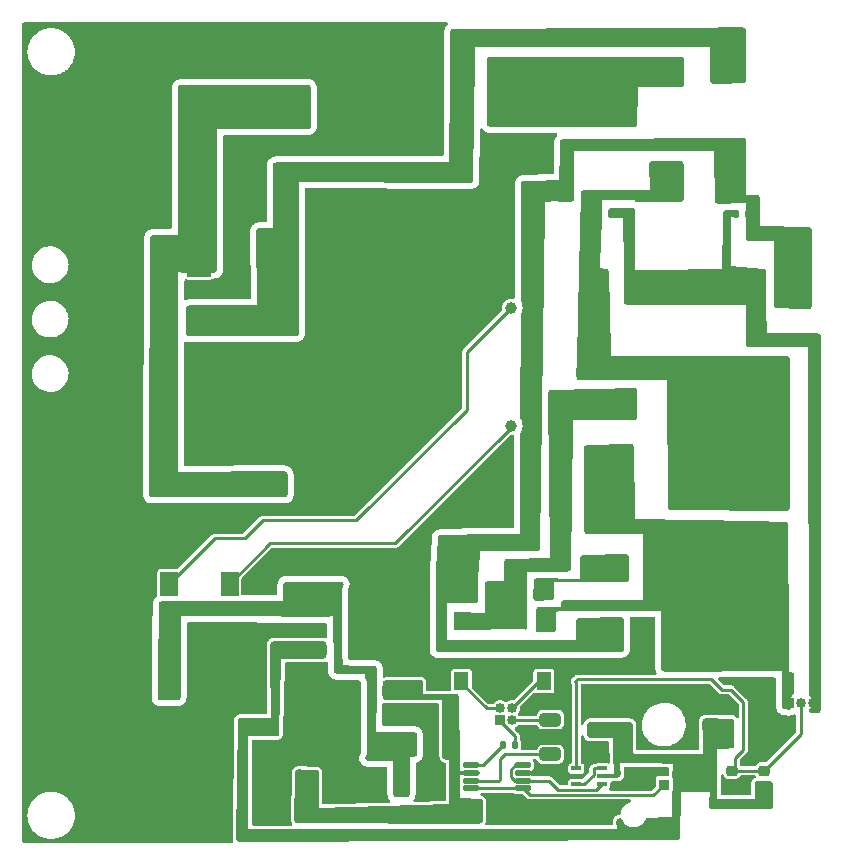
<source format=gtl>
G04 #@! TF.GenerationSoftware,KiCad,Pcbnew,7.0.6*
G04 #@! TF.CreationDate,2023-11-30T23:32:02-05:00*
G04 #@! TF.ProjectId,TeslaCoil,5465736c-6143-46f6-996c-2e6b69636164,rev?*
G04 #@! TF.SameCoordinates,Original*
G04 #@! TF.FileFunction,Copper,L1,Top*
G04 #@! TF.FilePolarity,Positive*
%FSLAX46Y46*%
G04 Gerber Fmt 4.6, Leading zero omitted, Abs format (unit mm)*
G04 Created by KiCad (PCBNEW 7.0.6) date 2023-11-30 23:32:02*
%MOMM*%
%LPD*%
G01*
G04 APERTURE LIST*
G04 Aperture macros list*
%AMRoundRect*
0 Rectangle with rounded corners*
0 $1 Rounding radius*
0 $2 $3 $4 $5 $6 $7 $8 $9 X,Y pos of 4 corners*
0 Add a 4 corners polygon primitive as box body*
4,1,4,$2,$3,$4,$5,$6,$7,$8,$9,$2,$3,0*
0 Add four circle primitives for the rounded corners*
1,1,$1+$1,$2,$3*
1,1,$1+$1,$4,$5*
1,1,$1+$1,$6,$7*
1,1,$1+$1,$8,$9*
0 Add four rect primitives between the rounded corners*
20,1,$1+$1,$2,$3,$4,$5,0*
20,1,$1+$1,$4,$5,$6,$7,0*
20,1,$1+$1,$6,$7,$8,$9,0*
20,1,$1+$1,$8,$9,$2,$3,0*%
G04 Aperture macros list end*
G04 #@! TA.AperFunction,ComponentPad*
%ADD10C,1.000000*%
G04 #@! TD*
G04 #@! TA.AperFunction,SMDPad,CuDef*
%ADD11R,1.500000X2.000000*%
G04 #@! TD*
G04 #@! TA.AperFunction,SMDPad,CuDef*
%ADD12RoundRect,0.250000X-0.325000X-0.650000X0.325000X-0.650000X0.325000X0.650000X-0.325000X0.650000X0*%
G04 #@! TD*
G04 #@! TA.AperFunction,ComponentPad*
%ADD13R,0.850000X0.850000*%
G04 #@! TD*
G04 #@! TA.AperFunction,ComponentPad*
%ADD14O,0.850000X0.850000*%
G04 #@! TD*
G04 #@! TA.AperFunction,SMDPad,CuDef*
%ADD15RoundRect,0.363637X-1.386363X-0.436363X1.386363X-0.436363X1.386363X0.436363X-1.386363X0.436363X0*%
G04 #@! TD*
G04 #@! TA.AperFunction,SMDPad,CuDef*
%ADD16RoundRect,0.259311X-4.615689X-5.840689X4.615689X-5.840689X4.615689X5.840689X-4.615689X5.840689X0*%
G04 #@! TD*
G04 #@! TA.AperFunction,SMDPad,CuDef*
%ADD17RoundRect,0.250000X0.650000X-0.325000X0.650000X0.325000X-0.650000X0.325000X-0.650000X-0.325000X0*%
G04 #@! TD*
G04 #@! TA.AperFunction,SMDPad,CuDef*
%ADD18RoundRect,0.135000X-0.135000X-0.185000X0.135000X-0.185000X0.135000X0.185000X-0.135000X0.185000X0*%
G04 #@! TD*
G04 #@! TA.AperFunction,ComponentPad*
%ADD19RoundRect,0.750000X0.750000X0.750000X-0.750000X0.750000X-0.750000X-0.750000X0.750000X-0.750000X0*%
G04 #@! TD*
G04 #@! TA.AperFunction,ComponentPad*
%ADD20C,3.000000*%
G04 #@! TD*
G04 #@! TA.AperFunction,SMDPad,CuDef*
%ADD21RoundRect,0.312500X1.087500X0.437500X-1.087500X0.437500X-1.087500X-0.437500X1.087500X-0.437500X0*%
G04 #@! TD*
G04 #@! TA.AperFunction,SMDPad,CuDef*
%ADD22RoundRect,0.262928X2.787072X2.887072X-2.787072X2.887072X-2.787072X-2.887072X2.787072X-2.887072X0*%
G04 #@! TD*
G04 #@! TA.AperFunction,SMDPad,CuDef*
%ADD23R,0.850000X0.350000*%
G04 #@! TD*
G04 #@! TA.AperFunction,SMDPad,CuDef*
%ADD24RoundRect,0.218750X0.256250X-0.218750X0.256250X0.218750X-0.256250X0.218750X-0.256250X-0.218750X0*%
G04 #@! TD*
G04 #@! TA.AperFunction,SMDPad,CuDef*
%ADD25RoundRect,0.250000X-0.650000X0.325000X-0.650000X-0.325000X0.650000X-0.325000X0.650000X0.325000X0*%
G04 #@! TD*
G04 #@! TA.AperFunction,SMDPad,CuDef*
%ADD26RoundRect,0.112500X-0.587500X0.112500X-0.587500X-0.112500X0.587500X-0.112500X0.587500X0.112500X0*%
G04 #@! TD*
G04 #@! TA.AperFunction,ComponentPad*
%ADD27R,2.000000X2.000000*%
G04 #@! TD*
G04 #@! TA.AperFunction,ComponentPad*
%ADD28C,2.000000*%
G04 #@! TD*
G04 #@! TA.AperFunction,SMDPad,CuDef*
%ADD29RoundRect,0.312500X-1.087500X-0.437500X1.087500X-0.437500X1.087500X0.437500X-1.087500X0.437500X0*%
G04 #@! TD*
G04 #@! TA.AperFunction,SMDPad,CuDef*
%ADD30RoundRect,0.262928X-2.787072X-2.887072X2.787072X-2.887072X2.787072X2.887072X-2.787072X2.887072X0*%
G04 #@! TD*
G04 #@! TA.AperFunction,SMDPad,CuDef*
%ADD31RoundRect,0.218750X-0.256250X0.218750X-0.256250X-0.218750X0.256250X-0.218750X0.256250X0.218750X0*%
G04 #@! TD*
G04 #@! TA.AperFunction,ComponentPad*
%ADD32C,2.100000*%
G04 #@! TD*
G04 #@! TA.AperFunction,ComponentPad*
%ADD33RoundRect,0.250001X-0.799999X0.799999X-0.799999X-0.799999X0.799999X-0.799999X0.799999X0.799999X0*%
G04 #@! TD*
G04 #@! TA.AperFunction,ComponentPad*
%ADD34R,0.900000X0.900000*%
G04 #@! TD*
G04 #@! TA.AperFunction,SMDPad,CuDef*
%ADD35R,1.270000X1.520000*%
G04 #@! TD*
G04 #@! TA.AperFunction,ViaPad*
%ADD36C,0.800000*%
G04 #@! TD*
G04 #@! TA.AperFunction,Conductor*
%ADD37C,0.250000*%
G04 #@! TD*
G04 APERTURE END LIST*
D10*
X94420000Y-72180000D03*
X94420000Y-92180000D03*
X114420000Y-87180000D03*
X114420000Y-77180000D03*
D11*
X127750000Y-65750000D03*
X132850000Y-65750000D03*
X132850000Y-57010000D03*
X127750000Y-57010000D03*
D12*
X105225000Y-117670000D03*
X108175000Y-117670000D03*
D13*
X137970000Y-110610000D03*
D14*
X138970000Y-110610000D03*
X139970000Y-110610000D03*
D13*
X113510000Y-112100000D03*
D14*
X113510000Y-111100000D03*
X114510000Y-112100000D03*
X114510000Y-111100000D03*
D15*
X122730000Y-85330000D03*
D16*
X133005000Y-87870000D03*
D15*
X122730000Y-90410000D03*
D12*
X111235000Y-119910000D03*
X114185000Y-119910000D03*
D17*
X117780000Y-114995000D03*
X117780000Y-112045000D03*
D18*
X113770000Y-114200000D03*
X114790000Y-114200000D03*
D19*
X122195000Y-60170000D03*
X114575000Y-60170000D03*
D20*
X95605000Y-60170000D03*
X87985000Y-60170000D03*
D21*
X104955000Y-114181000D03*
D22*
X98705000Y-111895000D03*
D21*
X104955000Y-109609000D03*
D23*
X119980000Y-116190000D03*
X119980000Y-116840000D03*
X119980000Y-117490000D03*
X122180000Y-117490000D03*
X122180000Y-116840000D03*
X122180000Y-116190000D03*
D12*
X97255000Y-117750000D03*
X100205000Y-117750000D03*
D18*
X133500000Y-69220000D03*
X134520000Y-69220000D03*
D24*
X135840000Y-117937500D03*
X135840000Y-116362500D03*
D25*
X93630000Y-112675000D03*
X93630000Y-115625000D03*
D26*
X115460000Y-117880000D03*
X115460000Y-117230000D03*
X115460000Y-116580000D03*
X115460000Y-115930000D03*
X111060000Y-115930000D03*
X111060000Y-116580000D03*
X111060000Y-117230000D03*
X111060000Y-117880000D03*
D27*
X121720000Y-75290000D03*
D28*
X126720000Y-75290000D03*
D29*
X97465000Y-101599000D03*
D30*
X103715000Y-103885000D03*
D29*
X97465000Y-106171000D03*
D15*
X122227500Y-99285000D03*
D16*
X132502500Y-101825000D03*
D15*
X122227500Y-104365000D03*
D27*
X133010000Y-75500000D03*
D28*
X138010000Y-75500000D03*
D18*
X121860000Y-69200000D03*
X122880000Y-69200000D03*
D31*
X133160000Y-116372500D03*
X133160000Y-117947500D03*
D11*
X85510000Y-109280000D03*
X90610000Y-109280000D03*
X90610000Y-100540000D03*
X85510000Y-100540000D03*
D32*
X88030000Y-78140000D03*
X88030000Y-82740000D03*
D33*
X88030000Y-73540000D03*
D12*
X132545000Y-113160000D03*
X135495000Y-113160000D03*
D17*
X121910000Y-112875000D03*
X121910000Y-109925000D03*
D34*
X129285000Y-117550000D03*
X127380000Y-117550000D03*
X125475000Y-117550000D03*
D35*
X117230000Y-108770000D03*
X117230000Y-103690000D03*
X117230000Y-101150000D03*
X110250000Y-101150000D03*
X110250000Y-103690000D03*
X110250000Y-108770000D03*
D36*
X134760000Y-109340000D03*
X113830000Y-108150000D03*
X119470000Y-119770000D03*
X104780000Y-111580000D03*
X124640000Y-110830000D03*
X102460000Y-117590000D03*
X134360000Y-117220000D03*
D37*
X113963718Y-114995000D02*
X113530000Y-115428718D01*
X113530000Y-117110000D02*
X113410000Y-117230000D01*
X113530000Y-115428718D02*
X113530000Y-117110000D01*
X117780000Y-114995000D02*
X113963718Y-114995000D01*
X113410000Y-117230000D02*
X111060000Y-117230000D01*
X114510000Y-112100000D02*
X117725000Y-112100000D01*
X117725000Y-112100000D02*
X117780000Y-112045000D01*
X120090000Y-108620000D02*
X119890000Y-108820000D01*
X138970000Y-113232500D02*
X138970000Y-110610000D01*
X133057500Y-109517500D02*
X132307500Y-109517500D01*
X132307500Y-109517500D02*
X131410000Y-108620000D01*
X133445000Y-115265000D02*
X134120000Y-114590000D01*
X131410000Y-108620000D02*
X120090000Y-108620000D01*
X134120000Y-114590000D02*
X134120000Y-110580000D01*
X135830000Y-116372500D02*
X135840000Y-116362500D01*
X119980000Y-108910000D02*
X119980000Y-116190000D01*
X135840000Y-116362500D02*
X138970000Y-113232500D01*
X133160000Y-116372500D02*
X135830000Y-116372500D01*
X133445000Y-116087500D02*
X133445000Y-115265000D01*
X133160000Y-116372500D02*
X133445000Y-116087500D01*
X119890000Y-108820000D02*
X119980000Y-108910000D01*
X134120000Y-110580000D02*
X133057500Y-109517500D01*
X114420000Y-87370000D02*
X114420000Y-87180000D01*
X94010000Y-97140000D02*
X104650000Y-97140000D01*
X90610000Y-100540000D02*
X94010000Y-97140000D01*
X104650000Y-97140000D02*
X114420000Y-87370000D01*
X110710000Y-85820000D02*
X110710000Y-80890000D01*
X85510000Y-100540000D02*
X89360000Y-96690000D01*
X89360000Y-96690000D02*
X91910000Y-96690000D01*
X101350000Y-95180000D02*
X110710000Y-85820000D01*
X93420000Y-95180000D02*
X101350000Y-95180000D01*
X91910000Y-96690000D02*
X93420000Y-95180000D01*
X110710000Y-80890000D02*
X114420000Y-77180000D01*
X114790000Y-113440661D02*
X114790000Y-114200000D01*
X113510000Y-112100000D02*
X113510000Y-112160661D01*
X113510000Y-112160661D02*
X114790000Y-113440661D01*
X110250000Y-108970000D02*
X112380000Y-111100000D01*
X112380000Y-111100000D02*
X113510000Y-111100000D01*
X110250000Y-108770000D02*
X110250000Y-108970000D01*
X116840000Y-108770000D02*
X117230000Y-108770000D01*
X114510000Y-111100000D02*
X116840000Y-108770000D01*
X111060000Y-115930000D02*
X112040000Y-115930000D01*
X112040000Y-115930000D02*
X113770000Y-114200000D01*
X121505000Y-116190000D02*
X122180000Y-116190000D01*
X119980000Y-117490000D02*
X120655000Y-117490000D01*
X121430000Y-116265000D02*
X121505000Y-116190000D01*
X121430000Y-116715000D02*
X121430000Y-116265000D01*
X120655000Y-117490000D02*
X121430000Y-116715000D01*
X115460000Y-115930000D02*
X114791282Y-115930000D01*
X114435000Y-116925000D02*
X114740000Y-117230000D01*
X115460000Y-117230000D02*
X117690000Y-117230000D01*
X114740000Y-117230000D02*
X115460000Y-117230000D01*
X117690000Y-117230000D02*
X118450000Y-117990000D01*
X114435000Y-116286282D02*
X114435000Y-116925000D01*
X121680000Y-117990000D02*
X122180000Y-117490000D01*
X114791282Y-115930000D02*
X114435000Y-116286282D01*
X118450000Y-117990000D02*
X121680000Y-117990000D01*
X116020000Y-118440000D02*
X115460000Y-117880000D01*
X111060000Y-117880000D02*
X115460000Y-117880000D01*
X127380000Y-117550000D02*
X126490000Y-118440000D01*
X126490000Y-118440000D02*
X116020000Y-118440000D01*
G04 #@! TA.AperFunction,Conductor*
G36*
X98535996Y-105413492D02*
G01*
X98596411Y-105425434D01*
X98641754Y-105444313D01*
X98682303Y-105471695D01*
X98716762Y-105506706D01*
X98743492Y-105547679D01*
X98761651Y-105593320D01*
X98772631Y-105653911D01*
X98774593Y-105678518D01*
X98755188Y-106642303D01*
X98752376Y-106666178D01*
X98739613Y-106724819D01*
X98720607Y-106768733D01*
X98693566Y-106808036D01*
X98659348Y-106841483D01*
X98619441Y-106867620D01*
X98575101Y-106885622D01*
X98516182Y-106897044D01*
X98492251Y-106899310D01*
X95265725Y-106890683D01*
X95253546Y-106890651D01*
X95253545Y-106890651D01*
X95010000Y-106890000D01*
X95002981Y-107133437D01*
X95002981Y-107133438D01*
X95002980Y-107133450D01*
X94827428Y-113222343D01*
X94824409Y-113246193D01*
X94811135Y-113304727D01*
X94791748Y-113348474D01*
X94764366Y-113387541D01*
X94729855Y-113420691D01*
X94689718Y-113446481D01*
X94645224Y-113464094D01*
X94586202Y-113475003D01*
X94562263Y-113477059D01*
X92190000Y-113450000D01*
X92190643Y-113703507D01*
X92190643Y-113703510D01*
X92209366Y-121080314D01*
X92210000Y-121330000D01*
X92459683Y-121329679D01*
X92459686Y-121329680D01*
X121106411Y-121292917D01*
X123380000Y-121290000D01*
X123372917Y-120659653D01*
X123374999Y-120635593D01*
X123386024Y-120576309D01*
X123403811Y-120531643D01*
X123429844Y-120491392D01*
X123463279Y-120456856D01*
X123502670Y-120429532D01*
X123546732Y-120410310D01*
X123605633Y-120397370D01*
X123629610Y-120394511D01*
X123713587Y-120392736D01*
X123781024Y-120410997D01*
X123827885Y-120462822D01*
X123828999Y-120465195D01*
X123904350Y-120630190D01*
X123904356Y-120630201D01*
X124023489Y-120797501D01*
X124023495Y-120797507D01*
X124172147Y-120939246D01*
X124344933Y-121050290D01*
X124394668Y-121070201D01*
X124535618Y-121126629D01*
X124686880Y-121155782D01*
X124737301Y-121165500D01*
X124737302Y-121165500D01*
X124891226Y-121165500D01*
X124891232Y-121165500D01*
X125044466Y-121150868D01*
X125241541Y-121093001D01*
X125424104Y-120998884D01*
X125442268Y-120984600D01*
X125520154Y-120923349D01*
X125585556Y-120871916D01*
X125720061Y-120716689D01*
X125822759Y-120538811D01*
X125860997Y-120428328D01*
X125901524Y-120371416D01*
X125966388Y-120345448D01*
X125975543Y-120344914D01*
X127856365Y-120305151D01*
X127856365Y-120305150D01*
X128100000Y-120300000D01*
X128109573Y-118136386D01*
X128120137Y-118086858D01*
X128127585Y-118069991D01*
X128130500Y-118044865D01*
X128130499Y-117055136D01*
X128129685Y-117048115D01*
X128127586Y-117030014D01*
X128127583Y-117030003D01*
X128125280Y-117024787D01*
X128114716Y-116974157D01*
X128120000Y-115780000D01*
X126321006Y-115751573D01*
X123950120Y-115714110D01*
X123950119Y-115714110D01*
X123950118Y-115714110D01*
X123690000Y-115710000D01*
X123696241Y-115970077D01*
X123696242Y-115970077D01*
X123696242Y-115970078D01*
X123696242Y-115970084D01*
X123713745Y-116699365D01*
X123711959Y-116723519D01*
X123701635Y-116783077D01*
X123684328Y-116828065D01*
X123658689Y-116868701D01*
X123625532Y-116903693D01*
X123586339Y-116931478D01*
X123542348Y-116951180D01*
X123488885Y-116963443D01*
X123483426Y-116964695D01*
X123459414Y-116967777D01*
X122613604Y-116993026D01*
X121960657Y-117012517D01*
X121893060Y-116994841D01*
X121845750Y-116943426D01*
X121833747Y-116874595D01*
X121839029Y-116850244D01*
X121839711Y-116848140D01*
X121839719Y-116848126D01*
X121843496Y-116824271D01*
X121848034Y-116805366D01*
X121855500Y-116782393D01*
X121855500Y-116782389D01*
X121857027Y-116772752D01*
X121860266Y-116773265D01*
X121875185Y-116722460D01*
X121927989Y-116676705D01*
X121979500Y-116665499D01*
X122649856Y-116665499D01*
X122649864Y-116665499D01*
X122649879Y-116665497D01*
X122649882Y-116665497D01*
X122674985Y-116662586D01*
X122674986Y-116662585D01*
X122674991Y-116662585D01*
X122719301Y-116643020D01*
X122768515Y-116632457D01*
X122865174Y-116631782D01*
X123120000Y-116630000D01*
X123076340Y-114960000D01*
X123046455Y-113816888D01*
X123046454Y-113816885D01*
X123040000Y-113570000D01*
X121155799Y-113596290D01*
X121131383Y-113594207D01*
X121071220Y-113583003D01*
X121025935Y-113564798D01*
X120985273Y-113538138D01*
X120950525Y-113503871D01*
X120923299Y-113463582D01*
X120904466Y-113418558D01*
X120892425Y-113358566D01*
X120890000Y-113334165D01*
X120890000Y-113222343D01*
X120890000Y-112512872D01*
X120892389Y-112488656D01*
X120904264Y-112429055D01*
X120922837Y-112384299D01*
X120949706Y-112344171D01*
X120984016Y-112309951D01*
X121024213Y-112283186D01*
X121069017Y-112264728D01*
X121128647Y-112253007D01*
X121152871Y-112250680D01*
X124486518Y-112259317D01*
X124510775Y-112261777D01*
X124570419Y-112273841D01*
X124615184Y-112292584D01*
X124655273Y-112319629D01*
X124689416Y-112354118D01*
X124716053Y-112394476D01*
X124734344Y-112439432D01*
X124745804Y-112499201D01*
X124748018Y-112523483D01*
X124731880Y-114669810D01*
X124731881Y-114669814D01*
X124730000Y-114920000D01*
X124980183Y-114921686D01*
X124980184Y-114921687D01*
X124980186Y-114921687D01*
X124980188Y-114921688D01*
X130407482Y-114958297D01*
X130407483Y-114958296D01*
X130660000Y-114960000D01*
X130659166Y-114707479D01*
X130659167Y-114707476D01*
X130659167Y-114707472D01*
X130654993Y-113442963D01*
X130651567Y-112404828D01*
X130650880Y-112196916D01*
X130653236Y-112172455D01*
X130665144Y-112112267D01*
X130683921Y-112067091D01*
X130711148Y-112026649D01*
X130745945Y-111992253D01*
X130786690Y-111965499D01*
X130832085Y-111947240D01*
X130892396Y-111936028D01*
X130916895Y-111933954D01*
X133091609Y-111966171D01*
X133115526Y-111968862D01*
X133174340Y-111981356D01*
X133218413Y-112000188D01*
X133249600Y-112021447D01*
X133257899Y-112027104D01*
X133291537Y-112061244D01*
X133317865Y-112101123D01*
X133336043Y-112145472D01*
X133341357Y-112172449D01*
X133347662Y-112204453D01*
X133350000Y-112228419D01*
X133350000Y-114233142D01*
X133347680Y-114257016D01*
X133336151Y-114315777D01*
X133318113Y-114359980D01*
X133291979Y-114399767D01*
X133258574Y-114433880D01*
X133219340Y-114460846D01*
X133175522Y-114479809D01*
X133117015Y-114492567D01*
X133093199Y-114495386D01*
X132634999Y-114504999D01*
X132560750Y-114506556D01*
X132164758Y-114514864D01*
X132164753Y-114514865D01*
X131920000Y-114520000D01*
X131920000Y-118760000D01*
X132168430Y-118761557D01*
X132168433Y-118761558D01*
X133957381Y-118772774D01*
X134851855Y-118778382D01*
X134851855Y-118778381D01*
X134851856Y-118778382D01*
X134851856Y-118778381D01*
X134851860Y-118778381D01*
X135110000Y-118780000D01*
X135077160Y-117507461D01*
X135079074Y-117482340D01*
X135090185Y-117420505D01*
X135108845Y-117373970D01*
X135136392Y-117332373D01*
X135171953Y-117297031D01*
X135213728Y-117269739D01*
X135260371Y-117251373D01*
X135322289Y-117240646D01*
X135347411Y-117238891D01*
X135776695Y-117252650D01*
X136375002Y-117271826D01*
X136398674Y-117274884D01*
X136456807Y-117288184D01*
X136500252Y-117307470D01*
X136539091Y-117334652D01*
X136572090Y-117368869D01*
X136589204Y-117395312D01*
X136597846Y-117408665D01*
X136615545Y-117452781D01*
X136626728Y-117511351D01*
X136628927Y-117535128D01*
X136621097Y-119398867D01*
X136618625Y-119422986D01*
X136606600Y-119482294D01*
X136587995Y-119526814D01*
X136561173Y-119566730D01*
X136526979Y-119600781D01*
X136486949Y-119627437D01*
X136442349Y-119645856D01*
X136382995Y-119657630D01*
X136358867Y-119660000D01*
X131483098Y-119660000D01*
X131458278Y-119657491D01*
X131397323Y-119645038D01*
X131351662Y-119625569D01*
X131315781Y-119600781D01*
X131311005Y-119597481D01*
X131276641Y-119561667D01*
X131250255Y-119519878D01*
X131232693Y-119473454D01*
X131222772Y-119412040D01*
X131221291Y-119387138D01*
X131247177Y-118761557D01*
X131259272Y-118469270D01*
X131259271Y-118469267D01*
X131270000Y-118210000D01*
X130183956Y-118205549D01*
X129077334Y-118201013D01*
X129077333Y-118201013D01*
X129077329Y-118201013D01*
X128830000Y-118200000D01*
X128826336Y-118447305D01*
X128826336Y-118447306D01*
X128826335Y-118447316D01*
X128773813Y-121992548D01*
X128771133Y-122016419D01*
X128758698Y-122075095D01*
X128739950Y-122119086D01*
X128713153Y-122158516D01*
X128679153Y-122192141D01*
X128639427Y-122218500D01*
X128595231Y-122236759D01*
X128536425Y-122248542D01*
X128512525Y-122250957D01*
X91436135Y-122389008D01*
X91411721Y-122386671D01*
X91351637Y-122374834D01*
X91306514Y-122356141D01*
X91266110Y-122329029D01*
X91231709Y-122294362D01*
X91204907Y-122253747D01*
X91186564Y-122208489D01*
X91175189Y-122148306D01*
X91173041Y-122123877D01*
X91287047Y-112148344D01*
X91289657Y-112124427D01*
X91301947Y-112065579D01*
X91320626Y-112021447D01*
X91331110Y-112005952D01*
X91347402Y-111981872D01*
X91381419Y-111948121D01*
X91421204Y-111921655D01*
X91465478Y-111903324D01*
X91524417Y-111891495D01*
X91548365Y-111889073D01*
X94080000Y-111880000D01*
X94072168Y-106828125D01*
X94070405Y-105691507D01*
X94072740Y-105667375D01*
X94084447Y-105607933D01*
X94102829Y-105563276D01*
X94129472Y-105523180D01*
X94163521Y-105488933D01*
X94203466Y-105462054D01*
X94248018Y-105443414D01*
X94307377Y-105431365D01*
X94331512Y-105428889D01*
X96647717Y-105419054D01*
X98511436Y-105411140D01*
X98535996Y-105413492D01*
G37*
G04 #@! TD.AperFunction*
G04 #@! TA.AperFunction,Conductor*
G36*
X124906885Y-83977599D02*
G01*
X124967376Y-83988470D01*
X125012961Y-84006509D01*
X125053919Y-84033098D01*
X125088949Y-84067392D01*
X125116403Y-84107782D01*
X125135403Y-84152972D01*
X125147553Y-84213219D01*
X125150000Y-84237733D01*
X125150000Y-86417312D01*
X125147612Y-86441532D01*
X125135749Y-86501098D01*
X125117192Y-86545840D01*
X125090346Y-86585958D01*
X125056063Y-86620177D01*
X125015902Y-86646945D01*
X124971125Y-86665420D01*
X124911537Y-86677173D01*
X124887315Y-86679517D01*
X123379695Y-86676751D01*
X121707686Y-86673683D01*
X119700000Y-86670000D01*
X119695785Y-86916166D01*
X119695785Y-86916167D01*
X119695784Y-86916176D01*
X119484354Y-99265608D01*
X119481657Y-99289289D01*
X119469271Y-99347506D01*
X119450699Y-99391172D01*
X119424186Y-99430372D01*
X119390572Y-99463865D01*
X119351280Y-99490234D01*
X119307549Y-99508648D01*
X119249285Y-99520825D01*
X119225593Y-99523437D01*
X117366167Y-99548564D01*
X116714292Y-99557374D01*
X115780000Y-99570000D01*
X115779505Y-99816146D01*
X115779505Y-99816150D01*
X115770453Y-104323842D01*
X115750634Y-104390842D01*
X115697738Y-104436491D01*
X115635334Y-104445334D01*
X115610000Y-104420000D01*
X115505479Y-104420692D01*
X115505471Y-104420692D01*
X109847429Y-104458225D01*
X109822917Y-104455944D01*
X109762632Y-104444211D01*
X109717339Y-104425536D01*
X109676790Y-104398390D01*
X109642266Y-104363631D01*
X109615395Y-104322898D01*
X109597027Y-104277478D01*
X109585704Y-104217116D01*
X109583589Y-104192590D01*
X109596500Y-103230705D01*
X109599187Y-103206652D01*
X109611736Y-103147503D01*
X109630713Y-103103199D01*
X109657862Y-103063543D01*
X109692298Y-103029826D01*
X109732520Y-103003519D01*
X109777219Y-102985480D01*
X109836619Y-102974183D01*
X109860728Y-102972005D01*
X112200000Y-102990000D01*
X112200000Y-100593799D01*
X112202401Y-100569516D01*
X112203998Y-100561514D01*
X112214327Y-100509796D01*
X112232982Y-100464955D01*
X112259962Y-100424777D01*
X112294408Y-100390541D01*
X112334753Y-100363807D01*
X112379704Y-100345430D01*
X112439493Y-100333870D01*
X112463788Y-100331618D01*
X113830000Y-100340000D01*
X113830000Y-100152924D01*
X113830017Y-100150000D01*
X113830068Y-100147077D01*
X113843179Y-99586614D01*
X113864097Y-98692316D01*
X113866915Y-98668779D01*
X113879543Y-98610923D01*
X113898199Y-98567571D01*
X113924706Y-98528649D01*
X113958211Y-98495410D01*
X113997342Y-98469214D01*
X114040840Y-98450904D01*
X114098798Y-98438737D01*
X114122360Y-98436107D01*
X117760000Y-98380000D01*
X117602915Y-84389640D01*
X117604997Y-84365580D01*
X117607040Y-84354592D01*
X117616023Y-84306292D01*
X117633809Y-84261631D01*
X117659840Y-84221382D01*
X117693277Y-84186844D01*
X117732657Y-84159525D01*
X117776717Y-84140301D01*
X117835626Y-84127357D01*
X117859591Y-84124499D01*
X121644607Y-84044286D01*
X124882328Y-83975672D01*
X124906885Y-83977599D01*
G37*
G04 #@! TD.AperFunction*
G04 #@! TA.AperFunction,Conductor*
G36*
X106762574Y-108685836D02*
G01*
X106822169Y-108696772D01*
X106867076Y-108714582D01*
X106907523Y-108740716D01*
X106942215Y-108774337D01*
X106969603Y-108813942D01*
X106988815Y-108858272D01*
X107001615Y-108917490D01*
X107004396Y-108941604D01*
X107020000Y-109870000D01*
X107265020Y-109870808D01*
X107265022Y-109870809D01*
X108079571Y-109873496D01*
X109716633Y-109878899D01*
X109791373Y-109879146D01*
X109815343Y-109881565D01*
X109874319Y-109893391D01*
X109918629Y-109911735D01*
X109958430Y-109938217D01*
X109992464Y-109971999D01*
X110019240Y-110011601D01*
X110037913Y-110055776D01*
X110050174Y-110114657D01*
X110052771Y-110138607D01*
X110112916Y-115749234D01*
X110111628Y-115768435D01*
X110109500Y-115783045D01*
X110109500Y-116076950D01*
X110116379Y-116124172D01*
X110117024Y-116132450D01*
X110117212Y-116149923D01*
X110120000Y-116410000D01*
X110504731Y-116405499D01*
X111669629Y-116405499D01*
X111736668Y-116425184D01*
X111760289Y-116444901D01*
X111772864Y-116458378D01*
X111803817Y-116518781D01*
X111808492Y-116542284D01*
X111804215Y-116606567D01*
X111793179Y-116638867D01*
X111759904Y-116689929D01*
X111733402Y-116714370D01*
X111679813Y-116743413D01*
X111651085Y-116750697D01*
X111620609Y-116754500D01*
X110438050Y-116754500D01*
X110411269Y-116758402D01*
X110409192Y-116758705D01*
X110391318Y-116760000D01*
X110100000Y-116760000D01*
X110100000Y-118720000D01*
X110347448Y-118722524D01*
X110347449Y-118722525D01*
X111802840Y-118737376D01*
X111826687Y-118739941D01*
X111885383Y-118752090D01*
X111929426Y-118770606D01*
X111968969Y-118797189D01*
X112002743Y-118830987D01*
X112029296Y-118870547D01*
X112047783Y-118914608D01*
X112059888Y-118973310D01*
X112062437Y-118997178D01*
X112077488Y-120585016D01*
X112075304Y-120609391D01*
X112063878Y-120669382D01*
X112045543Y-120714511D01*
X112018803Y-120755005D01*
X111984505Y-120789586D01*
X111944229Y-120816660D01*
X111899253Y-120835365D01*
X111839363Y-120847283D01*
X111815010Y-120849667D01*
X96364721Y-120830330D01*
X96340393Y-120827888D01*
X96318111Y-120823398D01*
X96280565Y-120815834D01*
X96235662Y-120797041D01*
X96195471Y-120769901D01*
X96161261Y-120735271D01*
X96134611Y-120694747D01*
X96116370Y-120649622D01*
X96105047Y-120589648D01*
X96102902Y-120565297D01*
X96143824Y-116833223D01*
X96147114Y-116533111D01*
X96149772Y-116508912D01*
X96162315Y-116449411D01*
X96181401Y-116404839D01*
X96189315Y-116393305D01*
X96208742Y-116364991D01*
X96243459Y-116331149D01*
X96283995Y-116304832D01*
X96329038Y-116286892D01*
X96388839Y-116275871D01*
X96413112Y-116273832D01*
X96941381Y-116281524D01*
X97462955Y-116289120D01*
X97946738Y-116296165D01*
X97970946Y-116298912D01*
X98030424Y-116311679D01*
X98074941Y-116330939D01*
X98094702Y-116344609D01*
X98114695Y-116358440D01*
X98148417Y-116393305D01*
X98174578Y-116433951D01*
X98192347Y-116479091D01*
X98203124Y-116538953D01*
X98205063Y-116563243D01*
X98202230Y-116714370D01*
X98154897Y-119238745D01*
X98154897Y-119238746D01*
X98154898Y-119238754D01*
X98150000Y-119500000D01*
X109160000Y-119220000D01*
X109220000Y-118930000D01*
X109211312Y-117383664D01*
X109201609Y-115656352D01*
X109201608Y-115656350D01*
X109200000Y-115370000D01*
X108920000Y-115430000D01*
X108912693Y-115429920D01*
X108845435Y-115429187D01*
X108792304Y-115416583D01*
X108750464Y-115396118D01*
X108707899Y-115361915D01*
X108678904Y-115325458D01*
X108655159Y-115276289D01*
X108641434Y-115217111D01*
X108638230Y-115189831D01*
X108611465Y-110648527D01*
X108611464Y-110648525D01*
X108610000Y-110400000D01*
X108361474Y-110400000D01*
X103832211Y-110400000D01*
X103808020Y-110397617D01*
X103793189Y-110394667D01*
X103748518Y-110385781D01*
X103703822Y-110367267D01*
X103663727Y-110340477D01*
X103629522Y-110306272D01*
X103602730Y-110266175D01*
X103584218Y-110221480D01*
X103572383Y-110161980D01*
X103570000Y-110137789D01*
X103570000Y-108988480D01*
X103572339Y-108964511D01*
X103583960Y-108905525D01*
X103602142Y-108861169D01*
X103628480Y-108821281D01*
X103662129Y-108787141D01*
X103701622Y-108760229D01*
X103745704Y-108741401D01*
X103804528Y-108728918D01*
X103828445Y-108726232D01*
X106738398Y-108683813D01*
X106762574Y-108685836D01*
G37*
G04 #@! TD.AperFunction*
G04 #@! TA.AperFunction,Conductor*
G36*
X134139080Y-62803792D02*
G01*
X134199071Y-62815463D01*
X134244148Y-62833990D01*
X134284567Y-62860925D01*
X134319024Y-62895401D01*
X134345933Y-62935828D01*
X134364440Y-62980922D01*
X134376078Y-63040915D01*
X134378345Y-63065302D01*
X134371877Y-64102372D01*
X134350000Y-67610000D01*
X134605934Y-67605548D01*
X134605938Y-67605548D01*
X134605939Y-67605549D01*
X134605939Y-67605548D01*
X134605940Y-67605549D01*
X134978620Y-67599066D01*
X135235267Y-67594603D01*
X135259637Y-67596591D01*
X135319693Y-67607532D01*
X135364941Y-67625490D01*
X135405634Y-67651883D01*
X135440483Y-67685875D01*
X135467880Y-67725899D01*
X135486957Y-67770688D01*
X135499387Y-67830445D01*
X135501983Y-67854769D01*
X135507433Y-68582296D01*
X135520000Y-70260000D01*
X139642281Y-70325881D01*
X139666146Y-70328590D01*
X139724859Y-70341114D01*
X139768850Y-70359939D01*
X139808264Y-70386817D01*
X139841854Y-70420899D01*
X139868157Y-70460702D01*
X139886340Y-70504964D01*
X139898005Y-70563834D01*
X139900370Y-70587758D01*
X139909615Y-77022500D01*
X139907206Y-77047003D01*
X139895156Y-77107235D01*
X139876240Y-77152436D01*
X139848876Y-77192847D01*
X139813926Y-77227193D01*
X139773043Y-77253849D01*
X139727521Y-77271973D01*
X139667091Y-77282971D01*
X139642549Y-77284953D01*
X139132579Y-77275331D01*
X138959753Y-77272070D01*
X136985570Y-77234821D01*
X136961825Y-77232068D01*
X136939173Y-77227193D01*
X136903462Y-77219507D01*
X136859722Y-77200750D01*
X136820501Y-77174021D01*
X136787045Y-77140167D01*
X136781448Y-77131742D01*
X136760783Y-77100633D01*
X136742547Y-77056676D01*
X136730676Y-76998158D01*
X136728205Y-76974389D01*
X136691735Y-71777200D01*
X136691735Y-71777199D01*
X136691733Y-71777193D01*
X136690000Y-71530000D01*
X134579513Y-71521094D01*
X134555500Y-71518642D01*
X134496414Y-71506710D01*
X134452039Y-71488247D01*
X134412212Y-71461619D01*
X134378191Y-71427667D01*
X134351482Y-71387895D01*
X134332927Y-71343560D01*
X134320872Y-71284489D01*
X134318373Y-71260492D01*
X134301582Y-68582299D01*
X134301581Y-68582298D01*
X134300000Y-68330000D01*
X134047726Y-68333895D01*
X134047719Y-68333895D01*
X131973248Y-68365933D01*
X131948961Y-68363913D01*
X131889139Y-68352940D01*
X131844059Y-68335024D01*
X131803500Y-68308731D01*
X131768744Y-68274893D01*
X131742790Y-68237111D01*
X131741375Y-68235051D01*
X131722261Y-68190470D01*
X131709689Y-68130955D01*
X131707021Y-68106735D01*
X131662796Y-64197172D01*
X131660000Y-63950000D01*
X131412812Y-63950000D01*
X131412811Y-63950000D01*
X120012367Y-63950000D01*
X120012364Y-63950000D01*
X119760000Y-63950000D01*
X119762375Y-64202352D01*
X119762375Y-64202354D01*
X119797481Y-67932440D01*
X119795266Y-67956967D01*
X119783693Y-68017300D01*
X119765132Y-68062656D01*
X119738082Y-68103288D01*
X119703398Y-68137911D01*
X119662718Y-68164890D01*
X119617327Y-68183372D01*
X119556970Y-68194839D01*
X119532443Y-68197009D01*
X118957880Y-68190590D01*
X118020317Y-68180115D01*
X118020315Y-68180115D01*
X118020302Y-68180115D01*
X118010000Y-68180000D01*
X117999710Y-68180735D01*
X117538976Y-68213644D01*
X117538975Y-68213644D01*
X117310000Y-68230000D01*
X117306814Y-68459532D01*
X117306814Y-68459533D01*
X117306814Y-68459538D01*
X116903562Y-97513357D01*
X116900914Y-97537184D01*
X116888582Y-97595755D01*
X116869948Y-97639688D01*
X116843287Y-97679098D01*
X116809441Y-97712739D01*
X116769868Y-97739164D01*
X116725824Y-97757533D01*
X116667184Y-97769511D01*
X116643342Y-97772016D01*
X115386806Y-97781890D01*
X114120745Y-97791840D01*
X111810000Y-97810000D01*
X111796552Y-98043793D01*
X111796551Y-98043798D01*
X111681904Y-100036886D01*
X111672440Y-100077559D01*
X111670000Y-100080000D01*
X111669899Y-100087067D01*
X111669898Y-100087077D01*
X111643634Y-101934334D01*
X111640991Y-101958100D01*
X111628697Y-102016535D01*
X111610137Y-102060371D01*
X111583584Y-102099717D01*
X111549876Y-102133330D01*
X111510455Y-102159773D01*
X111466567Y-102178210D01*
X111408102Y-102190339D01*
X111384328Y-102192916D01*
X111348416Y-102193325D01*
X109941107Y-102209378D01*
X109010000Y-102220000D01*
X109010000Y-105290000D01*
X119720000Y-105290000D01*
X119720001Y-105290000D01*
X119970000Y-105290000D01*
X119970000Y-103707129D01*
X119972321Y-103683250D01*
X119983868Y-103624435D01*
X120001927Y-103580217D01*
X120028102Y-103540402D01*
X120061545Y-103506289D01*
X120062042Y-103505948D01*
X120100823Y-103479332D01*
X120144681Y-103460394D01*
X120183424Y-103451983D01*
X120203248Y-103447681D01*
X120227083Y-103444884D01*
X123725332Y-103375267D01*
X123749703Y-103377193D01*
X123809779Y-103387980D01*
X123855067Y-103405819D01*
X123895824Y-103432103D01*
X123930759Y-103466001D01*
X123958258Y-103505948D01*
X123977452Y-103550681D01*
X123990040Y-103610393D01*
X123992701Y-103634706D01*
X124017299Y-106045323D01*
X124015135Y-106069683D01*
X124003770Y-106129636D01*
X123985496Y-106174748D01*
X123958822Y-106215246D01*
X123924591Y-106249850D01*
X123884383Y-106276962D01*
X123839470Y-106295724D01*
X123779640Y-106307738D01*
X123755306Y-106310165D01*
X108312376Y-106319835D01*
X108288173Y-106317466D01*
X108228641Y-106305658D01*
X108183917Y-106287157D01*
X108143801Y-106260376D01*
X108109566Y-106226163D01*
X108082757Y-106186061D01*
X108064229Y-106141349D01*
X108052384Y-106081822D01*
X108050000Y-106057622D01*
X108050000Y-99348549D01*
X108050146Y-99340002D01*
X108050584Y-99331468D01*
X108050583Y-99331467D01*
X108138781Y-98043795D01*
X108233585Y-96659643D01*
X108237259Y-96637020D01*
X108251649Y-96581505D01*
X108271053Y-96540168D01*
X108297713Y-96503144D01*
X108330767Y-96471633D01*
X108369024Y-96446773D01*
X108411246Y-96429367D01*
X108467377Y-96417650D01*
X108490159Y-96415061D01*
X109161333Y-96401257D01*
X112138267Y-96340035D01*
X112140010Y-96340006D01*
X112140628Y-96339999D01*
X112141761Y-96339989D01*
X113359251Y-96332108D01*
X113410061Y-96331779D01*
X115230000Y-96320000D01*
X115241406Y-87796561D01*
X115256045Y-87738284D01*
X115348814Y-87564727D01*
X115406024Y-87376132D01*
X115425341Y-87180000D01*
X115406024Y-86983868D01*
X115348814Y-86795273D01*
X115257694Y-86624799D01*
X115243052Y-86566183D01*
X115254822Y-77771463D01*
X115269461Y-77713184D01*
X115348814Y-77564727D01*
X115406024Y-77376132D01*
X115425341Y-77180000D01*
X115406024Y-76983868D01*
X115348814Y-76795273D01*
X115271041Y-76649771D01*
X115256401Y-76591158D01*
X115269654Y-66687950D01*
X115272018Y-66664033D01*
X115283690Y-66605122D01*
X115301884Y-66560845D01*
X115328212Y-66521023D01*
X115361825Y-66486938D01*
X115401278Y-66460057D01*
X115445299Y-66441247D01*
X115504031Y-66428756D01*
X115527923Y-66426058D01*
X116445657Y-66412034D01*
X118300017Y-66383698D01*
X118300017Y-66383697D01*
X118300024Y-66383697D01*
X118300024Y-66383696D01*
X118542000Y-66380000D01*
X118582535Y-64022226D01*
X118597593Y-63146329D01*
X118600314Y-63122544D01*
X118612825Y-63064043D01*
X118631574Y-63020207D01*
X118658334Y-62980894D01*
X118692239Y-62947376D01*
X118731860Y-62921067D01*
X118775910Y-62902822D01*
X118821275Y-62893664D01*
X118834541Y-62890987D01*
X118858366Y-62888537D01*
X134114696Y-62801513D01*
X134139080Y-62803792D01*
G37*
G04 #@! TD.AperFunction*
G04 #@! TA.AperFunction,Conductor*
G36*
X124188834Y-98037652D02*
G01*
X124249060Y-98048382D01*
X124294462Y-98066219D01*
X124335322Y-98092544D01*
X124370332Y-98126516D01*
X124397871Y-98166560D01*
X124417068Y-98211410D01*
X124429604Y-98271276D01*
X124432231Y-98295644D01*
X124432732Y-98355171D01*
X124447768Y-100144395D01*
X124445550Y-100168806D01*
X124434025Y-100228865D01*
X124415589Y-100274027D01*
X124388730Y-100314529D01*
X124354298Y-100349087D01*
X124313900Y-100376091D01*
X124268810Y-100394693D01*
X124228467Y-100402589D01*
X124208789Y-100406441D01*
X124184389Y-100408749D01*
X123085244Y-100403572D01*
X118329593Y-100381175D01*
X118329590Y-100381175D01*
X118080000Y-100380000D01*
X118078420Y-100629586D01*
X118078420Y-100629587D01*
X118071611Y-101705280D01*
X118069166Y-101729006D01*
X118057392Y-101787394D01*
X118039265Y-101831287D01*
X118013141Y-101870786D01*
X117979845Y-101904645D01*
X117940787Y-101931430D01*
X117897207Y-101950291D01*
X117839026Y-101963044D01*
X117815342Y-101965887D01*
X116609539Y-101993767D01*
X116584868Y-101991868D01*
X116524106Y-101981014D01*
X116478314Y-101962901D01*
X116437205Y-101936170D01*
X116402075Y-101901665D01*
X116374610Y-101861040D01*
X116355680Y-101815581D01*
X116354798Y-101811110D01*
X116343737Y-101755021D01*
X116341397Y-101730391D01*
X116341405Y-101729006D01*
X116348631Y-100334140D01*
X116351161Y-100309858D01*
X116363418Y-100250147D01*
X116382335Y-100205374D01*
X116409567Y-100165315D01*
X116444237Y-100131258D01*
X116484776Y-100104744D01*
X116529878Y-100086629D01*
X116589797Y-100075439D01*
X116614123Y-100073343D01*
X120300000Y-100120000D01*
X120297443Y-99864279D01*
X120282592Y-98379206D01*
X120284699Y-98355171D01*
X120295772Y-98295964D01*
X120313575Y-98251361D01*
X120339602Y-98211170D01*
X120373013Y-98176684D01*
X120412357Y-98149397D01*
X120456373Y-98130190D01*
X120515203Y-98117246D01*
X120539153Y-98114380D01*
X124164415Y-98035759D01*
X124188834Y-98037652D01*
G37*
G04 #@! TD.AperFunction*
G04 #@! TA.AperFunction,Conductor*
G36*
X124710784Y-68714507D02*
G01*
X124731807Y-68718509D01*
X124770570Y-68725890D01*
X124815547Y-68744123D01*
X124855946Y-68770713D01*
X124890479Y-68804813D01*
X124902270Y-68822244D01*
X124917575Y-68844871D01*
X124936374Y-68889615D01*
X124948511Y-68949249D01*
X124951001Y-68973507D01*
X124969042Y-73718213D01*
X124969042Y-73718216D01*
X124970000Y-73970000D01*
X125221770Y-73967249D01*
X125221771Y-73967250D01*
X126422694Y-73954132D01*
X132294000Y-73890000D01*
X132396394Y-69843011D01*
X132413578Y-69163811D01*
X132416460Y-69140196D01*
X132429291Y-69082146D01*
X132448171Y-69038686D01*
X132450234Y-69035684D01*
X132474937Y-68999734D01*
X132508735Y-68966532D01*
X132548168Y-68940458D01*
X132591952Y-68922360D01*
X132650221Y-68910565D01*
X132673878Y-68908105D01*
X133495049Y-68901977D01*
X133519404Y-68904209D01*
X133579376Y-68915755D01*
X133624458Y-68934176D01*
X133664903Y-68960997D01*
X133699414Y-68995361D01*
X133726405Y-69035684D01*
X133745020Y-69080684D01*
X133747160Y-69091543D01*
X133749500Y-69115519D01*
X133749500Y-69314470D01*
X133747017Y-69339158D01*
X133744220Y-69352925D01*
X133725398Y-69397734D01*
X133698257Y-69437840D01*
X133663660Y-69471971D01*
X133647485Y-69482599D01*
X133623188Y-69498565D01*
X133578127Y-69516778D01*
X133518246Y-69528098D01*
X133493923Y-69530248D01*
X133465337Y-69529951D01*
X133339216Y-69528637D01*
X133339213Y-69528637D01*
X133086000Y-69526000D01*
X133096000Y-73660000D01*
X135800954Y-73880512D01*
X135823509Y-73884473D01*
X135878776Y-73899554D01*
X135919825Y-73919454D01*
X135956479Y-73946542D01*
X135987557Y-73979949D01*
X136011928Y-74018455D01*
X136028820Y-74060839D01*
X136039874Y-74117039D01*
X136042200Y-74139832D01*
X136060470Y-76131372D01*
X136069929Y-77162333D01*
X136090000Y-79350000D01*
X140417623Y-79350000D01*
X140441822Y-79352384D01*
X140474758Y-79358937D01*
X140501352Y-79364229D01*
X140546060Y-79382755D01*
X140586165Y-79409566D01*
X140620375Y-79443799D01*
X140647157Y-79483915D01*
X140665659Y-79528640D01*
X140677467Y-79588172D01*
X140679836Y-79612374D01*
X140660162Y-111227949D01*
X140657767Y-111252127D01*
X140645903Y-111311600D01*
X140627376Y-111356272D01*
X140627243Y-111356472D01*
X140600582Y-111396339D01*
X140566374Y-111430524D01*
X140526292Y-111457293D01*
X140481611Y-111475792D01*
X140447553Y-111482564D01*
X140422129Y-111487619D01*
X140397949Y-111490000D01*
X139911713Y-111490000D01*
X139887551Y-111487623D01*
X139886558Y-111487425D01*
X139828117Y-111475815D01*
X139783465Y-111457345D01*
X139757888Y-111440282D01*
X139743401Y-111430617D01*
X139709200Y-111396482D01*
X139682394Y-111356469D01*
X139663839Y-111311853D01*
X139661441Y-111299903D01*
X139667551Y-111230301D01*
X139690866Y-111192535D01*
X139722870Y-111156992D01*
X139820144Y-110988508D01*
X139880262Y-110803482D01*
X139900598Y-110610000D01*
X139880262Y-110416518D01*
X139820144Y-110231492D01*
X139820143Y-110231491D01*
X139820143Y-110231489D01*
X139820142Y-110231488D01*
X139722871Y-110063009D01*
X139678831Y-110014097D01*
X139648602Y-109951106D01*
X139646982Y-109931366D01*
X139590483Y-80749516D01*
X139590000Y-80500000D01*
X139340488Y-80500000D01*
X134564376Y-80500000D01*
X134540058Y-80497592D01*
X134480262Y-80485633D01*
X134435369Y-80466928D01*
X134395159Y-80439878D01*
X134360914Y-80405345D01*
X134334202Y-80364912D01*
X134315873Y-80319864D01*
X134304413Y-80259966D01*
X134302209Y-80235640D01*
X134327891Y-77162333D01*
X134330000Y-76910000D01*
X134077659Y-76910244D01*
X134077654Y-76910243D01*
X127537129Y-76916575D01*
X124262455Y-76919745D01*
X124238258Y-76917384D01*
X124178704Y-76905590D01*
X124133966Y-76887097D01*
X124107928Y-76869721D01*
X124093837Y-76860318D01*
X124059591Y-76826104D01*
X124032774Y-76786002D01*
X124014235Y-76741278D01*
X124002385Y-76681739D01*
X124000000Y-76657534D01*
X124000000Y-73611508D01*
X124000000Y-73611494D01*
X124000000Y-73610000D01*
X123952000Y-69596000D01*
X123704976Y-69596000D01*
X122944211Y-69596000D01*
X122920020Y-69593617D01*
X122905189Y-69590667D01*
X122860518Y-69581781D01*
X122815822Y-69563267D01*
X122775727Y-69536477D01*
X122741522Y-69502272D01*
X122714730Y-69462175D01*
X122696218Y-69417480D01*
X122684383Y-69357980D01*
X122682000Y-69333789D01*
X122682000Y-69163817D01*
X122682000Y-68989939D01*
X122684353Y-68965902D01*
X122696063Y-68906696D01*
X122714375Y-68862211D01*
X122740891Y-68822241D01*
X122774757Y-68788075D01*
X122814491Y-68761207D01*
X122858813Y-68742504D01*
X122917914Y-68730273D01*
X122941930Y-68727707D01*
X124686498Y-68712324D01*
X124710784Y-68714507D01*
G37*
G04 #@! TD.AperFunction*
G04 #@! TA.AperFunction,Conductor*
G36*
X128891403Y-55922959D02*
G01*
X128951022Y-55934688D01*
X128995816Y-55953150D01*
X129036005Y-55979916D01*
X129070308Y-56014137D01*
X129097171Y-56054263D01*
X129115739Y-56099017D01*
X129124162Y-56141295D01*
X129127610Y-56158600D01*
X129130000Y-56182827D01*
X129129999Y-58219082D01*
X129127632Y-58243196D01*
X129115870Y-58302524D01*
X129097471Y-58347103D01*
X129070843Y-58387120D01*
X129036824Y-58421312D01*
X128996941Y-58448143D01*
X128952455Y-58466767D01*
X128893191Y-58478828D01*
X128869088Y-58481317D01*
X125415120Y-58498761D01*
X125415114Y-58498762D01*
X125170000Y-58500000D01*
X125166408Y-58745087D01*
X125166407Y-58745093D01*
X125123801Y-61652563D01*
X125121099Y-61676553D01*
X125108556Y-61735501D01*
X125089635Y-61779677D01*
X125062600Y-61819221D01*
X125028305Y-61852885D01*
X124988263Y-61879182D01*
X124943743Y-61897278D01*
X124884576Y-61908723D01*
X124860539Y-61910979D01*
X116265124Y-61877165D01*
X112671196Y-61863026D01*
X112647075Y-61860561D01*
X112587759Y-61848550D01*
X112543225Y-61829949D01*
X112503299Y-61803129D01*
X112469240Y-61768936D01*
X112442573Y-61728899D01*
X112424149Y-61684297D01*
X112412369Y-61624924D01*
X112410000Y-61600801D01*
X112410000Y-58322111D01*
X112410000Y-58320000D01*
X112374506Y-56225958D01*
X112376520Y-56201509D01*
X112387553Y-56141295D01*
X112405632Y-56095948D01*
X112432194Y-56055189D01*
X112466378Y-56020340D01*
X112506608Y-55992999D01*
X112551598Y-55974045D01*
X112611593Y-55961849D01*
X112635986Y-55959365D01*
X120132544Y-55941473D01*
X128059953Y-55922553D01*
X128867171Y-55920627D01*
X128891403Y-55922959D01*
G37*
G04 #@! TD.AperFunction*
G04 #@! TA.AperFunction,Conductor*
G36*
X124589933Y-88688682D02*
G01*
X124650050Y-88699085D01*
X124695423Y-88716621D01*
X124736342Y-88742635D01*
X124771478Y-88776283D01*
X124799232Y-88816030D01*
X124818720Y-88860612D01*
X124831711Y-88920211D01*
X124834538Y-88944492D01*
X124935857Y-94848606D01*
X124935857Y-94848608D01*
X124940000Y-95090000D01*
X134984398Y-95267982D01*
X137662965Y-95315445D01*
X137686798Y-95318190D01*
X137745377Y-95330771D01*
X137789275Y-95349611D01*
X137828608Y-95376476D01*
X137862125Y-95410510D01*
X137888385Y-95450253D01*
X137906549Y-95494435D01*
X137918230Y-95553203D01*
X137920609Y-95577083D01*
X137922509Y-96379073D01*
X137922831Y-96514641D01*
X137942036Y-104619437D01*
X137950000Y-107980000D01*
X138232754Y-108049245D01*
X138258814Y-108058829D01*
X138317241Y-108088112D01*
X138320496Y-108089743D01*
X138363095Y-108124831D01*
X138396496Y-108168103D01*
X138419650Y-108218200D01*
X138433933Y-108285703D01*
X138436602Y-108313344D01*
X138412775Y-109809647D01*
X138392026Y-109876365D01*
X138361679Y-109907989D01*
X138347309Y-109918429D01*
X138347307Y-109918431D01*
X138217128Y-110063009D01*
X138119857Y-110231488D01*
X138119856Y-110231489D01*
X138059738Y-110416516D01*
X138039402Y-110610000D01*
X138059738Y-110803483D01*
X138119856Y-110988509D01*
X138136699Y-111017682D01*
X138153171Y-111085582D01*
X138130318Y-111151609D01*
X138075396Y-111194799D01*
X138017094Y-111203078D01*
X137615282Y-111163295D01*
X137593004Y-111159003D01*
X137538512Y-111143221D01*
X137498125Y-111122951D01*
X137462141Y-111095687D01*
X137431701Y-111062295D01*
X137407874Y-111023948D01*
X137391418Y-110981865D01*
X137380731Y-110926152D01*
X137378513Y-110903572D01*
X137361567Y-108209161D01*
X137360000Y-107960000D01*
X137110836Y-107960733D01*
X137110833Y-107960733D01*
X127441479Y-107989229D01*
X127417323Y-107986926D01*
X127357883Y-107975306D01*
X127313199Y-107956989D01*
X127273071Y-107930409D01*
X127238773Y-107896409D01*
X127211843Y-107856515D01*
X127193134Y-107811990D01*
X127180996Y-107752657D01*
X127178482Y-107728525D01*
X127160730Y-104669323D01*
X127160633Y-104652521D01*
X127150000Y-102820000D01*
X119958280Y-102884935D01*
X118534861Y-102897788D01*
X118534855Y-102897789D01*
X118290000Y-102900000D01*
X118287136Y-103144851D01*
X118287136Y-103144852D01*
X118272915Y-104360748D01*
X118270411Y-104384128D01*
X118258648Y-104441681D01*
X118240783Y-104484956D01*
X118215127Y-104523992D01*
X118182486Y-104557560D01*
X118144180Y-104584303D01*
X118101430Y-104603373D01*
X118044231Y-104616747D01*
X118020932Y-104619905D01*
X116791185Y-104668815D01*
X116765832Y-104667218D01*
X116719786Y-104659524D01*
X116703348Y-104656777D01*
X116656222Y-104638449D01*
X116614047Y-104611043D01*
X116578158Y-104575428D01*
X116550428Y-104533460D01*
X116531742Y-104486478D01*
X116520824Y-104424080D01*
X116519032Y-104398729D01*
X116559293Y-103144852D01*
X116571807Y-102755132D01*
X116574868Y-102731456D01*
X116588180Y-102673306D01*
X116607482Y-102629850D01*
X116634686Y-102591004D01*
X116668920Y-102558010D01*
X116708752Y-102532254D01*
X116752883Y-102514574D01*
X116811485Y-102503418D01*
X116835256Y-102501232D01*
X117446074Y-102504183D01*
X118430546Y-102508940D01*
X118430551Y-102508939D01*
X118650000Y-102510000D01*
X118699156Y-102147467D01*
X118704106Y-102125796D01*
X118721297Y-102072909D01*
X118742282Y-102033921D01*
X118769886Y-101999312D01*
X118803228Y-101970184D01*
X118841241Y-101947475D01*
X118882691Y-101931920D01*
X118912935Y-101926433D01*
X118937413Y-101921992D01*
X118959550Y-101920000D01*
X125370448Y-101920000D01*
X125370449Y-101920000D01*
X125620000Y-101920000D01*
X125630000Y-96360000D01*
X125379550Y-96360000D01*
X120919424Y-96360000D01*
X120895398Y-96357650D01*
X120836279Y-96345974D01*
X120791834Y-96327705D01*
X120751900Y-96301256D01*
X120717740Y-96267465D01*
X120690857Y-96227817D01*
X120672109Y-96183578D01*
X120659791Y-96124589D01*
X120657180Y-96100590D01*
X120650009Y-95440777D01*
X120650001Y-95440005D01*
X120649996Y-95439227D01*
X120649866Y-95410512D01*
X120649458Y-95320000D01*
X120649438Y-95315659D01*
X120621158Y-89046694D01*
X120623367Y-89022827D01*
X120634622Y-88964029D01*
X120652448Y-88919760D01*
X120678385Y-88879861D01*
X120711606Y-88845606D01*
X120750695Y-88818457D01*
X120794396Y-88799286D01*
X120852816Y-88786236D01*
X120876605Y-88783295D01*
X124565565Y-88686909D01*
X124589933Y-88688682D01*
G37*
G04 #@! TD.AperFunction*
G04 #@! TA.AperFunction,Conductor*
G36*
X134091243Y-53453629D02*
G01*
X134150917Y-53465201D01*
X134195785Y-53483555D01*
X134236058Y-53510231D01*
X134270458Y-53544381D01*
X134297424Y-53584454D01*
X134316105Y-53629187D01*
X134328112Y-53688773D01*
X134330555Y-53713006D01*
X134339451Y-57920645D01*
X134337152Y-57944671D01*
X134325606Y-58003800D01*
X134307438Y-58048277D01*
X134281081Y-58088265D01*
X134247372Y-58122497D01*
X134207794Y-58149465D01*
X134163600Y-58168314D01*
X134104653Y-58180767D01*
X134080665Y-58183434D01*
X133275794Y-58194094D01*
X133031616Y-58197329D01*
X131584789Y-58216492D01*
X131560425Y-58214403D01*
X131500412Y-58203212D01*
X131455234Y-58185063D01*
X131414646Y-58158496D01*
X131379940Y-58124356D01*
X131352708Y-58084208D01*
X131333822Y-58039336D01*
X131321646Y-57979516D01*
X131319155Y-57955185D01*
X131319084Y-57932768D01*
X131312479Y-55859997D01*
X131310796Y-55331710D01*
X131310795Y-55331705D01*
X131310000Y-55082000D01*
X124924991Y-55094802D01*
X111609501Y-55121499D01*
X111609497Y-55121499D01*
X111360000Y-55122000D01*
X111360000Y-55371499D01*
X111360000Y-55371503D01*
X111360000Y-55858847D01*
X111359997Y-55859997D01*
X111359989Y-55861151D01*
X111262427Y-66358799D01*
X111259832Y-66382909D01*
X111247502Y-66442163D01*
X111228662Y-66486596D01*
X111201628Y-66526378D01*
X111167248Y-66560256D01*
X111127069Y-66586705D01*
X111082364Y-66604890D01*
X111076404Y-66606038D01*
X111022926Y-66616348D01*
X110998798Y-66618587D01*
X96460000Y-66540000D01*
X96460773Y-66792124D01*
X96460772Y-66792130D01*
X96479349Y-72847911D01*
X96492791Y-77230000D01*
X96494127Y-77665761D01*
X96499194Y-79317264D01*
X96496880Y-79341494D01*
X96485196Y-79401106D01*
X96466773Y-79445907D01*
X96440048Y-79486106D01*
X96405861Y-79520434D01*
X96365771Y-79547325D01*
X96321045Y-79565932D01*
X96261484Y-79577860D01*
X96237267Y-79580273D01*
X95388098Y-79581161D01*
X87192479Y-79589725D01*
X87168278Y-79587365D01*
X87108715Y-79575574D01*
X87063981Y-79557085D01*
X87023843Y-79530304D01*
X86989595Y-79496091D01*
X86962775Y-79455986D01*
X86944236Y-79411261D01*
X86932386Y-79351725D01*
X86930000Y-79327519D01*
X86930000Y-77242210D01*
X86932383Y-77218019D01*
X86944218Y-77158519D01*
X86962729Y-77113826D01*
X86989524Y-77073724D01*
X87023724Y-77039524D01*
X87063826Y-77012729D01*
X87108514Y-76994219D01*
X87168028Y-76982381D01*
X87192211Y-76980000D01*
X92648077Y-76980000D01*
X92648078Y-76980000D01*
X92900000Y-76980000D01*
X92852021Y-70714189D01*
X92854241Y-70689863D01*
X92865733Y-70629998D01*
X92884077Y-70584982D01*
X92910797Y-70544575D01*
X92945038Y-70510071D01*
X92985241Y-70483042D01*
X93030109Y-70464356D01*
X93089894Y-70452404D01*
X93114195Y-70450000D01*
X94039098Y-70450000D01*
X94039102Y-70450000D01*
X94290000Y-70450000D01*
X94276544Y-66695908D01*
X94270938Y-65131923D01*
X94273231Y-65107748D01*
X94284838Y-65048240D01*
X94303165Y-65003505D01*
X94329779Y-64963327D01*
X94363819Y-64929005D01*
X94403775Y-64902060D01*
X94448352Y-64883365D01*
X94507772Y-64871265D01*
X94531914Y-64868774D01*
X105275628Y-64818503D01*
X109230000Y-64800000D01*
X109253470Y-58216656D01*
X109269073Y-53839955D01*
X109271514Y-53815921D01*
X109283433Y-53756760D01*
X109301906Y-53712337D01*
X109328565Y-53672463D01*
X109362556Y-53638416D01*
X109402391Y-53611689D01*
X109446780Y-53593146D01*
X109505923Y-53581130D01*
X109529951Y-53578651D01*
X125096810Y-53497896D01*
X129788252Y-53473560D01*
X134067000Y-53451364D01*
X134091243Y-53453629D01*
G37*
G04 #@! TD.AperFunction*
G04 #@! TA.AperFunction,Conductor*
G36*
X97242829Y-58292792D02*
G01*
X97302238Y-58304472D01*
X97346882Y-58322825D01*
X97386972Y-58349433D01*
X97421227Y-58383446D01*
X97434579Y-58403258D01*
X97448117Y-58423344D01*
X97466788Y-58467864D01*
X97478886Y-58527178D01*
X97481386Y-58551301D01*
X97498601Y-61796419D01*
X97496332Y-61820702D01*
X97484736Y-61880450D01*
X97466337Y-61925373D01*
X97439597Y-61965681D01*
X97405362Y-62000098D01*
X97365197Y-62027051D01*
X97320375Y-62045687D01*
X97273638Y-62055016D01*
X97260688Y-62057601D01*
X97236417Y-62060000D01*
X89530000Y-62060000D01*
X89530412Y-62310411D01*
X89530413Y-62310411D01*
X89549566Y-73937365D01*
X89547218Y-73961583D01*
X89535458Y-74021158D01*
X89516978Y-74065930D01*
X89490205Y-74106087D01*
X89455988Y-74140360D01*
X89415875Y-74167199D01*
X89371137Y-74185752D01*
X89311580Y-74197612D01*
X89287363Y-74200000D01*
X86812358Y-74200000D01*
X86810000Y-74199989D01*
X86809165Y-74199977D01*
X86807658Y-74199955D01*
X86280000Y-74190000D01*
X86279247Y-74444008D01*
X86279247Y-74444013D01*
X86230744Y-90818444D01*
X86230745Y-90818449D01*
X86230000Y-91070000D01*
X86481542Y-91069188D01*
X86481548Y-91069189D01*
X86481549Y-91069188D01*
X86481550Y-91069189D01*
X86630806Y-91068707D01*
X94745290Y-91042530D01*
X95266958Y-91040848D01*
X95291198Y-91043161D01*
X95350855Y-91054853D01*
X95395690Y-91073297D01*
X95435911Y-91100055D01*
X95470247Y-91134281D01*
X95497135Y-91174417D01*
X95515723Y-91219190D01*
X95527607Y-91278805D01*
X95530000Y-91303047D01*
X95530000Y-92977789D01*
X95527617Y-93001982D01*
X95515781Y-93061482D01*
X95497267Y-93106179D01*
X95470481Y-93146268D01*
X95436269Y-93180479D01*
X95401975Y-93203394D01*
X95396179Y-93207267D01*
X95351482Y-93225781D01*
X95317857Y-93232469D01*
X95291978Y-93237617D01*
X95267789Y-93240000D01*
X84063145Y-93240000D01*
X84038900Y-93237607D01*
X83979269Y-93225718D01*
X83934485Y-93207121D01*
X83894342Y-93180219D01*
X83860118Y-93145870D01*
X83833363Y-93105632D01*
X83814927Y-93060782D01*
X83803253Y-93001112D01*
X83800947Y-92976858D01*
X83807816Y-91069189D01*
X83822111Y-87098349D01*
X83868559Y-74197612D01*
X83879071Y-71277994D01*
X83881489Y-71254071D01*
X83893297Y-71195182D01*
X83911596Y-71150941D01*
X83938015Y-71111179D01*
X83971714Y-71077167D01*
X84011225Y-71050382D01*
X84055297Y-71031672D01*
X84114074Y-71019318D01*
X84137974Y-71016678D01*
X84158551Y-71016413D01*
X84677320Y-71009733D01*
X86210000Y-70990000D01*
X86223970Y-62133369D01*
X86229587Y-58571339D01*
X86231997Y-58547217D01*
X86243879Y-58487841D01*
X86262383Y-58443261D01*
X86289135Y-58403252D01*
X86323266Y-58369116D01*
X86363264Y-58342360D01*
X86407848Y-58323843D01*
X86467212Y-58311950D01*
X86491342Y-58309535D01*
X87826117Y-58307162D01*
X92315428Y-58299180D01*
X97218702Y-58290464D01*
X97242829Y-58292792D01*
G37*
G04 #@! TD.AperFunction*
G04 #@! TA.AperFunction,Conductor*
G36*
X128814080Y-64750356D02*
G01*
X128835605Y-64754613D01*
X128873279Y-64762063D01*
X128917772Y-64780380D01*
X128957738Y-64806896D01*
X128991909Y-64840770D01*
X129018773Y-64880504D01*
X129037476Y-64924835D01*
X129038979Y-64932097D01*
X129049700Y-64983928D01*
X129052265Y-65007964D01*
X129077721Y-67928654D01*
X129075559Y-67952813D01*
X129064291Y-68012298D01*
X129046242Y-68057079D01*
X129019911Y-68097350D01*
X128986127Y-68131843D01*
X128946407Y-68159008D01*
X128902010Y-68177984D01*
X128842770Y-68190485D01*
X128818662Y-68193147D01*
X125239765Y-68236267D01*
X125136119Y-68237516D01*
X125063756Y-68238388D01*
X124996484Y-68219513D01*
X124950096Y-68167264D01*
X124945326Y-68154172D01*
X124960000Y-68072000D01*
X124874673Y-68071386D01*
X124874674Y-68071386D01*
X124384556Y-68067860D01*
X122424090Y-68053756D01*
X122424089Y-68053756D01*
X122180000Y-68052000D01*
X122172412Y-68295977D01*
X122172412Y-68295980D01*
X122172412Y-68295982D01*
X122158550Y-68741722D01*
X122153687Y-68772460D01*
X122128887Y-68857821D01*
X122112334Y-68914799D01*
X122109500Y-68950817D01*
X122109501Y-69449181D01*
X122112334Y-69485202D01*
X122127723Y-69538171D01*
X122132586Y-69576618D01*
X122007470Y-73599778D01*
X122007470Y-73599781D01*
X122000000Y-73840000D01*
X122239736Y-73856930D01*
X122239738Y-73856931D01*
X122295730Y-73860884D01*
X122469788Y-73873177D01*
X122492322Y-73876876D01*
X122547598Y-73891285D01*
X122588761Y-73910638D01*
X122625646Y-73937192D01*
X122657060Y-73970088D01*
X122681885Y-74008159D01*
X122699322Y-74050177D01*
X122711164Y-74106048D01*
X122713822Y-74128736D01*
X122882050Y-81026095D01*
X122882051Y-81026100D01*
X122888000Y-81270000D01*
X137787591Y-81270000D01*
X137811793Y-81272385D01*
X137871319Y-81284231D01*
X137916038Y-81302764D01*
X137956138Y-81329575D01*
X137990350Y-81363813D01*
X138017131Y-81403933D01*
X138035632Y-81448668D01*
X138047433Y-81508207D01*
X138049798Y-81532407D01*
X138048442Y-83308992D01*
X138040201Y-94096979D01*
X138037790Y-94121217D01*
X138025862Y-94180819D01*
X138007241Y-94225577D01*
X137980325Y-94265691D01*
X137945967Y-94299889D01*
X137905731Y-94326616D01*
X137860887Y-94345028D01*
X137801230Y-94356678D01*
X137776982Y-94358976D01*
X128019125Y-94321008D01*
X127995126Y-94318568D01*
X127972111Y-94313933D01*
X127936094Y-94306679D01*
X127891750Y-94288265D01*
X127851935Y-94261697D01*
X127817912Y-94227818D01*
X127791174Y-94188116D01*
X127772570Y-94143848D01*
X127765442Y-94109217D01*
X127760430Y-94084866D01*
X127757889Y-94060882D01*
X127672035Y-83519906D01*
X127670000Y-83270000D01*
X127420097Y-83271949D01*
X127420093Y-83271949D01*
X121364403Y-83319197D01*
X120250096Y-83327891D01*
X120225431Y-83325610D01*
X120164775Y-83313799D01*
X120119223Y-83294945D01*
X120078502Y-83267529D01*
X120043897Y-83232417D01*
X120017076Y-83191301D01*
X119998887Y-83145479D01*
X119987961Y-83084661D01*
X119986038Y-83059963D01*
X120020195Y-81532411D01*
X120189723Y-73950710D01*
X120334313Y-67484302D01*
X120337133Y-67460641D01*
X120349821Y-67402497D01*
X120368617Y-67358936D01*
X120395327Y-67319880D01*
X120429102Y-67286567D01*
X120468529Y-67260396D01*
X120512345Y-67242207D01*
X120528634Y-67238888D01*
X120570655Y-67230326D01*
X120594355Y-67227833D01*
X125574538Y-67185412D01*
X125954893Y-67182173D01*
X125954893Y-67182172D01*
X126210000Y-67180000D01*
X126147760Y-65017616D01*
X126149520Y-64992944D01*
X126160039Y-64932093D01*
X126177899Y-64886198D01*
X126204418Y-64844921D01*
X126238736Y-64809601D01*
X126279229Y-64781908D01*
X126324596Y-64762733D01*
X126341750Y-64759257D01*
X126385112Y-64750470D01*
X126409739Y-64748000D01*
X128790023Y-64748000D01*
X128814080Y-64750356D01*
G37*
G04 #@! TD.AperFunction*
G04 #@! TA.AperFunction,Conductor*
G36*
X100050247Y-100372404D02*
G01*
X100109998Y-100384344D01*
X100154866Y-100403022D01*
X100195055Y-100430031D01*
X100229296Y-100464516D01*
X100253197Y-100500632D01*
X100273779Y-100567401D01*
X100255330Y-100634160D01*
X100231320Y-100673088D01*
X100231316Y-100673095D01*
X100175182Y-100842497D01*
X100164500Y-100947050D01*
X100164500Y-106822949D01*
X100175182Y-106927504D01*
X100233588Y-107103763D01*
X100232333Y-107104178D01*
X100241861Y-107147890D01*
X100241781Y-107159114D01*
X100241781Y-107159115D01*
X100240000Y-107410000D01*
X100490886Y-107410888D01*
X100490887Y-107410889D01*
X100490889Y-107410890D01*
X100490891Y-107410890D01*
X100496845Y-107412099D01*
X100537265Y-107428079D01*
X100603093Y-107468683D01*
X100772499Y-107524818D01*
X100877058Y-107535500D01*
X100877063Y-107535500D01*
X102931201Y-107535500D01*
X102998240Y-107555185D01*
X103043995Y-107607989D01*
X103052866Y-107635550D01*
X103057203Y-107657582D01*
X103059537Y-107681745D01*
X103057036Y-109099958D01*
X103056647Y-109106784D01*
X103054500Y-109125847D01*
X103054500Y-110092150D01*
X103054502Y-110092169D01*
X103054879Y-110095522D01*
X103055268Y-110102565D01*
X103050441Y-112839555D01*
X103050441Y-112839558D01*
X103050000Y-113090000D01*
X106221460Y-113090000D01*
X106245432Y-113092339D01*
X106277311Y-113098620D01*
X106304432Y-113103964D01*
X106348794Y-113122154D01*
X106388676Y-113148493D01*
X106422821Y-113182151D01*
X106449732Y-113221654D01*
X106468556Y-113265750D01*
X106481027Y-113324575D01*
X106483710Y-113348512D01*
X106506241Y-114918205D01*
X106504211Y-114942404D01*
X106493252Y-115002017D01*
X106475414Y-115046942D01*
X106449252Y-115087389D01*
X106415595Y-115122079D01*
X106375957Y-115149451D01*
X106331592Y-115168638D01*
X106272336Y-115181394D01*
X106248211Y-115184154D01*
X106147659Y-115185750D01*
X106123903Y-115186128D01*
X106123902Y-115186128D01*
X105880000Y-115190000D01*
X105877878Y-115433924D01*
X105877878Y-115433929D01*
X105852260Y-118380027D01*
X105849695Y-118404064D01*
X105837473Y-118463158D01*
X105818769Y-118507494D01*
X105791907Y-118547226D01*
X105757736Y-118581101D01*
X105717771Y-118607617D01*
X105673276Y-118625934D01*
X105614077Y-118637643D01*
X105590017Y-118640000D01*
X104752211Y-118640000D01*
X104728020Y-118637617D01*
X104713189Y-118634667D01*
X104668518Y-118625781D01*
X104623822Y-118607267D01*
X104583727Y-118580477D01*
X104549522Y-118546272D01*
X104522730Y-118506175D01*
X104504218Y-118461480D01*
X104492383Y-118401980D01*
X104490000Y-118377789D01*
X104490000Y-118377788D01*
X104490000Y-115797925D01*
X104490000Y-115550000D01*
X104242083Y-115547934D01*
X104130112Y-115547000D01*
X102350751Y-115532172D01*
X102326673Y-115529606D01*
X102267472Y-115517360D01*
X102223058Y-115498602D01*
X102183269Y-115471655D01*
X102149371Y-115437380D01*
X102122864Y-115397292D01*
X102104601Y-115352682D01*
X102097659Y-115317146D01*
X102104124Y-115247580D01*
X102113814Y-115228286D01*
X102188683Y-115106907D01*
X102244818Y-114937501D01*
X102255500Y-114832942D01*
X102255500Y-108957058D01*
X102244818Y-108852499D01*
X102188683Y-108683093D01*
X102127539Y-108583964D01*
X102109078Y-108518533D01*
X102110000Y-108180000D01*
X101861205Y-108178129D01*
X101861195Y-108178128D01*
X99706107Y-108161925D01*
X99682298Y-108159436D01*
X99623723Y-108147509D01*
X99579724Y-108129205D01*
X99540175Y-108102862D01*
X99506331Y-108069318D01*
X99479636Y-108030002D01*
X99460943Y-107986176D01*
X99448492Y-107927697D01*
X99445793Y-107903924D01*
X99442143Y-107681751D01*
X99372660Y-103451920D01*
X99372659Y-103451919D01*
X99370000Y-103290000D01*
X99210000Y-103315000D01*
X99069577Y-103336941D01*
X99065702Y-103337390D01*
X99052369Y-103338935D01*
X99047489Y-103339307D01*
X99045341Y-103339385D01*
X99030190Y-103339936D01*
X90887469Y-103313962D01*
X86759397Y-103300795D01*
X86759391Y-103300795D01*
X86510000Y-103300000D01*
X86508597Y-103549385D01*
X86508596Y-103549390D01*
X86471467Y-110149237D01*
X86468966Y-110173328D01*
X86456880Y-110232564D01*
X86438242Y-110277029D01*
X86411404Y-110316890D01*
X86377219Y-110350882D01*
X86338281Y-110376782D01*
X86337209Y-110377495D01*
X86292643Y-110395881D01*
X86253696Y-110403599D01*
X86233340Y-110407634D01*
X86209235Y-110410000D01*
X84775302Y-110410000D01*
X84750930Y-110407581D01*
X84734619Y-110404311D01*
X84691010Y-110395569D01*
X84646033Y-110376782D01*
X84605777Y-110349623D01*
X84571513Y-110314947D01*
X84544836Y-110274369D01*
X84526587Y-110229175D01*
X84515288Y-110169104D01*
X84513161Y-110144719D01*
X84536368Y-108197762D01*
X84606922Y-102278177D01*
X84609543Y-102254254D01*
X84621851Y-102195445D01*
X84640533Y-102151338D01*
X84667309Y-102111784D01*
X84701317Y-102078053D01*
X84726574Y-102061253D01*
X84793295Y-102040514D01*
X84795125Y-102040499D01*
X86307872Y-102040499D01*
X86367483Y-102034091D01*
X86367487Y-102034090D01*
X86383838Y-102027990D01*
X86402964Y-102020857D01*
X86445827Y-102013039D01*
X87610759Y-102008622D01*
X89640753Y-102000925D01*
X89684555Y-102008743D01*
X89752508Y-102034088D01*
X89752511Y-102034088D01*
X89752517Y-102034091D01*
X89812127Y-102040500D01*
X91407872Y-102040499D01*
X91467483Y-102034091D01*
X91555346Y-102001319D01*
X91598204Y-101993504D01*
X95160000Y-101980000D01*
X95160000Y-101801748D01*
X95160006Y-101800000D01*
X95160024Y-101798252D01*
X95176383Y-100628589D01*
X95179058Y-100604661D01*
X95186945Y-100567401D01*
X95191513Y-100545819D01*
X95210326Y-100501714D01*
X95237239Y-100462189D01*
X95271379Y-100428523D01*
X95311274Y-100402167D01*
X95355641Y-100383971D01*
X95396868Y-100375845D01*
X95414657Y-100372340D01*
X95438634Y-100370000D01*
X100025949Y-100370000D01*
X100050247Y-100372404D01*
G37*
G04 #@! TD.AperFunction*
G04 #@! TA.AperFunction,Conductor*
G36*
X108982311Y-53015215D02*
G01*
X109049346Y-53034909D01*
X109095093Y-53087720D01*
X109105026Y-53156880D01*
X109075992Y-53220431D01*
X109061088Y-53234960D01*
X109004818Y-53281268D01*
X108970839Y-53315302D01*
X108970819Y-53315324D01*
X108908331Y-53391509D01*
X108881677Y-53431377D01*
X108881676Y-53431378D01*
X108865064Y-53462396D01*
X108836995Y-53514805D01*
X108835149Y-53518251D01*
X108816682Y-53562658D01*
X108816679Y-53562668D01*
X108787892Y-53656915D01*
X108787890Y-53656922D01*
X108778354Y-53704257D01*
X108773535Y-53728178D01*
X108769848Y-53752571D01*
X108764913Y-53801157D01*
X108763620Y-53825810D01*
X108762334Y-54186594D01*
X108726728Y-64173869D01*
X108706805Y-64240838D01*
X108653838Y-64286404D01*
X108603309Y-64297426D01*
X95214894Y-64360073D01*
X94517149Y-64363337D01*
X94492370Y-64364670D01*
X94492369Y-64364670D01*
X94443559Y-64369707D01*
X94419051Y-64373457D01*
X94419037Y-64373459D01*
X94419036Y-64373460D01*
X94347479Y-64388032D01*
X94252856Y-64417198D01*
X94252848Y-64417201D01*
X94252849Y-64417201D01*
X94208272Y-64435896D01*
X94208268Y-64435897D01*
X94208261Y-64435901D01*
X94208254Y-64435905D01*
X94121162Y-64482943D01*
X94121131Y-64482962D01*
X94081191Y-64509896D01*
X94081181Y-64509903D01*
X94004908Y-64573036D01*
X94004902Y-64573041D01*
X93970865Y-64607362D01*
X93908484Y-64684007D01*
X93908348Y-64684174D01*
X93881734Y-64724352D01*
X93835399Y-64811867D01*
X93835393Y-64811879D01*
X93817070Y-64856604D01*
X93788688Y-64951464D01*
X93788688Y-64951466D01*
X93774708Y-65023140D01*
X93771160Y-65047676D01*
X93766525Y-65096541D01*
X93765397Y-65121329D01*
X93782032Y-69762455D01*
X93782239Y-69820056D01*
X93762795Y-69887165D01*
X93710155Y-69933109D01*
X93658240Y-69944500D01*
X93101726Y-69944500D01*
X93076834Y-69945728D01*
X93076833Y-69945728D01*
X93064871Y-69946911D01*
X93027713Y-69950588D01*
X93027706Y-69950589D01*
X93027708Y-69950588D01*
X93009313Y-69953330D01*
X93003032Y-69954267D01*
X92988601Y-69957151D01*
X92931014Y-69968662D01*
X92931011Y-69968663D01*
X92835769Y-69997705D01*
X92790893Y-70016395D01*
X92703205Y-70063535D01*
X92662986Y-70090575D01*
X92586246Y-70153985D01*
X92586225Y-70154004D01*
X92551997Y-70188494D01*
X92551982Y-70188511D01*
X92489153Y-70265744D01*
X92489147Y-70265752D01*
X92462432Y-70306152D01*
X92415953Y-70394217D01*
X92397603Y-70439248D01*
X92369301Y-70534683D01*
X92369292Y-70534719D01*
X92359626Y-70585076D01*
X92355454Y-70606810D01*
X92351966Y-70631504D01*
X92347480Y-70680668D01*
X92346579Y-70702254D01*
X92346440Y-70705587D01*
X92389658Y-76349551D01*
X92370488Y-76416739D01*
X92318036Y-76462897D01*
X92265662Y-76474500D01*
X87179806Y-76474500D01*
X87155026Y-76475717D01*
X87106143Y-76480530D01*
X87106138Y-76480530D01*
X87106135Y-76480531D01*
X87106136Y-76480531D01*
X87081592Y-76484171D01*
X87081591Y-76484171D01*
X87081588Y-76484171D01*
X87081585Y-76484172D01*
X87011856Y-76498041D01*
X87009901Y-76498431D01*
X87009886Y-76498434D01*
X86938945Y-76519954D01*
X86869078Y-76520577D01*
X86809966Y-76483328D01*
X86780375Y-76420034D01*
X86778952Y-76400926D01*
X86778975Y-76393208D01*
X86783462Y-74878277D01*
X86803345Y-74811300D01*
X86856284Y-74765702D01*
X86925472Y-74755963D01*
X86981771Y-74779380D01*
X86987670Y-74783796D01*
X86987672Y-74783797D01*
X87122518Y-74834091D01*
X87122517Y-74834091D01*
X87129445Y-74834835D01*
X87182128Y-74840500D01*
X87182137Y-74840500D01*
X88877863Y-74840500D01*
X88877872Y-74840500D01*
X88937482Y-74834091D01*
X89072330Y-74783796D01*
X89096501Y-74765702D01*
X89143883Y-74730233D01*
X89209347Y-74705816D01*
X89218193Y-74705500D01*
X89299784Y-74705500D01*
X89299787Y-74705500D01*
X89324605Y-74704279D01*
X89373548Y-74699453D01*
X89373553Y-74699452D01*
X89373552Y-74699453D01*
X89388751Y-74697195D01*
X89398122Y-74695804D01*
X89398129Y-74695802D01*
X89398133Y-74695802D01*
X89398134Y-74695802D01*
X89433412Y-74688776D01*
X89469862Y-74681518D01*
X89564779Y-74652692D01*
X89609517Y-74634139D01*
X89696979Y-74587331D01*
X89737092Y-74560492D01*
X89813723Y-74497510D01*
X89847940Y-74463237D01*
X89910798Y-74386500D01*
X89937571Y-74346343D01*
X89984239Y-74258796D01*
X90002719Y-74214024D01*
X90031388Y-74119054D01*
X90045553Y-74047296D01*
X90049160Y-74022724D01*
X90053906Y-73973779D01*
X90053907Y-73973771D01*
X90053907Y-73973772D01*
X90055086Y-73948956D01*
X90055086Y-73948954D01*
X90036538Y-62689704D01*
X90056112Y-62622632D01*
X90108841Y-62576791D01*
X90160538Y-62565500D01*
X97248872Y-62565500D01*
X97253280Y-62565282D01*
X97273747Y-62564274D01*
X97273756Y-62564273D01*
X97273758Y-62564273D01*
X97273759Y-62564273D01*
X97292674Y-62562402D01*
X97322800Y-62559425D01*
X97347429Y-62555759D01*
X97419325Y-62541408D01*
X97514445Y-62512450D01*
X97559267Y-62493814D01*
X97646872Y-62446800D01*
X97687037Y-62419847D01*
X97763751Y-62356592D01*
X97797986Y-62322175D01*
X97860834Y-62245126D01*
X97887574Y-62204818D01*
X97934123Y-62116963D01*
X97952522Y-62072040D01*
X97980976Y-61976761D01*
X97994945Y-61904787D01*
X97998481Y-61880131D01*
X98003067Y-61831055D01*
X98004160Y-61806184D01*
X97988095Y-58777831D01*
X97986813Y-58536226D01*
X97986813Y-58536227D01*
X97985469Y-58511512D01*
X97983797Y-58495380D01*
X97980417Y-58462756D01*
X97976662Y-58438283D01*
X97962090Y-58366840D01*
X97932952Y-58272362D01*
X97914281Y-58227842D01*
X97867300Y-58140828D01*
X97840410Y-58100930D01*
X97838428Y-58098533D01*
X97777402Y-58024740D01*
X97743147Y-57990727D01*
X97666515Y-57928262D01*
X97666501Y-57928251D01*
X97626418Y-57901648D01*
X97539084Y-57855290D01*
X97494432Y-57836933D01*
X97399760Y-57808468D01*
X97328212Y-57794401D01*
X97328211Y-57794401D01*
X97328203Y-57794399D01*
X97328199Y-57794399D01*
X97322041Y-57793498D01*
X97303706Y-57790818D01*
X97303708Y-57790819D01*
X97303701Y-57790818D01*
X97262686Y-57786860D01*
X97254937Y-57786113D01*
X97254938Y-57786113D01*
X97254934Y-57786112D01*
X97254926Y-57786112D01*
X97230187Y-57784943D01*
X97230168Y-57784943D01*
X97230167Y-57784943D01*
X88270081Y-57800872D01*
X86478060Y-57804058D01*
X86453324Y-57805315D01*
X86453318Y-57805315D01*
X86416702Y-57808979D01*
X86404549Y-57810196D01*
X86404544Y-57810196D01*
X86404541Y-57810197D01*
X86395653Y-57811528D01*
X86380056Y-57813866D01*
X86339159Y-57822059D01*
X86308546Y-57828192D01*
X86213961Y-57857004D01*
X86169376Y-57875521D01*
X86082202Y-57922200D01*
X86042208Y-57948953D01*
X85965800Y-58011697D01*
X85931665Y-58045836D01*
X85931664Y-58045837D01*
X85868921Y-58122270D01*
X85842167Y-58162283D01*
X85795505Y-58249469D01*
X85777001Y-58294047D01*
X85776996Y-58294061D01*
X85748209Y-58388638D01*
X85748204Y-58388657D01*
X85744311Y-58408114D01*
X85733896Y-58460163D01*
X85733895Y-58460171D01*
X85730231Y-58484652D01*
X85725359Y-58533416D01*
X85725014Y-58540238D01*
X85724107Y-58558147D01*
X85724107Y-58558148D01*
X85705478Y-70368735D01*
X85685688Y-70435743D01*
X85632811Y-70481414D01*
X85583075Y-70492529D01*
X84185382Y-70510525D01*
X84119189Y-70511378D01*
X84094680Y-70512885D01*
X84094682Y-70512885D01*
X84064561Y-70516212D01*
X84046368Y-70518222D01*
X84022115Y-70522101D01*
X83995662Y-70527661D01*
X83951322Y-70536980D01*
X83857766Y-70566363D01*
X83813683Y-70585078D01*
X83727573Y-70631966D01*
X83727572Y-70631966D01*
X83688071Y-70658745D01*
X83688064Y-70658750D01*
X83612623Y-70721380D01*
X83578934Y-70755381D01*
X83578920Y-70755397D01*
X83516976Y-70831434D01*
X83490557Y-70871197D01*
X83490557Y-70871198D01*
X83444477Y-70957730D01*
X83426175Y-71001980D01*
X83397663Y-71095796D01*
X83397659Y-71095812D01*
X83388190Y-71143039D01*
X83383440Y-71166731D01*
X83379786Y-71191019D01*
X83379786Y-71191020D01*
X83379786Y-71191022D01*
X83374898Y-71239379D01*
X83373618Y-71263897D01*
X83373618Y-71263896D01*
X83295405Y-92987476D01*
X83296539Y-93012323D01*
X83301200Y-93061346D01*
X83301200Y-93061345D01*
X83304770Y-93085961D01*
X83304770Y-93085962D01*
X83318832Y-93157837D01*
X83318834Y-93157847D01*
X83347382Y-93252960D01*
X83347386Y-93252971D01*
X83365820Y-93297815D01*
X83365822Y-93297819D01*
X83412422Y-93385523D01*
X83439177Y-93425761D01*
X83502025Y-93502660D01*
X83536249Y-93537009D01*
X83536258Y-93537016D01*
X83612922Y-93600138D01*
X83612925Y-93600141D01*
X83653066Y-93627042D01*
X83653072Y-93627046D01*
X83740612Y-93673964D01*
X83740615Y-93673965D01*
X83740622Y-93673969D01*
X83777818Y-93689415D01*
X83785408Y-93692567D01*
X83830226Y-93706195D01*
X83880430Y-93721461D01*
X83928682Y-93731081D01*
X83952248Y-93735780D01*
X83952255Y-93735781D01*
X83952260Y-93735782D01*
X83964564Y-93737611D01*
X83976881Y-93739443D01*
X83976880Y-93739442D01*
X84025868Y-93744277D01*
X84050709Y-93745500D01*
X95280195Y-93745500D01*
X95280201Y-93745500D01*
X95295078Y-93744769D01*
X95305000Y-93744282D01*
X95304998Y-93744282D01*
X95320900Y-93742714D01*
X95353884Y-93739465D01*
X95378428Y-93735824D01*
X95450100Y-93721568D01*
X95544928Y-93692802D01*
X95589625Y-93674288D01*
X95677025Y-93627571D01*
X95717115Y-93600783D01*
X95793706Y-93537927D01*
X95827918Y-93503716D01*
X95890792Y-93427104D01*
X95917578Y-93387015D01*
X95964288Y-93299625D01*
X95982802Y-93254928D01*
X96011567Y-93160106D01*
X96025824Y-93088435D01*
X96029466Y-93063884D01*
X96029468Y-93063873D01*
X96029467Y-93063875D01*
X96029717Y-93061341D01*
X96034282Y-93014988D01*
X96035500Y-92990199D01*
X96035500Y-91290610D01*
X96034277Y-91265766D01*
X96029441Y-91216773D01*
X96025784Y-91192175D01*
X96011469Y-91120365D01*
X95982588Y-91025366D01*
X95964000Y-90980593D01*
X95917104Y-90893070D01*
X95890216Y-90852934D01*
X95827116Y-90776266D01*
X95792780Y-90742040D01*
X95715906Y-90679183D01*
X95715905Y-90679182D01*
X95715901Y-90679179D01*
X95675684Y-90652424D01*
X95675679Y-90652421D01*
X95588009Y-90605811D01*
X95588007Y-90605810D01*
X95588003Y-90605808D01*
X95543168Y-90587364D01*
X95543167Y-90587363D01*
X95543163Y-90587362D01*
X95448080Y-90558791D01*
X95448081Y-90558791D01*
X95448077Y-90558790D01*
X95448072Y-90558789D01*
X95448064Y-90558787D01*
X95409574Y-90551244D01*
X95376214Y-90544706D01*
X95351597Y-90541128D01*
X95351587Y-90541127D01*
X95351588Y-90541127D01*
X95322345Y-90538337D01*
X95302599Y-90536453D01*
X95290179Y-90535882D01*
X95277762Y-90535311D01*
X95277760Y-90535311D01*
X95174631Y-90535643D01*
X86861772Y-90562459D01*
X86794669Y-90542991D01*
X86748744Y-90490335D01*
X86737373Y-90438095D01*
X86767803Y-80164713D01*
X86787686Y-80097736D01*
X86840625Y-80052138D01*
X86909813Y-80042399D01*
X86927685Y-80046390D01*
X87010552Y-80071451D01*
X87068090Y-80082841D01*
X87082293Y-80085653D01*
X87082294Y-80085653D01*
X87106859Y-80089273D01*
X87106866Y-80089274D01*
X87106865Y-80089274D01*
X87124944Y-80091036D01*
X87155776Y-80094043D01*
X87155777Y-80094044D01*
X87180597Y-80095239D01*
X87180595Y-80095238D01*
X96250216Y-80085760D01*
X96250218Y-80085760D01*
X96275019Y-80084515D01*
X96275017Y-80084515D01*
X96275884Y-80084428D01*
X96323973Y-80079637D01*
X96336944Y-80077696D01*
X96348555Y-80075960D01*
X96358756Y-80073916D01*
X96420308Y-80061590D01*
X96515212Y-80032654D01*
X96559938Y-80014047D01*
X96627895Y-79977578D01*
X96647357Y-79967134D01*
X96647358Y-79967132D01*
X96647362Y-79967131D01*
X96687452Y-79940240D01*
X96764038Y-79877140D01*
X96798225Y-79842812D01*
X96861008Y-79765968D01*
X96887733Y-79725769D01*
X96934288Y-79638158D01*
X96952711Y-79593357D01*
X96981257Y-79498334D01*
X96988472Y-79461520D01*
X96995331Y-79426534D01*
X96995330Y-79426534D01*
X96995332Y-79426525D01*
X96998909Y-79401925D01*
X96998911Y-79401914D01*
X96998910Y-79401915D01*
X97003585Y-79352955D01*
X97003585Y-79352952D01*
X97004730Y-79328136D01*
X96967444Y-67173298D01*
X96986922Y-67106202D01*
X97039586Y-67060285D01*
X97092108Y-67048923D01*
X111008445Y-67124147D01*
X111033187Y-67123068D01*
X111033184Y-67123068D01*
X111058273Y-67120739D01*
X111081956Y-67118542D01*
X111081963Y-67118541D01*
X111081964Y-67118541D01*
X111088020Y-67117678D01*
X111106459Y-67115052D01*
X111178049Y-67101251D01*
X111272835Y-67073133D01*
X111317540Y-67054948D01*
X111405013Y-67008934D01*
X111445192Y-66982485D01*
X111522052Y-66920318D01*
X111556432Y-66886440D01*
X111619726Y-66810498D01*
X111646760Y-66770716D01*
X111694055Y-66683927D01*
X111712895Y-66639494D01*
X111742401Y-66545145D01*
X111757253Y-66473771D01*
X111757254Y-66473767D01*
X111761103Y-66449323D01*
X111766349Y-66400588D01*
X111767791Y-66375862D01*
X111767791Y-66375863D01*
X111802919Y-62595988D01*
X111807565Y-62096090D01*
X111827872Y-62029237D01*
X111881099Y-61983975D01*
X111950347Y-61974674D01*
X112013630Y-62004289D01*
X112034759Y-62028498D01*
X112048521Y-62049160D01*
X112048526Y-62049166D01*
X112048528Y-62049169D01*
X112067226Y-62072032D01*
X112103970Y-62116963D01*
X112111098Y-62125678D01*
X112145158Y-62159872D01*
X112145161Y-62159874D01*
X112221416Y-62222738D01*
X112221420Y-62222741D01*
X112221425Y-62222745D01*
X112254743Y-62245126D01*
X112261347Y-62249562D01*
X112261349Y-62249564D01*
X112261351Y-62249565D01*
X112348399Y-62296396D01*
X112392933Y-62314997D01*
X112487436Y-62343995D01*
X112487446Y-62343997D01*
X112558891Y-62358464D01*
X112583359Y-62362182D01*
X112583363Y-62362182D01*
X112583367Y-62362183D01*
X112605111Y-62364405D01*
X112632104Y-62367164D01*
X112632105Y-62367164D01*
X112632107Y-62367164D01*
X112632116Y-62367165D01*
X112651833Y-62368208D01*
X112656830Y-62368473D01*
X112656828Y-62368473D01*
X112753238Y-62368852D01*
X118235285Y-62390418D01*
X118302243Y-62410366D01*
X118347790Y-62463350D01*
X118357461Y-62532547D01*
X118328187Y-62595988D01*
X118321974Y-62602597D01*
X118302951Y-62621403D01*
X118302950Y-62621404D01*
X118240454Y-62696452D01*
X118213694Y-62735765D01*
X118166803Y-62821414D01*
X118166802Y-62821416D01*
X118148052Y-62865256D01*
X118148051Y-62865259D01*
X118118501Y-62958333D01*
X118107764Y-63008537D01*
X118103433Y-63028791D01*
X118099480Y-63052936D01*
X118099480Y-63052938D01*
X118093978Y-63101024D01*
X118092378Y-63125419D01*
X118047049Y-65762015D01*
X118026215Y-65828706D01*
X117972632Y-65873546D01*
X117924962Y-65883869D01*
X115507938Y-65920804D01*
X115507923Y-65920804D01*
X115507919Y-65920805D01*
X115483405Y-65922372D01*
X115455002Y-65925579D01*
X115435109Y-65927826D01*
X115435110Y-65927826D01*
X115410885Y-65931760D01*
X115410884Y-65931760D01*
X115410880Y-65931761D01*
X115377637Y-65938831D01*
X115340161Y-65946801D01*
X115340133Y-65946808D01*
X115246677Y-65976403D01*
X115246672Y-65976405D01*
X115202657Y-65995213D01*
X115202646Y-65995218D01*
X115116651Y-66042304D01*
X115077185Y-66069194D01*
X115001902Y-66131993D01*
X115001898Y-66131997D01*
X114968284Y-66166082D01*
X114968281Y-66166086D01*
X114906536Y-66242239D01*
X114906530Y-66242247D01*
X114880214Y-66282052D01*
X114880206Y-66282066D01*
X114834317Y-66368718D01*
X114816122Y-66413000D01*
X114787830Y-66506872D01*
X114787827Y-66506884D01*
X114773772Y-66577825D01*
X114773772Y-66577824D01*
X114770175Y-66602105D01*
X114768323Y-66620844D01*
X114765397Y-66650452D01*
X114764557Y-66667258D01*
X114764171Y-66674988D01*
X114751253Y-76326195D01*
X114731479Y-76393208D01*
X114678613Y-76438892D01*
X114609442Y-76448743D01*
X114594864Y-76445169D01*
X114594849Y-76445236D01*
X114588059Y-76443686D01*
X114420003Y-76424751D01*
X114419997Y-76424751D01*
X114251943Y-76443685D01*
X114092305Y-76499545D01*
X114092302Y-76499547D01*
X113949115Y-76589518D01*
X113949109Y-76589523D01*
X113829523Y-76709109D01*
X113829518Y-76709115D01*
X113739547Y-76852302D01*
X113739545Y-76852305D01*
X113683685Y-77011943D01*
X113664751Y-77179997D01*
X113664751Y-77180004D01*
X113680768Y-77322167D01*
X113668713Y-77390989D01*
X113645229Y-77423731D01*
X110481108Y-80587852D01*
X110461254Y-80603976D01*
X110452165Y-80609914D01*
X110452164Y-80609915D01*
X110430363Y-80637923D01*
X110425286Y-80643674D01*
X110422484Y-80646477D01*
X110422474Y-80646488D01*
X110408905Y-80665495D01*
X110375192Y-80708808D01*
X110371447Y-80715729D01*
X110367988Y-80722804D01*
X110352329Y-80775403D01*
X110334500Y-80827338D01*
X110333206Y-80835092D01*
X110332231Y-80842911D01*
X110334500Y-80897755D01*
X110334500Y-85613100D01*
X110314815Y-85680139D01*
X110298181Y-85700781D01*
X101230781Y-94768181D01*
X101169458Y-94801666D01*
X101143100Y-94804500D01*
X93471804Y-94804500D01*
X93446357Y-94801861D01*
X93443713Y-94801306D01*
X93435729Y-94799632D01*
X93400509Y-94804023D01*
X93392832Y-94804500D01*
X93388886Y-94804500D01*
X93371606Y-94807383D01*
X93365846Y-94808344D01*
X93311368Y-94815135D01*
X93303844Y-94817375D01*
X93296392Y-94819934D01*
X93248119Y-94846057D01*
X93198790Y-94870172D01*
X93192398Y-94874735D01*
X93186174Y-94879580D01*
X93149003Y-94919958D01*
X91790781Y-96278181D01*
X91729458Y-96311666D01*
X91703100Y-96314500D01*
X89411804Y-96314500D01*
X89386359Y-96311861D01*
X89375733Y-96309633D01*
X89375730Y-96309633D01*
X89340508Y-96314023D01*
X89332832Y-96314500D01*
X89328886Y-96314500D01*
X89311615Y-96317381D01*
X89305858Y-96318342D01*
X89251370Y-96325134D01*
X89243857Y-96327371D01*
X89236387Y-96329936D01*
X89188122Y-96356055D01*
X89138792Y-96380171D01*
X89132375Y-96384753D01*
X89126175Y-96389579D01*
X89088991Y-96429971D01*
X86265781Y-99253181D01*
X86204458Y-99286666D01*
X86178100Y-99289500D01*
X84735323Y-99289500D01*
X84662264Y-99304032D01*
X84662260Y-99304033D01*
X84579399Y-99359399D01*
X84524033Y-99442260D01*
X84524032Y-99442264D01*
X84509500Y-99515321D01*
X84509500Y-101532464D01*
X84489815Y-101599503D01*
X84449883Y-101637277D01*
X84450301Y-101637906D01*
X84446655Y-101640330D01*
X84446646Y-101640340D01*
X84446617Y-101640355D01*
X84421355Y-101657160D01*
X84345336Y-101719153D01*
X84345336Y-101719154D01*
X84311335Y-101752878D01*
X84248703Y-101828411D01*
X84248694Y-101828423D01*
X84221929Y-101867963D01*
X84175071Y-101954172D01*
X84175062Y-101954190D01*
X84156381Y-101998296D01*
X84156380Y-101998298D01*
X84127072Y-102091887D01*
X84112245Y-102162729D01*
X84112245Y-102162728D01*
X84109837Y-102177874D01*
X84108388Y-102186990D01*
X84103091Y-102235338D01*
X84103090Y-102235354D01*
X84103090Y-102235353D01*
X84101604Y-102259860D01*
X84101604Y-102259861D01*
X84076064Y-104402640D01*
X84007548Y-110151198D01*
X84008487Y-110176188D01*
X84012787Y-110225486D01*
X84016188Y-110250259D01*
X84018447Y-110262268D01*
X84029797Y-110322610D01*
X84029800Y-110322622D01*
X84057859Y-110418448D01*
X84076106Y-110463636D01*
X84122442Y-110552062D01*
X84149121Y-110592643D01*
X84193057Y-110646919D01*
X84211941Y-110670247D01*
X84246205Y-110704923D01*
X84323062Y-110768673D01*
X84338027Y-110778769D01*
X84363310Y-110795827D01*
X84363312Y-110795828D01*
X84363318Y-110795832D01*
X84451198Y-110843226D01*
X84496175Y-110862013D01*
X84591651Y-110891208D01*
X84654780Y-110903862D01*
X84663829Y-110905677D01*
X84663827Y-110905677D01*
X84679646Y-110908041D01*
X84688561Y-110909374D01*
X84737818Y-110914263D01*
X84762797Y-110915500D01*
X84762800Y-110915500D01*
X86221606Y-110915500D01*
X86226446Y-110915262D01*
X86246307Y-110914290D01*
X86273823Y-110911589D01*
X86295028Y-110909509D01*
X86295027Y-110909509D01*
X86307757Y-110907626D01*
X86319484Y-110905893D01*
X86319489Y-110905892D01*
X86319490Y-110905892D01*
X86390899Y-110891740D01*
X86390899Y-110891739D01*
X86390914Y-110891737D01*
X86485428Y-110863175D01*
X86529994Y-110844789D01*
X86617170Y-110798389D01*
X86657180Y-110771776D01*
X86733648Y-110709335D01*
X86767833Y-110675343D01*
X86772043Y-110670247D01*
X86789786Y-110648766D01*
X86830719Y-110599211D01*
X86857557Y-110559350D01*
X86904443Y-110472443D01*
X86923081Y-110427978D01*
X86952176Y-110333620D01*
X86966734Y-110262268D01*
X86966736Y-110262259D01*
X86966736Y-110262258D01*
X86970485Y-110237839D01*
X86970485Y-110237838D01*
X86970484Y-110237838D01*
X86970487Y-110237825D01*
X86975542Y-110189137D01*
X86976889Y-110164445D01*
X86976888Y-110164445D01*
X86976890Y-110164427D01*
X87011959Y-103930800D01*
X87032020Y-103863873D01*
X87085081Y-103818416D01*
X87136350Y-103807499D01*
X98751957Y-103844550D01*
X98818933Y-103864448D01*
X98864519Y-103917398D01*
X98875544Y-103966512D01*
X98893014Y-105030027D01*
X98874433Y-105097381D01*
X98822388Y-105143997D01*
X98753402Y-105155075D01*
X98721377Y-105146542D01*
X98713840Y-105143404D01*
X98713837Y-105143403D01*
X98655652Y-105125733D01*
X98655643Y-105125731D01*
X98655639Y-105125730D01*
X98587779Y-105112316D01*
X98587777Y-105112316D01*
X98587767Y-105112314D01*
X98575930Y-105110581D01*
X98572700Y-105110109D01*
X98572701Y-105110109D01*
X98532991Y-105106306D01*
X98532992Y-105106306D01*
X98532981Y-105106305D01*
X98532976Y-105106305D01*
X98517756Y-105105610D01*
X94322727Y-105123424D01*
X94322726Y-105123424D01*
X94309673Y-105124119D01*
X94307779Y-105124220D01*
X94307780Y-105124220D01*
X94268764Y-105128222D01*
X94268752Y-105128223D01*
X94268750Y-105128224D01*
X94258878Y-105129728D01*
X94253936Y-105130482D01*
X94187260Y-105144016D01*
X94187247Y-105144019D01*
X94187245Y-105144020D01*
X94187239Y-105144021D01*
X94187242Y-105144021D01*
X94130105Y-105161585D01*
X94085556Y-105180224D01*
X94085554Y-105180225D01*
X94032910Y-105208595D01*
X93992966Y-105235474D01*
X93946889Y-105273525D01*
X93946874Y-105273540D01*
X93912827Y-105307785D01*
X93912820Y-105307792D01*
X93875019Y-105354110D01*
X93848383Y-105394196D01*
X93848381Y-105394198D01*
X93820327Y-105446986D01*
X93801940Y-105491657D01*
X93784703Y-105548904D01*
X93771548Y-105615702D01*
X93771548Y-105615701D01*
X93769382Y-105630493D01*
X93769381Y-105630501D01*
X93765604Y-105669537D01*
X93765194Y-105678173D01*
X93764894Y-105684483D01*
X93773835Y-111451846D01*
X93754254Y-111518916D01*
X93701521Y-111564752D01*
X93650279Y-111576037D01*
X91580248Y-111583457D01*
X91539844Y-111583602D01*
X91536190Y-111583792D01*
X91525023Y-111584375D01*
X91486293Y-111588292D01*
X91486294Y-111588292D01*
X91486284Y-111588293D01*
X91471588Y-111590506D01*
X91463382Y-111592153D01*
X91405361Y-111603797D01*
X91348603Y-111621063D01*
X91304338Y-111639391D01*
X91252005Y-111667289D01*
X91251997Y-111667294D01*
X91212211Y-111693761D01*
X91212208Y-111693763D01*
X91166246Y-111731254D01*
X91132227Y-111765006D01*
X91094377Y-111810673D01*
X91094370Y-111810683D01*
X91067601Y-111850247D01*
X91039289Y-111902366D01*
X91039280Y-111902386D01*
X91020614Y-111946489D01*
X91020604Y-111946516D01*
X91002900Y-112003119D01*
X91002895Y-112003137D01*
X90989092Y-112069235D01*
X90989092Y-112069236D01*
X90986764Y-112083913D01*
X90982759Y-112120617D01*
X90982544Y-112122589D01*
X90981652Y-112137423D01*
X90867773Y-122101760D01*
X90867474Y-122127961D01*
X90867474Y-122127962D01*
X90868052Y-122143095D01*
X90871526Y-122182610D01*
X90871526Y-122182609D01*
X90873599Y-122197611D01*
X90873600Y-122197614D01*
X90886377Y-122265218D01*
X90886382Y-122265236D01*
X90903432Y-122323234D01*
X90904446Y-122326139D01*
X90904301Y-122326189D01*
X90904302Y-122326190D01*
X90904287Y-122326194D01*
X90903393Y-122326506D01*
X90909861Y-122391571D01*
X90878087Y-122453798D01*
X90817714Y-122488967D01*
X90787994Y-122492577D01*
X73262173Y-122490037D01*
X73237987Y-122487652D01*
X73178490Y-122475810D01*
X73133798Y-122457291D01*
X73093714Y-122430502D01*
X73059508Y-122396291D01*
X73032727Y-122356205D01*
X73014216Y-122311510D01*
X73002882Y-122254525D01*
X73000500Y-122230336D01*
X73000500Y-120150000D01*
X73494390Y-120150000D01*
X73501979Y-120256114D01*
X73502390Y-120261853D01*
X73502548Y-120266277D01*
X73502548Y-120292866D01*
X73506330Y-120319170D01*
X73506803Y-120323572D01*
X73514803Y-120435424D01*
X73514805Y-120435438D01*
X73538638Y-120544993D01*
X73539423Y-120549344D01*
X73540362Y-120555867D01*
X73543209Y-120575668D01*
X73547747Y-120591123D01*
X73547754Y-120591147D01*
X73550700Y-120601182D01*
X73551793Y-120605467D01*
X73575629Y-120715040D01*
X73575630Y-120715043D01*
X73614821Y-120820120D01*
X73616219Y-120824320D01*
X73623702Y-120849806D01*
X73630882Y-120865528D01*
X73630900Y-120865572D01*
X73634746Y-120873994D01*
X73636438Y-120878080D01*
X73675632Y-120983158D01*
X73675635Y-120983166D01*
X73729363Y-121081561D01*
X73731345Y-121085521D01*
X73742396Y-121109720D01*
X73756779Y-121132099D01*
X73759039Y-121135908D01*
X73812770Y-121234309D01*
X73812775Y-121234317D01*
X73879976Y-121324086D01*
X73882493Y-121327710D01*
X73887206Y-121335044D01*
X73887213Y-121335054D01*
X73896874Y-121350087D01*
X73908582Y-121363599D01*
X73914277Y-121370171D01*
X73917051Y-121373614D01*
X73984259Y-121463393D01*
X74063550Y-121542684D01*
X74066567Y-121545924D01*
X74083981Y-121566021D01*
X74104073Y-121583430D01*
X74107311Y-121586445D01*
X74186605Y-121665739D01*
X74237073Y-121703518D01*
X74276381Y-121732945D01*
X74279827Y-121735722D01*
X74287173Y-121742087D01*
X74287186Y-121742098D01*
X74299907Y-121753121D01*
X74313101Y-121761601D01*
X74314944Y-121762786D01*
X74314956Y-121762794D01*
X74318911Y-121765336D01*
X74322281Y-121767502D01*
X74325914Y-121770024D01*
X74415682Y-121837224D01*
X74415695Y-121837232D01*
X74514096Y-121890963D01*
X74517904Y-121893222D01*
X74540286Y-121907606D01*
X74564479Y-121918654D01*
X74568431Y-121920632D01*
X74666839Y-121974367D01*
X74771919Y-122013560D01*
X74775993Y-122015247D01*
X74783914Y-122018865D01*
X74783932Y-122018872D01*
X74784634Y-122019193D01*
X74784717Y-122019229D01*
X74800195Y-122026297D01*
X74817326Y-122031327D01*
X74817335Y-122031330D01*
X74825696Y-122033785D01*
X74829887Y-122035181D01*
X74836303Y-122037574D01*
X74934954Y-122074369D01*
X75044576Y-122098215D01*
X75048787Y-122099290D01*
X75057170Y-122101752D01*
X75057202Y-122101760D01*
X75057651Y-122101892D01*
X75057686Y-122101902D01*
X75074328Y-122106789D01*
X75091681Y-122109284D01*
X75091733Y-122109293D01*
X75092023Y-122109334D01*
X75092025Y-122109335D01*
X75100671Y-122110578D01*
X75104979Y-122111355D01*
X75214572Y-122135196D01*
X75326448Y-122143197D01*
X75330802Y-122143665D01*
X75339441Y-122144907D01*
X75339443Y-122144907D01*
X75357135Y-122147452D01*
X75383721Y-122147452D01*
X75388143Y-122147609D01*
X75437344Y-122151128D01*
X75499999Y-122155610D01*
X75500000Y-122155610D01*
X75500001Y-122155610D01*
X75562655Y-122151128D01*
X75611856Y-122147609D01*
X75616279Y-122147452D01*
X75642863Y-122147452D01*
X75660548Y-122144908D01*
X75660559Y-122144907D01*
X75669203Y-122143664D01*
X75673545Y-122143197D01*
X75785428Y-122135196D01*
X75895025Y-122111354D01*
X75899323Y-122110578D01*
X75907975Y-122109335D01*
X75908004Y-122109329D01*
X75908218Y-122109299D01*
X75908268Y-122109291D01*
X75925664Y-122106789D01*
X75942784Y-122101763D01*
X75942830Y-122101752D01*
X75951213Y-122099290D01*
X75955404Y-122098220D01*
X76065046Y-122074369D01*
X76170144Y-122035169D01*
X76174304Y-122033785D01*
X76174314Y-122033782D01*
X76182665Y-122031330D01*
X76182674Y-122031326D01*
X76199802Y-122026297D01*
X76216000Y-122018900D01*
X76216086Y-122018865D01*
X76224010Y-122015245D01*
X76228062Y-122013566D01*
X76333161Y-121974367D01*
X76431568Y-121920632D01*
X76435514Y-121918657D01*
X76459709Y-121907607D01*
X76474744Y-121897944D01*
X76474764Y-121897933D01*
X76482117Y-121893207D01*
X76485850Y-121890991D01*
X76575830Y-121841858D01*
X76584310Y-121837229D01*
X76584310Y-121837228D01*
X76584315Y-121837226D01*
X76674112Y-121770004D01*
X76677707Y-121767509D01*
X76685044Y-121762794D01*
X76685082Y-121762767D01*
X76700083Y-121753126D01*
X76713549Y-121741458D01*
X76713599Y-121741418D01*
X76720192Y-121735704D01*
X76723580Y-121732973D01*
X76813395Y-121665739D01*
X76892716Y-121586417D01*
X76895914Y-121583440D01*
X76902506Y-121577729D01*
X76902529Y-121577707D01*
X76916018Y-121566018D01*
X76927707Y-121552529D01*
X76927729Y-121552506D01*
X76933440Y-121545914D01*
X76936417Y-121542716D01*
X77015739Y-121463395D01*
X77082973Y-121373580D01*
X77085704Y-121370192D01*
X77091418Y-121363599D01*
X77091457Y-121363549D01*
X77103129Y-121350080D01*
X77111587Y-121336922D01*
X77112794Y-121335044D01*
X77117509Y-121327707D01*
X77120004Y-121324112D01*
X77187226Y-121234315D01*
X77187230Y-121234309D01*
X77191858Y-121225830D01*
X77240991Y-121135850D01*
X77243207Y-121132117D01*
X77247933Y-121124764D01*
X77247944Y-121124744D01*
X77257607Y-121109709D01*
X77268657Y-121085514D01*
X77270636Y-121081561D01*
X77324367Y-120983161D01*
X77363566Y-120878062D01*
X77365245Y-120874010D01*
X77368865Y-120866086D01*
X77368900Y-120866000D01*
X77376297Y-120849802D01*
X77383785Y-120824304D01*
X77385169Y-120820144D01*
X77424369Y-120715046D01*
X77448220Y-120605404D01*
X77449290Y-120601213D01*
X77451752Y-120592830D01*
X77451761Y-120592792D01*
X77456789Y-120575665D01*
X77459255Y-120558520D01*
X77459263Y-120558469D01*
X77459330Y-120558002D01*
X77459335Y-120557975D01*
X77460578Y-120549322D01*
X77461354Y-120545026D01*
X77485196Y-120435428D01*
X77493197Y-120323545D01*
X77493665Y-120319195D01*
X77495226Y-120308343D01*
X77495229Y-120308312D01*
X77497459Y-120292808D01*
X77497096Y-120290151D01*
X77497731Y-120277227D01*
X77497771Y-120274981D01*
X77498107Y-120256114D01*
X77498250Y-120252899D01*
X77505610Y-120150000D01*
X77498250Y-120047104D01*
X77498107Y-120043882D01*
X77497731Y-120022777D01*
X77497096Y-120009851D01*
X77497563Y-120007914D01*
X77493667Y-119980816D01*
X77493196Y-119976439D01*
X77485196Y-119864572D01*
X77461355Y-119754979D01*
X77460577Y-119750664D01*
X77459335Y-119742025D01*
X77459292Y-119741725D01*
X77459278Y-119741645D01*
X77456788Y-119724327D01*
X77452378Y-119709303D01*
X77451755Y-119707184D01*
X77451752Y-119707170D01*
X77449290Y-119698787D01*
X77448215Y-119694576D01*
X77424369Y-119584954D01*
X77385181Y-119479887D01*
X77383782Y-119475687D01*
X77376297Y-119450195D01*
X77369229Y-119434717D01*
X77369193Y-119434634D01*
X77368872Y-119433932D01*
X77368865Y-119433914D01*
X77365242Y-119425980D01*
X77363557Y-119421912D01*
X77324367Y-119316839D01*
X77270632Y-119218431D01*
X77268654Y-119214479D01*
X77257606Y-119190286D01*
X77243222Y-119167904D01*
X77240963Y-119164096D01*
X77187232Y-119065695D01*
X77187224Y-119065682D01*
X77138645Y-119000788D01*
X77120018Y-118975906D01*
X77117502Y-118972281D01*
X77114359Y-118967391D01*
X77112794Y-118964956D01*
X77112786Y-118964944D01*
X77111601Y-118963101D01*
X77111601Y-118963100D01*
X77103123Y-118949910D01*
X77092868Y-118938075D01*
X77085722Y-118929827D01*
X77082945Y-118926381D01*
X77053518Y-118887073D01*
X77015739Y-118836605D01*
X76936440Y-118757306D01*
X76933430Y-118754073D01*
X76916021Y-118733981D01*
X76895924Y-118716567D01*
X76892684Y-118713550D01*
X76813398Y-118634264D01*
X76813395Y-118634261D01*
X76749753Y-118586619D01*
X76723615Y-118567052D01*
X76720171Y-118564277D01*
X76713599Y-118558582D01*
X76713588Y-118558573D01*
X76710248Y-118555679D01*
X76710227Y-118555659D01*
X76700087Y-118546874D01*
X76685054Y-118537213D01*
X76685044Y-118537206D01*
X76677710Y-118532493D01*
X76674086Y-118529976D01*
X76657675Y-118517691D01*
X76618666Y-118488489D01*
X76584317Y-118462775D01*
X76584309Y-118462770D01*
X76485908Y-118409039D01*
X76482099Y-118406779D01*
X76459720Y-118392396D01*
X76435521Y-118381345D01*
X76431561Y-118379363D01*
X76333166Y-118325635D01*
X76333158Y-118325632D01*
X76228080Y-118286438D01*
X76223994Y-118284746D01*
X76215572Y-118280900D01*
X76215528Y-118280882D01*
X76199806Y-118273702D01*
X76174320Y-118266219D01*
X76170120Y-118264821D01*
X76065043Y-118225630D01*
X76065040Y-118225629D01*
X75955467Y-118201793D01*
X75951182Y-118200700D01*
X75941147Y-118197754D01*
X75941123Y-118197747D01*
X75925662Y-118193207D01*
X75909620Y-118190901D01*
X75899350Y-118189424D01*
X75895001Y-118188640D01*
X75877343Y-118184798D01*
X75785438Y-118164805D01*
X75785424Y-118164803D01*
X75673572Y-118156803D01*
X75669170Y-118156330D01*
X75642867Y-118152548D01*
X75624981Y-118152548D01*
X75616279Y-118152548D01*
X75611856Y-118152390D01*
X75562655Y-118148871D01*
X75500001Y-118144390D01*
X75499999Y-118144390D01*
X75437344Y-118148871D01*
X75388143Y-118152390D01*
X75383721Y-118152548D01*
X75357130Y-118152548D01*
X75330827Y-118156330D01*
X75326425Y-118156803D01*
X75214575Y-118164803D01*
X75214558Y-118164806D01*
X75105009Y-118188637D01*
X75100664Y-118189421D01*
X75092341Y-118190619D01*
X75092025Y-118190665D01*
X75092022Y-118190665D01*
X75089852Y-118190978D01*
X75089826Y-118190979D01*
X75089827Y-118190981D01*
X75074326Y-118193209D01*
X75060338Y-118197317D01*
X75060321Y-118197323D01*
X75048820Y-118200699D01*
X75044531Y-118201794D01*
X74934959Y-118225629D01*
X74934955Y-118225630D01*
X74829883Y-118264819D01*
X74825684Y-118266216D01*
X74800190Y-118273702D01*
X74785565Y-118280382D01*
X74785525Y-118280399D01*
X74775980Y-118284756D01*
X74771902Y-118286445D01*
X74666840Y-118325632D01*
X74666831Y-118325636D01*
X74568436Y-118379363D01*
X74564478Y-118381344D01*
X74540290Y-118392389D01*
X74517913Y-118406771D01*
X74514106Y-118409030D01*
X74415689Y-118462770D01*
X74415685Y-118462773D01*
X74325907Y-118529978D01*
X74322282Y-118532495D01*
X74314720Y-118537357D01*
X74299906Y-118546876D01*
X74279827Y-118564277D01*
X74276379Y-118567055D01*
X74186615Y-118634252D01*
X74186594Y-118634270D01*
X74107306Y-118713558D01*
X74104065Y-118716575D01*
X74083978Y-118733978D01*
X74066575Y-118754065D01*
X74063558Y-118757306D01*
X73984270Y-118836594D01*
X73984252Y-118836615D01*
X73917055Y-118926379D01*
X73914277Y-118929827D01*
X73896877Y-118949905D01*
X73888406Y-118963088D01*
X73888405Y-118963087D01*
X73888405Y-118963089D01*
X73888393Y-118963109D01*
X73882496Y-118972281D01*
X73879978Y-118975906D01*
X73812773Y-119065685D01*
X73812770Y-119065689D01*
X73759030Y-119164106D01*
X73756771Y-119167913D01*
X73742389Y-119190290D01*
X73731344Y-119214478D01*
X73729363Y-119218436D01*
X73675636Y-119316831D01*
X73675632Y-119316840D01*
X73636445Y-119421902D01*
X73634756Y-119425980D01*
X73630399Y-119435525D01*
X73630382Y-119435565D01*
X73623702Y-119450190D01*
X73616216Y-119475684D01*
X73614819Y-119479883D01*
X73575630Y-119584955D01*
X73575629Y-119584959D01*
X73551794Y-119694531D01*
X73550699Y-119698820D01*
X73547323Y-119710321D01*
X73547317Y-119710338D01*
X73543209Y-119724326D01*
X73540981Y-119739827D01*
X73540979Y-119739826D01*
X73540978Y-119739852D01*
X73539421Y-119750664D01*
X73538637Y-119755009D01*
X73514806Y-119864558D01*
X73514803Y-119864575D01*
X73506803Y-119976425D01*
X73506330Y-119980827D01*
X73502548Y-120007130D01*
X73502548Y-120033721D01*
X73502390Y-120038145D01*
X73494425Y-120149517D01*
X73494390Y-120150000D01*
X73000500Y-120150000D01*
X73000500Y-82802629D01*
X73875717Y-82802629D01*
X73905892Y-83051150D01*
X73975540Y-83291601D01*
X73975541Y-83291604D01*
X73994698Y-83331977D01*
X74082860Y-83517775D01*
X74161006Y-83630988D01*
X74225068Y-83723797D01*
X74398484Y-83904341D01*
X74598615Y-84054730D01*
X74820279Y-84171069D01*
X75057734Y-84250343D01*
X75057737Y-84250343D01*
X75057739Y-84250344D01*
X75304828Y-84290500D01*
X75304831Y-84290500D01*
X75492482Y-84290500D01*
X75586004Y-84282950D01*
X75679527Y-84275400D01*
X75922591Y-84215490D01*
X76152897Y-84117366D01*
X76364481Y-83983568D01*
X76551862Y-83817563D01*
X76710188Y-83623650D01*
X76835357Y-83406850D01*
X76924128Y-83172780D01*
X76974202Y-82927500D01*
X76984282Y-82677365D01*
X76954107Y-82428851D01*
X76954107Y-82428849D01*
X76918876Y-82307220D01*
X76884459Y-82188396D01*
X76777141Y-81962228D01*
X76777140Y-81962227D01*
X76777139Y-81962224D01*
X76634933Y-81756205D01*
X76634932Y-81756203D01*
X76461516Y-81575659D01*
X76261385Y-81425270D01*
X76261383Y-81425269D01*
X76261382Y-81425268D01*
X76039726Y-81308933D01*
X76039722Y-81308931D01*
X76039721Y-81308931D01*
X75802266Y-81229657D01*
X75802265Y-81229656D01*
X75802260Y-81229655D01*
X75555172Y-81189500D01*
X75555169Y-81189500D01*
X75367519Y-81189500D01*
X75367518Y-81189500D01*
X75180473Y-81204599D01*
X74937411Y-81264509D01*
X74707106Y-81362632D01*
X74495514Y-81496435D01*
X74308143Y-81662431D01*
X74149809Y-81856353D01*
X74024643Y-82073148D01*
X73935871Y-82307222D01*
X73885798Y-82552493D01*
X73885797Y-82552503D01*
X73875717Y-82802628D01*
X73875717Y-82802629D01*
X73000500Y-82802629D01*
X73000500Y-78202629D01*
X73875717Y-78202629D01*
X73905892Y-78451150D01*
X73975540Y-78691601D01*
X73975541Y-78691604D01*
X74013695Y-78772011D01*
X74082860Y-78917775D01*
X74216251Y-79111024D01*
X74225068Y-79123797D01*
X74398484Y-79304341D01*
X74598615Y-79454730D01*
X74820279Y-79571069D01*
X75057734Y-79650343D01*
X75057737Y-79650343D01*
X75057739Y-79650344D01*
X75304828Y-79690500D01*
X75304831Y-79690500D01*
X75492482Y-79690500D01*
X75586004Y-79682950D01*
X75679527Y-79675400D01*
X75922591Y-79615490D01*
X76152897Y-79517366D01*
X76364481Y-79383568D01*
X76551862Y-79217563D01*
X76710188Y-79023650D01*
X76835357Y-78806850D01*
X76924128Y-78572780D01*
X76974202Y-78327500D01*
X76984282Y-78077365D01*
X76967026Y-77935249D01*
X76954107Y-77828849D01*
X76902487Y-77650638D01*
X76884459Y-77588396D01*
X76777141Y-77362228D01*
X76777140Y-77362227D01*
X76777139Y-77362224D01*
X76669581Y-77206401D01*
X76634932Y-77156203D01*
X76461516Y-76975659D01*
X76261385Y-76825270D01*
X76261383Y-76825269D01*
X76261382Y-76825268D01*
X76039726Y-76708933D01*
X76039722Y-76708931D01*
X76039721Y-76708931D01*
X75802266Y-76629657D01*
X75802265Y-76629656D01*
X75802260Y-76629655D01*
X75555172Y-76589500D01*
X75555169Y-76589500D01*
X75367519Y-76589500D01*
X75367518Y-76589500D01*
X75180473Y-76604599D01*
X74937411Y-76664509D01*
X74707106Y-76762632D01*
X74495514Y-76896435D01*
X74308143Y-77062431D01*
X74149809Y-77256353D01*
X74024643Y-77473148D01*
X73935871Y-77707222D01*
X73885798Y-77952493D01*
X73885797Y-77952503D01*
X73875717Y-78202628D01*
X73875717Y-78202629D01*
X73000500Y-78202629D01*
X73000500Y-73602629D01*
X73875717Y-73602629D01*
X73905892Y-73851150D01*
X73962707Y-74047296D01*
X73975541Y-74091604D01*
X73988570Y-74119062D01*
X74082860Y-74317775D01*
X74155941Y-74423650D01*
X74225068Y-74523797D01*
X74398484Y-74704341D01*
X74598615Y-74854730D01*
X74820279Y-74971069D01*
X75057734Y-75050343D01*
X75057737Y-75050343D01*
X75057739Y-75050344D01*
X75304828Y-75090500D01*
X75304831Y-75090500D01*
X75492482Y-75090500D01*
X75586004Y-75082950D01*
X75679527Y-75075400D01*
X75922591Y-75015490D01*
X76152897Y-74917366D01*
X76364481Y-74783568D01*
X76551862Y-74617563D01*
X76710188Y-74423650D01*
X76835357Y-74206850D01*
X76924128Y-73972780D01*
X76974202Y-73727500D01*
X76984282Y-73477365D01*
X76972453Y-73379942D01*
X76954107Y-73228849D01*
X76910967Y-73079914D01*
X76884459Y-72988396D01*
X76777141Y-72762228D01*
X76777140Y-72762227D01*
X76777139Y-72762224D01*
X76634933Y-72556205D01*
X76634932Y-72556203D01*
X76461516Y-72375659D01*
X76261385Y-72225270D01*
X76261383Y-72225269D01*
X76261382Y-72225268D01*
X76039726Y-72108933D01*
X76039722Y-72108931D01*
X76039721Y-72108931D01*
X75802266Y-72029657D01*
X75802265Y-72029656D01*
X75802260Y-72029655D01*
X75555172Y-71989500D01*
X75555169Y-71989500D01*
X75367519Y-71989500D01*
X75367518Y-71989500D01*
X75180473Y-72004599D01*
X74937411Y-72064509D01*
X74707106Y-72162632D01*
X74495514Y-72296435D01*
X74308143Y-72462431D01*
X74149809Y-72656353D01*
X74024643Y-72873148D01*
X73935871Y-73107222D01*
X73885798Y-73352493D01*
X73885797Y-73352503D01*
X73875717Y-73602628D01*
X73875717Y-73602629D01*
X73000500Y-73602629D01*
X73000500Y-55500000D01*
X73494390Y-55500000D01*
X73502136Y-55608309D01*
X73502390Y-55611853D01*
X73502548Y-55616277D01*
X73502548Y-55642866D01*
X73506330Y-55669170D01*
X73506803Y-55673572D01*
X73514803Y-55785424D01*
X73514805Y-55785438D01*
X73538638Y-55894993D01*
X73539423Y-55899344D01*
X73540362Y-55905867D01*
X73543209Y-55925668D01*
X73547747Y-55941123D01*
X73547754Y-55941147D01*
X73550700Y-55951182D01*
X73551793Y-55955467D01*
X73575629Y-56065040D01*
X73575630Y-56065043D01*
X73614821Y-56170120D01*
X73616219Y-56174320D01*
X73623702Y-56199806D01*
X73630882Y-56215528D01*
X73630900Y-56215572D01*
X73634746Y-56223994D01*
X73636438Y-56228080D01*
X73675632Y-56333158D01*
X73675635Y-56333166D01*
X73729363Y-56431561D01*
X73731345Y-56435521D01*
X73742396Y-56459720D01*
X73756779Y-56482099D01*
X73759039Y-56485908D01*
X73812770Y-56584309D01*
X73812775Y-56584317D01*
X73879976Y-56674086D01*
X73882493Y-56677710D01*
X73887206Y-56685044D01*
X73896871Y-56700084D01*
X73907239Y-56712049D01*
X73908579Y-56713595D01*
X73908582Y-56713599D01*
X73914277Y-56720171D01*
X73917049Y-56723611D01*
X73984261Y-56813395D01*
X73984264Y-56813398D01*
X74063550Y-56892684D01*
X74066567Y-56895924D01*
X74083981Y-56916021D01*
X74104073Y-56933430D01*
X74107311Y-56936445D01*
X74186605Y-57015739D01*
X74217423Y-57038809D01*
X74276381Y-57082945D01*
X74279827Y-57085722D01*
X74287173Y-57092087D01*
X74287186Y-57092098D01*
X74299907Y-57103121D01*
X74313101Y-57111601D01*
X74314944Y-57112786D01*
X74314956Y-57112794D01*
X74318911Y-57115336D01*
X74322281Y-57117502D01*
X74325908Y-57120019D01*
X74358435Y-57144369D01*
X74415682Y-57187224D01*
X74415695Y-57187232D01*
X74514096Y-57240963D01*
X74517904Y-57243222D01*
X74540286Y-57257606D01*
X74564479Y-57268654D01*
X74568431Y-57270632D01*
X74666839Y-57324367D01*
X74771919Y-57363560D01*
X74775993Y-57365247D01*
X74783914Y-57368865D01*
X74783932Y-57368872D01*
X74784634Y-57369193D01*
X74784717Y-57369229D01*
X74800195Y-57376297D01*
X74817326Y-57381327D01*
X74817335Y-57381330D01*
X74825696Y-57383785D01*
X74829887Y-57385181D01*
X74836303Y-57387574D01*
X74934954Y-57424369D01*
X75044576Y-57448215D01*
X75048787Y-57449290D01*
X75057170Y-57451752D01*
X75057202Y-57451760D01*
X75057651Y-57451892D01*
X75057686Y-57451902D01*
X75074328Y-57456789D01*
X75091681Y-57459284D01*
X75091733Y-57459293D01*
X75092023Y-57459334D01*
X75092025Y-57459335D01*
X75100671Y-57460578D01*
X75104979Y-57461355D01*
X75214572Y-57485196D01*
X75326448Y-57493197D01*
X75330802Y-57493665D01*
X75339441Y-57494907D01*
X75339443Y-57494907D01*
X75357135Y-57497452D01*
X75383721Y-57497452D01*
X75388143Y-57497609D01*
X75437344Y-57501128D01*
X75499999Y-57505610D01*
X75500000Y-57505610D01*
X75500001Y-57505610D01*
X75562655Y-57501128D01*
X75611856Y-57497609D01*
X75616279Y-57497452D01*
X75642863Y-57497452D01*
X75660548Y-57494908D01*
X75660559Y-57494907D01*
X75669203Y-57493664D01*
X75673545Y-57493197D01*
X75785428Y-57485196D01*
X75895025Y-57461354D01*
X75899323Y-57460578D01*
X75907975Y-57459335D01*
X75908004Y-57459329D01*
X75908218Y-57459299D01*
X75908268Y-57459291D01*
X75925664Y-57456789D01*
X75942784Y-57451763D01*
X75942830Y-57451752D01*
X75951213Y-57449290D01*
X75955404Y-57448220D01*
X76065046Y-57424369D01*
X76170144Y-57385169D01*
X76174304Y-57383785D01*
X76174314Y-57383782D01*
X76182665Y-57381330D01*
X76182674Y-57381326D01*
X76199802Y-57376297D01*
X76216000Y-57368900D01*
X76216086Y-57368865D01*
X76224010Y-57365245D01*
X76228062Y-57363566D01*
X76333161Y-57324367D01*
X76431568Y-57270632D01*
X76435514Y-57268657D01*
X76459709Y-57257607D01*
X76474744Y-57247944D01*
X76474764Y-57247933D01*
X76482117Y-57243207D01*
X76485850Y-57240991D01*
X76575830Y-57191858D01*
X76584310Y-57187229D01*
X76584310Y-57187228D01*
X76584315Y-57187226D01*
X76674112Y-57120004D01*
X76677707Y-57117509D01*
X76685044Y-57112794D01*
X76685082Y-57112767D01*
X76700083Y-57103126D01*
X76713549Y-57091458D01*
X76713599Y-57091418D01*
X76720192Y-57085704D01*
X76723580Y-57082973D01*
X76813395Y-57015739D01*
X76892716Y-56936417D01*
X76895914Y-56933440D01*
X76902506Y-56927729D01*
X76902529Y-56927707D01*
X76916018Y-56916018D01*
X76927707Y-56902529D01*
X76927729Y-56902506D01*
X76933440Y-56895914D01*
X76936417Y-56892716D01*
X77015739Y-56813395D01*
X77082973Y-56723580D01*
X77085704Y-56720192D01*
X77091418Y-56713599D01*
X77091457Y-56713549D01*
X77103129Y-56700080D01*
X77111587Y-56686922D01*
X77112794Y-56685044D01*
X77117509Y-56677707D01*
X77120004Y-56674112D01*
X77187226Y-56584315D01*
X77187230Y-56584309D01*
X77191858Y-56575830D01*
X77240991Y-56485850D01*
X77243207Y-56482117D01*
X77247933Y-56474764D01*
X77247944Y-56474744D01*
X77257607Y-56459709D01*
X77268657Y-56435514D01*
X77270636Y-56431561D01*
X77324367Y-56333161D01*
X77363566Y-56228062D01*
X77365245Y-56224010D01*
X77368865Y-56216086D01*
X77368900Y-56216000D01*
X77376297Y-56199802D01*
X77382195Y-56179720D01*
X77383785Y-56174303D01*
X77385169Y-56170144D01*
X77424369Y-56065046D01*
X77448220Y-55955404D01*
X77449290Y-55951213D01*
X77451752Y-55942830D01*
X77451761Y-55942792D01*
X77456789Y-55925665D01*
X77459255Y-55908520D01*
X77459263Y-55908469D01*
X77459330Y-55908002D01*
X77459335Y-55907975D01*
X77460578Y-55899322D01*
X77461354Y-55895026D01*
X77485196Y-55785428D01*
X77493197Y-55673545D01*
X77493665Y-55669195D01*
X77495226Y-55658343D01*
X77495229Y-55658312D01*
X77497459Y-55642808D01*
X77497096Y-55640151D01*
X77497731Y-55627227D01*
X77497871Y-55619344D01*
X77498107Y-55606114D01*
X77498250Y-55602899D01*
X77505610Y-55500000D01*
X77498250Y-55397104D01*
X77498107Y-55393882D01*
X77497731Y-55372777D01*
X77497096Y-55359851D01*
X77497563Y-55357914D01*
X77493667Y-55330816D01*
X77493196Y-55326439D01*
X77485196Y-55214572D01*
X77461355Y-55104979D01*
X77460577Y-55100664D01*
X77459335Y-55092025D01*
X77459292Y-55091725D01*
X77459278Y-55091645D01*
X77456788Y-55074327D01*
X77452378Y-55059303D01*
X77451755Y-55057184D01*
X77451752Y-55057170D01*
X77449290Y-55048787D01*
X77448215Y-55044576D01*
X77424369Y-54934954D01*
X77385181Y-54829887D01*
X77383782Y-54825687D01*
X77376297Y-54800195D01*
X77369229Y-54784717D01*
X77369193Y-54784634D01*
X77368872Y-54783932D01*
X77368865Y-54783914D01*
X77365242Y-54775980D01*
X77363557Y-54771912D01*
X77324367Y-54666839D01*
X77270632Y-54568431D01*
X77268654Y-54564479D01*
X77257606Y-54540286D01*
X77243222Y-54517904D01*
X77240963Y-54514096D01*
X77187232Y-54415695D01*
X77187224Y-54415682D01*
X77120024Y-54325914D01*
X77117502Y-54322281D01*
X77115336Y-54318911D01*
X77112794Y-54314956D01*
X77112786Y-54314944D01*
X77111601Y-54313101D01*
X77111601Y-54313100D01*
X77103123Y-54299910D01*
X77092868Y-54288075D01*
X77089752Y-54284479D01*
X77085722Y-54279827D01*
X77082945Y-54276381D01*
X77051290Y-54234096D01*
X77015739Y-54186605D01*
X76936440Y-54107306D01*
X76933430Y-54104073D01*
X76916021Y-54083981D01*
X76895924Y-54066567D01*
X76892684Y-54063550D01*
X76813398Y-53984264D01*
X76813395Y-53984261D01*
X76772287Y-53953488D01*
X76723615Y-53917052D01*
X76720171Y-53914277D01*
X76713599Y-53908582D01*
X76713588Y-53908573D01*
X76710248Y-53905679D01*
X76710227Y-53905659D01*
X76700087Y-53896874D01*
X76685054Y-53887213D01*
X76685044Y-53887206D01*
X76677710Y-53882493D01*
X76674086Y-53879976D01*
X76584317Y-53812775D01*
X76584309Y-53812770D01*
X76485908Y-53759039D01*
X76482099Y-53756779D01*
X76459720Y-53742396D01*
X76435521Y-53731345D01*
X76431561Y-53729363D01*
X76333166Y-53675635D01*
X76333158Y-53675632D01*
X76330624Y-53674687D01*
X76326307Y-53673076D01*
X76228080Y-53636438D01*
X76223994Y-53634746D01*
X76215572Y-53630900D01*
X76215528Y-53630882D01*
X76199806Y-53623702D01*
X76174320Y-53616219D01*
X76170120Y-53614821D01*
X76065043Y-53575630D01*
X76065040Y-53575629D01*
X75955467Y-53551793D01*
X75951182Y-53550700D01*
X75941147Y-53547754D01*
X75941123Y-53547747D01*
X75925662Y-53543207D01*
X75909620Y-53540901D01*
X75899350Y-53539424D01*
X75895001Y-53538640D01*
X75868040Y-53532775D01*
X75785438Y-53514805D01*
X75785424Y-53514803D01*
X75673572Y-53506803D01*
X75669170Y-53506330D01*
X75642867Y-53502548D01*
X75624981Y-53502548D01*
X75616279Y-53502548D01*
X75611856Y-53502390D01*
X75562655Y-53498871D01*
X75500001Y-53494390D01*
X75499999Y-53494390D01*
X75437344Y-53498871D01*
X75388143Y-53502390D01*
X75383721Y-53502548D01*
X75357130Y-53502548D01*
X75330827Y-53506330D01*
X75326425Y-53506803D01*
X75214575Y-53514803D01*
X75214558Y-53514806D01*
X75105009Y-53538637D01*
X75100664Y-53539421D01*
X75092341Y-53540619D01*
X75092025Y-53540665D01*
X75092022Y-53540665D01*
X75089852Y-53540978D01*
X75089826Y-53540979D01*
X75089827Y-53540981D01*
X75074326Y-53543209D01*
X75060338Y-53547317D01*
X75060321Y-53547323D01*
X75048820Y-53550699D01*
X75044531Y-53551794D01*
X74934959Y-53575629D01*
X74934955Y-53575630D01*
X74829883Y-53614819D01*
X74825684Y-53616216D01*
X74800190Y-53623702D01*
X74785565Y-53630382D01*
X74785525Y-53630399D01*
X74775980Y-53634756D01*
X74771902Y-53636445D01*
X74666840Y-53675632D01*
X74666831Y-53675636D01*
X74568436Y-53729363D01*
X74564478Y-53731344D01*
X74540290Y-53742389D01*
X74517913Y-53756771D01*
X74514106Y-53759030D01*
X74415689Y-53812770D01*
X74415685Y-53812773D01*
X74325907Y-53879978D01*
X74322283Y-53882495D01*
X74313100Y-53888399D01*
X74299903Y-53896879D01*
X74279827Y-53914277D01*
X74276379Y-53917055D01*
X74186615Y-53984252D01*
X74186594Y-53984270D01*
X74107306Y-54063558D01*
X74104065Y-54066575D01*
X74083978Y-54083978D01*
X74066575Y-54104065D01*
X74063558Y-54107306D01*
X73984270Y-54186594D01*
X73984252Y-54186615D01*
X73917055Y-54276379D01*
X73914277Y-54279827D01*
X73896877Y-54299905D01*
X73888406Y-54313088D01*
X73888405Y-54313087D01*
X73888405Y-54313089D01*
X73888393Y-54313109D01*
X73882496Y-54322281D01*
X73879978Y-54325906D01*
X73812773Y-54415685D01*
X73812770Y-54415689D01*
X73759030Y-54514106D01*
X73756771Y-54517913D01*
X73742389Y-54540290D01*
X73731344Y-54564478D01*
X73729363Y-54568436D01*
X73675636Y-54666831D01*
X73675632Y-54666840D01*
X73636445Y-54771902D01*
X73634756Y-54775980D01*
X73630399Y-54785525D01*
X73630382Y-54785565D01*
X73623702Y-54800190D01*
X73616216Y-54825684D01*
X73614819Y-54829883D01*
X73575630Y-54934955D01*
X73575629Y-54934959D01*
X73551794Y-55044531D01*
X73550699Y-55048820D01*
X73547323Y-55060321D01*
X73547317Y-55060338D01*
X73543209Y-55074326D01*
X73540981Y-55089827D01*
X73540979Y-55089826D01*
X73540978Y-55089852D01*
X73539421Y-55100664D01*
X73538637Y-55105009D01*
X73514806Y-55214558D01*
X73514803Y-55214575D01*
X73506803Y-55326425D01*
X73506330Y-55330827D01*
X73502548Y-55357130D01*
X73502548Y-55383721D01*
X73502390Y-55388143D01*
X73494390Y-55500000D01*
X73000500Y-55500000D01*
X73000500Y-53269737D01*
X73002883Y-53245543D01*
X73004989Y-53234960D01*
X73014221Y-53188549D01*
X73032739Y-53143849D01*
X73059530Y-53103757D01*
X73093745Y-53069545D01*
X73133846Y-53042756D01*
X73178545Y-53024247D01*
X73238058Y-53012416D01*
X73262240Y-53010037D01*
X108982311Y-53015215D01*
G37*
G04 #@! TD.AperFunction*
G04 #@! TA.AperFunction,Conductor*
G36*
X98881511Y-107155397D02*
G01*
X98922424Y-107212035D01*
X98929504Y-107251347D01*
X98935979Y-107645476D01*
X98940562Y-107924438D01*
X98942142Y-107948813D01*
X98947598Y-107996870D01*
X98951528Y-108021006D01*
X98951530Y-108021016D01*
X98966522Y-108091434D01*
X98995970Y-108184493D01*
X98995979Y-108184515D01*
X99014660Y-108228316D01*
X99014665Y-108228325D01*
X99061428Y-108313960D01*
X99061431Y-108313965D01*
X99061432Y-108313966D01*
X99061435Y-108313971D01*
X99088122Y-108353275D01*
X99088132Y-108353288D01*
X99150401Y-108428249D01*
X99150483Y-108428348D01*
X99184327Y-108461892D01*
X99203698Y-108477694D01*
X99259924Y-108523561D01*
X99259938Y-108523572D01*
X99259943Y-108523576D01*
X99299492Y-108549919D01*
X99299497Y-108549921D01*
X99299499Y-108549923D01*
X99299507Y-108549928D01*
X99385560Y-108595928D01*
X99385562Y-108595929D01*
X99429555Y-108614231D01*
X99429559Y-108614232D01*
X99429561Y-108614233D01*
X99522863Y-108642845D01*
X99569543Y-108652350D01*
X99593415Y-108657211D01*
X99593414Y-108657211D01*
X99601471Y-108658449D01*
X99617581Y-108660925D01*
X99617588Y-108660925D01*
X99617589Y-108660926D01*
X99665692Y-108665955D01*
X99665690Y-108665955D01*
X99690091Y-108667319D01*
X101543436Y-108681253D01*
X101610324Y-108701441D01*
X101655680Y-108754587D01*
X101656034Y-108755385D01*
X101697297Y-108849336D01*
X101697302Y-108849345D01*
X101719818Y-108885851D01*
X101731983Y-108911939D01*
X101743289Y-108946056D01*
X101748941Y-108972450D01*
X101749678Y-108979662D01*
X101750000Y-108985972D01*
X101750000Y-114804024D01*
X101749679Y-114810331D01*
X101748942Y-114817543D01*
X101743290Y-114843942D01*
X101731985Y-114878058D01*
X101719818Y-114904151D01*
X101677786Y-114972295D01*
X101667035Y-114991558D01*
X101652394Y-115020708D01*
X101651997Y-115021593D01*
X101634361Y-115060889D01*
X101634356Y-115060902D01*
X101600793Y-115200800D01*
X101600793Y-115200804D01*
X101600650Y-115202340D01*
X101594327Y-115270369D01*
X101601536Y-115414061D01*
X101601539Y-115414078D01*
X101608476Y-115449587D01*
X101608477Y-115449594D01*
X101636789Y-115544212D01*
X101649682Y-115575703D01*
X101655049Y-115588812D01*
X101701206Y-115676101D01*
X101724808Y-115711796D01*
X101727715Y-115716192D01*
X101768677Y-115766635D01*
X101789957Y-115792840D01*
X101789965Y-115792848D01*
X101823838Y-115827099D01*
X101823846Y-115827106D01*
X101823855Y-115827115D01*
X101899810Y-115890201D01*
X101939599Y-115917148D01*
X102026384Y-115964273D01*
X102026386Y-115964274D01*
X102026392Y-115964277D01*
X102044549Y-115971945D01*
X102070798Y-115983031D01*
X102165075Y-116012380D01*
X102165094Y-116012383D01*
X102165090Y-116012383D01*
X102236391Y-116027133D01*
X102236390Y-116027132D01*
X102260812Y-116030950D01*
X102291359Y-116034205D01*
X102309470Y-116036135D01*
X102309471Y-116036135D01*
X102309480Y-116036136D01*
X102322155Y-116036862D01*
X102334164Y-116037551D01*
X102334163Y-116037551D01*
X102690146Y-116040518D01*
X103861532Y-116050279D01*
X103928405Y-116070522D01*
X103973719Y-116123705D01*
X103984499Y-116174275D01*
X103984500Y-117283668D01*
X103984500Y-118390199D01*
X103985718Y-118414991D01*
X103990534Y-118463881D01*
X103991132Y-118467914D01*
X103993214Y-118481952D01*
X103994175Y-118488427D01*
X103995353Y-118494347D01*
X104008430Y-118560095D01*
X104037190Y-118654911D01*
X104037190Y-118654912D01*
X104055702Y-118699607D01*
X104055703Y-118699608D01*
X104102419Y-118787011D01*
X104102425Y-118787021D01*
X104129208Y-118827104D01*
X104129218Y-118827118D01*
X104181449Y-118890761D01*
X104208762Y-118955071D01*
X104196971Y-119023938D01*
X104149819Y-119075499D01*
X104088748Y-119093386D01*
X98540020Y-119234498D01*
X98472502Y-119216524D01*
X98425420Y-119164900D01*
X98412890Y-119108215D01*
X98460636Y-116561747D01*
X98460253Y-116549179D01*
X98457313Y-116512351D01*
X98457198Y-116511466D01*
X98456724Y-116507811D01*
X98455696Y-116499874D01*
X98443804Y-116433821D01*
X98430090Y-116385505D01*
X98412321Y-116340365D01*
X98389424Y-116295670D01*
X98389422Y-116295666D01*
X98389418Y-116295659D01*
X98363271Y-116255035D01*
X98363263Y-116255024D01*
X98347601Y-116235268D01*
X98332068Y-116215675D01*
X98332064Y-116215671D01*
X98332061Y-116215667D01*
X98332060Y-116215666D01*
X98298349Y-116180813D01*
X98298348Y-116180812D01*
X98298346Y-116180810D01*
X98260053Y-116148318D01*
X98260046Y-116148312D01*
X98220302Y-116120819D01*
X98220301Y-116120818D01*
X98220299Y-116120817D01*
X98176394Y-116096445D01*
X98176389Y-116096443D01*
X98176384Y-116096440D01*
X98131882Y-116077187D01*
X98131880Y-116077186D01*
X98131877Y-116077185D01*
X98084046Y-116061869D01*
X98084043Y-116061868D01*
X98084042Y-116061868D01*
X98084029Y-116061865D01*
X98018429Y-116047784D01*
X98018431Y-116047784D01*
X98012979Y-116046891D01*
X98006004Y-116045750D01*
X97969307Y-116041586D01*
X97969309Y-116041586D01*
X97969303Y-116041585D01*
X97969298Y-116041585D01*
X97961307Y-116041075D01*
X97956733Y-116040783D01*
X97956732Y-116040783D01*
X96410557Y-116018268D01*
X96410555Y-116018268D01*
X96410552Y-116018268D01*
X96410548Y-116018268D01*
X96405663Y-116018437D01*
X96397976Y-116018703D01*
X96397979Y-116018703D01*
X96376956Y-116020469D01*
X96361184Y-116021794D01*
X96348717Y-116023463D01*
X96348706Y-116023465D01*
X96282729Y-116035623D01*
X96234500Y-116049525D01*
X96234493Y-116049527D01*
X96189454Y-116067466D01*
X96189442Y-116067471D01*
X96144881Y-116090526D01*
X96144867Y-116090534D01*
X96107674Y-116114681D01*
X96104328Y-116116853D01*
X96065114Y-116148192D01*
X96065106Y-116148198D01*
X96030403Y-116182027D01*
X96030391Y-116182041D01*
X95998074Y-116220427D01*
X95998060Y-116220445D01*
X95970729Y-116260279D01*
X95970720Y-116260294D01*
X95946523Y-116304274D01*
X95927442Y-116348835D01*
X95915851Y-116385503D01*
X95912309Y-116396709D01*
X95898470Y-116462359D01*
X95896486Y-116474769D01*
X95892455Y-116511466D01*
X95891698Y-116524021D01*
X95847461Y-120558469D01*
X95847348Y-120568813D01*
X95847834Y-120581430D01*
X95847834Y-120581432D01*
X95851085Y-120618348D01*
X95852810Y-120630839D01*
X95852812Y-120630850D01*
X95856614Y-120650991D01*
X95865307Y-120697033D01*
X95871221Y-120717187D01*
X95879492Y-120745376D01*
X95897733Y-120790501D01*
X95921136Y-120835135D01*
X95922559Y-120837848D01*
X95921274Y-120838521D01*
X95936902Y-120900804D01*
X95914568Y-120967008D01*
X95859986Y-121010627D01*
X95813159Y-121019874D01*
X92638568Y-121023949D01*
X92571503Y-121004350D01*
X92525681Y-120951605D01*
X92514409Y-120900267D01*
X92496604Y-113884753D01*
X92516119Y-113817665D01*
X92568806Y-113771776D01*
X92622017Y-113760447D01*
X94149193Y-113777867D01*
X94566189Y-113782624D01*
X94566192Y-113782624D01*
X94566192Y-113782623D01*
X94566194Y-113782624D01*
X94567432Y-113782577D01*
X94581011Y-113782074D01*
X94581008Y-113782074D01*
X94593510Y-113780999D01*
X94619733Y-113778748D01*
X94634434Y-113776763D01*
X94700749Y-113764506D01*
X94757667Y-113748148D01*
X94802161Y-113730535D01*
X94854863Y-113703497D01*
X94895000Y-113677707D01*
X94941488Y-113641013D01*
X94975999Y-113607863D01*
X95014536Y-113562885D01*
X95041918Y-113523818D01*
X95071050Y-113472250D01*
X95090437Y-113428503D01*
X95109070Y-113372291D01*
X95123984Y-113306524D01*
X95125987Y-113295160D01*
X95126558Y-113291925D01*
X95126557Y-113291927D01*
X95126559Y-113291916D01*
X95131441Y-113253350D01*
X95131442Y-113253339D01*
X95132587Y-113238572D01*
X95132586Y-113238573D01*
X95132587Y-113238561D01*
X95303313Y-107317039D01*
X95324921Y-107250598D01*
X95379022Y-107206384D01*
X95427588Y-107196616D01*
X98498850Y-107204829D01*
X98513667Y-107204149D01*
X98552363Y-107200485D01*
X98552367Y-107200484D01*
X98552371Y-107200484D01*
X98567040Y-107198373D01*
X98602755Y-107191448D01*
X98633243Y-107185538D01*
X98690023Y-107168682D01*
X98734363Y-107150680D01*
X98734362Y-107150680D01*
X98747956Y-107143556D01*
X98816472Y-107129868D01*
X98881511Y-107155397D01*
G37*
G04 #@! TD.AperFunction*
G04 #@! TA.AperFunction,Conductor*
G36*
X114637817Y-118275185D02*
G01*
X114658459Y-118291819D01*
X114658651Y-118292011D01*
X114767488Y-118345219D01*
X114767489Y-118345219D01*
X114767491Y-118345220D01*
X114838051Y-118355500D01*
X115353100Y-118355499D01*
X115420139Y-118375183D01*
X115440781Y-118391818D01*
X115717849Y-118668886D01*
X115733978Y-118688747D01*
X115739916Y-118697836D01*
X115767929Y-118719639D01*
X115773691Y-118724728D01*
X115776483Y-118727520D01*
X115795486Y-118741088D01*
X115838811Y-118774809D01*
X115838813Y-118774809D01*
X115845735Y-118778555D01*
X115852798Y-118782008D01*
X115852801Y-118782010D01*
X115905412Y-118797673D01*
X115931376Y-118806586D01*
X115957339Y-118815500D01*
X115965101Y-118816795D01*
X115972911Y-118817768D01*
X115972912Y-118817769D01*
X115972912Y-118817768D01*
X115972913Y-118817769D01*
X116000340Y-118816634D01*
X116027769Y-118815500D01*
X124500660Y-118815500D01*
X124567699Y-118835185D01*
X124613454Y-118887989D01*
X124623398Y-118957147D01*
X124594373Y-119020703D01*
X124535595Y-119058477D01*
X124438462Y-119086997D01*
X124255891Y-119181118D01*
X124094446Y-119308081D01*
X124094443Y-119308084D01*
X123959936Y-119463313D01*
X123857242Y-119641185D01*
X123790064Y-119835282D01*
X123790063Y-119835288D01*
X123768938Y-119982212D01*
X123739912Y-120045767D01*
X123681134Y-120083541D01*
X123648824Y-120088536D01*
X123632121Y-120088889D01*
X123615704Y-120089237D01*
X123615690Y-120089238D01*
X123600847Y-120090277D01*
X123600839Y-120090277D01*
X123600838Y-120090278D01*
X123562068Y-120094900D01*
X123562067Y-120094900D01*
X123562063Y-120094900D01*
X123562060Y-120094901D01*
X123547361Y-120097386D01*
X123522438Y-120102861D01*
X123481192Y-120111923D01*
X123481184Y-120111925D01*
X123481180Y-120111926D01*
X123481176Y-120111927D01*
X123481177Y-120111927D01*
X123424577Y-120130294D01*
X123380516Y-120149515D01*
X123380508Y-120149519D01*
X123328541Y-120178514D01*
X123328540Y-120178515D01*
X123289167Y-120205826D01*
X123289152Y-120205838D01*
X123243780Y-120244368D01*
X123210363Y-120278885D01*
X123210349Y-120278901D01*
X123173321Y-120325480D01*
X123147284Y-120365738D01*
X123119992Y-120418608D01*
X123102203Y-120463277D01*
X123102199Y-120463290D01*
X123085675Y-120520446D01*
X123085672Y-120520461D01*
X123073284Y-120587074D01*
X123073284Y-120587073D01*
X123071279Y-120601829D01*
X123071279Y-120601831D01*
X123067912Y-120640736D01*
X123067353Y-120655639D01*
X123067353Y-120655640D01*
X123069645Y-120859662D01*
X123050715Y-120926918D01*
X122998428Y-120973264D01*
X122945812Y-120985055D01*
X112388892Y-120998603D01*
X112321827Y-120979004D01*
X112276005Y-120926259D01*
X112265973Y-120857113D01*
X112279024Y-120816811D01*
X112282253Y-120810681D01*
X112300588Y-120765552D01*
X112314866Y-120717186D01*
X112327474Y-120650991D01*
X112329221Y-120638482D01*
X112332532Y-120601528D01*
X112333036Y-120588909D01*
X112332910Y-120575668D01*
X112317867Y-118988560D01*
X112317150Y-118976208D01*
X112317150Y-118976203D01*
X112313285Y-118940018D01*
X112313285Y-118940015D01*
X112311372Y-118927763D01*
X112311372Y-118927762D01*
X112303741Y-118890761D01*
X112298018Y-118863007D01*
X112283385Y-118815755D01*
X112264898Y-118771694D01*
X112241439Y-118728155D01*
X112241011Y-118727518D01*
X112214887Y-118688596D01*
X112183480Y-118650393D01*
X112183478Y-118650391D01*
X112183477Y-118650390D01*
X112183473Y-118650385D01*
X112149699Y-118616587D01*
X112149698Y-118616586D01*
X112149696Y-118616584D01*
X112111516Y-118585150D01*
X112091250Y-118571526D01*
X112071971Y-118558566D01*
X112028445Y-118535074D01*
X112008551Y-118526710D01*
X111984401Y-118516557D01*
X111937172Y-118501893D01*
X111932497Y-118500926D01*
X111870839Y-118468062D01*
X111836737Y-118407080D01*
X111841018Y-118337341D01*
X111882322Y-118280988D01*
X111947537Y-118255912D01*
X111957631Y-118255500D01*
X114570778Y-118255500D01*
X114637817Y-118275185D01*
G37*
G04 #@! TD.AperFunction*
G04 #@! TA.AperFunction,Conductor*
G36*
X103707787Y-110638184D02*
G01*
X103764324Y-110649431D01*
X103776731Y-110651271D01*
X103776732Y-110651271D01*
X103776745Y-110651273D01*
X103776747Y-110651273D01*
X103798347Y-110653400D01*
X103813407Y-110654884D01*
X103825938Y-110655500D01*
X108232730Y-110655500D01*
X108299769Y-110675185D01*
X108345524Y-110727989D01*
X108356727Y-110778766D01*
X108382776Y-115198430D01*
X108383647Y-115212590D01*
X108388505Y-115253957D01*
X108390938Y-115267929D01*
X108392058Y-115272756D01*
X108406264Y-115334011D01*
X108406267Y-115334019D01*
X108425081Y-115387396D01*
X108425088Y-115387412D01*
X108448826Y-115436565D01*
X108478934Y-115484493D01*
X108478936Y-115484496D01*
X108507933Y-115520956D01*
X108547858Y-115561081D01*
X108547860Y-115561083D01*
X108582369Y-115588813D01*
X108590424Y-115595285D01*
X108638202Y-115625634D01*
X108680042Y-115646099D01*
X108733330Y-115665184D01*
X108786461Y-115677788D01*
X108838029Y-115684106D01*
X108902176Y-115711796D01*
X108941170Y-115769772D01*
X108946947Y-115806488D01*
X108964033Y-118847817D01*
X108944725Y-118914966D01*
X108892179Y-118961017D01*
X108843187Y-118972474D01*
X106306360Y-119036989D01*
X106238842Y-119019015D01*
X106191760Y-118967391D01*
X106180061Y-118898508D01*
X106207461Y-118834235D01*
X106207744Y-118833892D01*
X106210680Y-118830350D01*
X106237542Y-118790618D01*
X106284520Y-118703980D01*
X106303224Y-118659644D01*
X106332496Y-118565540D01*
X106347218Y-118494360D01*
X106350633Y-118472528D01*
X106351033Y-118469973D01*
X106351033Y-118469972D01*
X106356215Y-118421403D01*
X106357634Y-118396766D01*
X106357634Y-118396765D01*
X106360850Y-118026949D01*
X106380469Y-115770641D01*
X106400735Y-115703777D01*
X106453935Y-115658483D01*
X106466620Y-115653637D01*
X106532249Y-115632607D01*
X106576614Y-115613420D01*
X106663198Y-115565411D01*
X106702836Y-115538039D01*
X106778398Y-115474079D01*
X106800629Y-115451166D01*
X106812045Y-115439400D01*
X106812048Y-115439395D01*
X106812055Y-115439389D01*
X106873701Y-115361932D01*
X106899863Y-115321485D01*
X106945233Y-115233489D01*
X106963071Y-115188564D01*
X106990421Y-115093414D01*
X107003622Y-115021604D01*
X107003622Y-115021599D01*
X107003624Y-115021592D01*
X107003624Y-115021593D01*
X107006906Y-114997012D01*
X107006906Y-114997010D01*
X107011008Y-114948109D01*
X107011867Y-114923340D01*
X107011867Y-114923339D01*
X106988982Y-113328976D01*
X106987566Y-113306523D01*
X106987434Y-113304423D01*
X106982011Y-113256047D01*
X106981573Y-113253340D01*
X106978087Y-113231769D01*
X106978088Y-113231770D01*
X106970162Y-113194389D01*
X106963065Y-113160913D01*
X106933467Y-113067286D01*
X106914643Y-113023190D01*
X106867502Y-112937052D01*
X106867501Y-112937051D01*
X106867498Y-112937045D01*
X106840597Y-112897557D01*
X106840589Y-112897547D01*
X106818024Y-112870500D01*
X106777687Y-112822150D01*
X106743542Y-112788492D01*
X106743534Y-112788485D01*
X106743529Y-112788481D01*
X106667251Y-112726680D01*
X106627375Y-112700345D01*
X106627369Y-112700341D01*
X106540571Y-112654445D01*
X106540573Y-112654445D01*
X106540562Y-112654440D01*
X106496210Y-112636255D01*
X106402160Y-112608001D01*
X106402145Y-112607998D01*
X106331085Y-112593997D01*
X106319547Y-112592301D01*
X106306759Y-112590422D01*
X106258314Y-112585695D01*
X106246034Y-112585097D01*
X106233759Y-112584500D01*
X106233754Y-112584500D01*
X103680611Y-112584500D01*
X103613572Y-112564815D01*
X103567817Y-112512011D01*
X103556611Y-112460281D01*
X103556851Y-112324293D01*
X103559609Y-110759583D01*
X103579412Y-110692581D01*
X103632296Y-110646919D01*
X103701472Y-110637097D01*
X103707787Y-110638184D01*
G37*
G04 #@! TD.AperFunction*
G04 #@! TA.AperFunction,Conductor*
G36*
X132430703Y-116709135D02*
G01*
X132465682Y-116759515D01*
X132487662Y-116818447D01*
X132487664Y-116818450D01*
X132568528Y-116926472D01*
X132669775Y-117002264D01*
X132676549Y-117007335D01*
X132676552Y-117007337D01*
X132767547Y-117041276D01*
X132802978Y-117054491D01*
X132832318Y-117057645D01*
X132858855Y-117060499D01*
X132858870Y-117060500D01*
X133461130Y-117060500D01*
X133461144Y-117060499D01*
X133483023Y-117058146D01*
X133517022Y-117054491D01*
X133643450Y-117007336D01*
X133751472Y-116926472D01*
X133832336Y-116818450D01*
X133832338Y-116818444D01*
X133835545Y-116812573D01*
X133884951Y-116763168D01*
X133944377Y-116748000D01*
X135051803Y-116748000D01*
X135118842Y-116767685D01*
X135164597Y-116820489D01*
X135174541Y-116889647D01*
X135145516Y-116953203D01*
X135104499Y-116983833D01*
X135104603Y-116984034D01*
X135103394Y-116984658D01*
X135103051Y-116984915D01*
X135101790Y-116985486D01*
X135046640Y-117013980D01*
X135004868Y-117041270D01*
X135004860Y-117041276D01*
X134956609Y-117080335D01*
X134956599Y-117080344D01*
X134921037Y-117115688D01*
X134921032Y-117115693D01*
X134881679Y-117163696D01*
X134854131Y-117205295D01*
X134854127Y-117205302D01*
X134825295Y-117260261D01*
X134825289Y-117260274D01*
X134806632Y-117306800D01*
X134789502Y-117366472D01*
X134789498Y-117366489D01*
X134784289Y-117395482D01*
X134777015Y-117435961D01*
X134777014Y-117435968D01*
X134777014Y-117435967D01*
X134775047Y-117451384D01*
X134775047Y-117451385D01*
X134771952Y-117491999D01*
X134771952Y-117492000D01*
X134771952Y-117492009D01*
X134771561Y-117507565D01*
X134775026Y-117641819D01*
X134793159Y-118344528D01*
X134775210Y-118412053D01*
X134723604Y-118459155D01*
X134668423Y-118471725D01*
X132348722Y-118457181D01*
X132281807Y-118437076D01*
X132236384Y-118383986D01*
X132225499Y-118333187D01*
X132225500Y-116802848D01*
X132245185Y-116735808D01*
X132297989Y-116690054D01*
X132367147Y-116680110D01*
X132430703Y-116709135D01*
G37*
G04 #@! TD.AperFunction*
G04 #@! TA.AperFunction,Conductor*
G36*
X127690583Y-116078752D02*
G01*
X127757303Y-116099494D01*
X127802218Y-116153014D01*
X127812623Y-116203285D01*
X127810311Y-116726048D01*
X127790330Y-116793000D01*
X127737324Y-116838521D01*
X127686312Y-116849500D01*
X126905323Y-116849500D01*
X126832264Y-116864032D01*
X126832260Y-116864033D01*
X126749399Y-116919399D01*
X126694033Y-117002260D01*
X126694032Y-117002264D01*
X126679500Y-117075321D01*
X126679500Y-117668100D01*
X126659815Y-117735139D01*
X126643181Y-117755781D01*
X126370781Y-118028181D01*
X126309458Y-118061666D01*
X126283100Y-118064500D01*
X122866064Y-118064500D01*
X122799025Y-118044815D01*
X122753270Y-117992011D01*
X122743326Y-117922853D01*
X122772351Y-117859297D01*
X122778383Y-117852819D01*
X122785598Y-117845603D01*
X122785597Y-117845603D01*
X122785601Y-117845601D01*
X122840966Y-117762740D01*
X122855500Y-117689674D01*
X122855500Y-117411793D01*
X122875185Y-117344755D01*
X122927989Y-117299000D01*
X122975799Y-117287849D01*
X122987048Y-117287513D01*
X123475992Y-117272919D01*
X123475991Y-117272919D01*
X123490898Y-117271742D01*
X123490898Y-117271741D01*
X123529730Y-117266758D01*
X123529734Y-117266757D01*
X123529744Y-117266756D01*
X123541187Y-117264713D01*
X123544442Y-117264133D01*
X123610647Y-117248947D01*
X123667219Y-117229994D01*
X123711210Y-117210292D01*
X123763022Y-117180704D01*
X123802215Y-117152919D01*
X123847289Y-117113821D01*
X123880446Y-117078829D01*
X123917060Y-117031718D01*
X123942699Y-116991082D01*
X123969457Y-116937755D01*
X123986764Y-116892767D01*
X124002646Y-116835255D01*
X124014246Y-116768334D01*
X124016076Y-116753500D01*
X124016077Y-116753494D01*
X124018444Y-116721475D01*
X124018964Y-116714442D01*
X124019336Y-116699504D01*
X124019156Y-116692022D01*
X124006135Y-116149482D01*
X124024205Y-116081990D01*
X124075896Y-116034981D01*
X124132055Y-116022522D01*
X127690583Y-116078752D01*
G37*
G04 #@! TD.AperFunction*
G04 #@! TA.AperFunction,Conductor*
G36*
X114595250Y-87917937D02*
G01*
X114653701Y-87921506D01*
X114710068Y-87962792D01*
X114735166Y-88027998D01*
X114735581Y-88038299D01*
X114725335Y-95694722D01*
X114705561Y-95761735D01*
X114652695Y-95807419D01*
X114602138Y-95818553D01*
X112137671Y-95834505D01*
X112133350Y-95834547D01*
X112128864Y-95834621D01*
X108468058Y-95909909D01*
X108459787Y-95910462D01*
X108444709Y-95911472D01*
X108398665Y-95916705D01*
X108375545Y-95920423D01*
X108307952Y-95934533D01*
X108218581Y-95962022D01*
X108176363Y-95979426D01*
X108176355Y-95979430D01*
X108093590Y-96022902D01*
X108093579Y-96022908D01*
X108055336Y-96047759D01*
X108055326Y-96047766D01*
X107981967Y-96105751D01*
X107981950Y-96105766D01*
X107948911Y-96137263D01*
X107948910Y-96137264D01*
X107887501Y-96207751D01*
X107887494Y-96207761D01*
X107860836Y-96244782D01*
X107813461Y-96325366D01*
X107794058Y-96366699D01*
X107762322Y-96454663D01*
X107762321Y-96454667D01*
X107744993Y-96521515D01*
X107740173Y-96544431D01*
X107732746Y-96590165D01*
X107730066Y-96613422D01*
X107545967Y-99301269D01*
X107544867Y-99322756D01*
X107544500Y-99344232D01*
X107544500Y-106070034D01*
X107545718Y-106094828D01*
X107550536Y-106143736D01*
X107554181Y-106168298D01*
X107554183Y-106168310D01*
X107554183Y-106168309D01*
X107568448Y-106239999D01*
X107597238Y-106334869D01*
X107615765Y-106379578D01*
X107615766Y-106379581D01*
X107662509Y-106466992D01*
X107662517Y-106467005D01*
X107689321Y-106507100D01*
X107689325Y-106507105D01*
X107732918Y-106560193D01*
X107752238Y-106583720D01*
X107786473Y-106617933D01*
X107863132Y-106680798D01*
X107903248Y-106707579D01*
X107990687Y-106754268D01*
X108035411Y-106772769D01*
X108130292Y-106801499D01*
X108183619Y-106812075D01*
X108202012Y-106815724D01*
X108202010Y-106815723D01*
X108212680Y-106817299D01*
X108226572Y-106819352D01*
X108275486Y-106824140D01*
X108275501Y-106824140D01*
X108275504Y-106824141D01*
X108275503Y-106824141D01*
X108291450Y-106824914D01*
X108300281Y-106825343D01*
X108300282Y-106825342D01*
X108300283Y-106825343D01*
X108300284Y-106825343D01*
X123768118Y-106815657D01*
X123768116Y-106815657D01*
X123781565Y-106814983D01*
X123793050Y-106814409D01*
X123793056Y-106814408D01*
X123793064Y-106814408D01*
X123793066Y-106814408D01*
X123842221Y-106809504D01*
X123842223Y-106809504D01*
X123866921Y-106805803D01*
X123866920Y-106805803D01*
X123938989Y-106791331D01*
X124034320Y-106762161D01*
X124079233Y-106743399D01*
X124166993Y-106696082D01*
X124207201Y-106668970D01*
X124283965Y-106605350D01*
X124318196Y-106570746D01*
X124380979Y-106493300D01*
X124407653Y-106452802D01*
X124454016Y-106364536D01*
X124472290Y-106319424D01*
X124500425Y-106223785D01*
X124514115Y-106151569D01*
X124517548Y-106126844D01*
X124521921Y-106077612D01*
X124521922Y-106077603D01*
X124522900Y-106052663D01*
X124522900Y-106052662D01*
X124518990Y-105669529D01*
X124498047Y-103617059D01*
X124496559Y-103592124D01*
X124496560Y-103592127D01*
X124493631Y-103565375D01*
X124491181Y-103542987D01*
X124487243Y-103518334D01*
X124482975Y-103498088D01*
X124488407Y-103428432D01*
X124530636Y-103372768D01*
X124596256Y-103348772D01*
X124603181Y-103348515D01*
X126523054Y-103331180D01*
X126590269Y-103350259D01*
X126636499Y-103402647D01*
X126648172Y-103454455D01*
X126673062Y-107743846D01*
X126674418Y-107768577D01*
X126674418Y-107768576D01*
X126674987Y-107774033D01*
X126679500Y-107817354D01*
X126683271Y-107841837D01*
X126686829Y-107859231D01*
X126697889Y-107913297D01*
X126697894Y-107913317D01*
X126727099Y-108007798D01*
X126727107Y-108007820D01*
X126745807Y-108052325D01*
X126745813Y-108052337D01*
X126749459Y-108059079D01*
X126750774Y-108061509D01*
X126765353Y-108129841D01*
X126740674Y-108195207D01*
X126684573Y-108236854D01*
X126641705Y-108244500D01*
X120141803Y-108244500D01*
X120116358Y-108241861D01*
X120105732Y-108239633D01*
X120105729Y-108239633D01*
X120070507Y-108244023D01*
X120062831Y-108244500D01*
X120058886Y-108244500D01*
X120041615Y-108247381D01*
X120035858Y-108248342D01*
X119981370Y-108255134D01*
X119973857Y-108257371D01*
X119966387Y-108259936D01*
X119918122Y-108286055D01*
X119868792Y-108310171D01*
X119862379Y-108314750D01*
X119856175Y-108319579D01*
X119839187Y-108338032D01*
X119818993Y-108359968D01*
X119750712Y-108428249D01*
X119637276Y-108541684D01*
X119633506Y-108545155D01*
X119599502Y-108573956D01*
X119599500Y-108573958D01*
X119576691Y-108612236D01*
X119573888Y-108616526D01*
X119547992Y-108652796D01*
X119547988Y-108652803D01*
X119547873Y-108653193D01*
X119535557Y-108681267D01*
X119535354Y-108681606D01*
X119535350Y-108681617D01*
X119526201Y-108725246D01*
X119524946Y-108730203D01*
X119517065Y-108756679D01*
X119512232Y-108772913D01*
X119512249Y-108773318D01*
X119509717Y-108803865D01*
X119509632Y-108804266D01*
X119509632Y-108804268D01*
X119515144Y-108848495D01*
X119515567Y-108853599D01*
X119517410Y-108898125D01*
X119517558Y-108898504D01*
X119525082Y-108928218D01*
X119525132Y-108928624D01*
X119525133Y-108928625D01*
X119544707Y-108968665D01*
X119546765Y-108973358D01*
X119562963Y-109014869D01*
X119562964Y-109014870D01*
X119563221Y-109015173D01*
X119579999Y-109040853D01*
X119580175Y-109041213D01*
X119581422Y-109042960D01*
X119582386Y-109045737D01*
X119584686Y-109050440D01*
X119584117Y-109050718D01*
X119604352Y-109108960D01*
X119604499Y-109115006D01*
X119604500Y-115647981D01*
X119584815Y-115715020D01*
X119532011Y-115760775D01*
X119504692Y-115769598D01*
X119457263Y-115779032D01*
X119457260Y-115779033D01*
X119374399Y-115834399D01*
X119319033Y-115917260D01*
X119319032Y-115917264D01*
X119304500Y-115990321D01*
X119304500Y-116389678D01*
X119319032Y-116462735D01*
X119319033Y-116462739D01*
X119319034Y-116462740D01*
X119374399Y-116545601D01*
X119457260Y-116600965D01*
X119457260Y-116600966D01*
X119457264Y-116600967D01*
X119530321Y-116615499D01*
X119530324Y-116615500D01*
X119530326Y-116615500D01*
X120429676Y-116615500D01*
X120429677Y-116615499D01*
X120502740Y-116600966D01*
X120585601Y-116545601D01*
X120640966Y-116462740D01*
X120655500Y-116389674D01*
X120655500Y-115990326D01*
X120655500Y-115990323D01*
X120655499Y-115990321D01*
X120640967Y-115917264D01*
X120640966Y-115917260D01*
X120622886Y-115890201D01*
X120585601Y-115834399D01*
X120530235Y-115797405D01*
X120502739Y-115779033D01*
X120502736Y-115779032D01*
X120455308Y-115769598D01*
X120393397Y-115737212D01*
X120358823Y-115676496D01*
X120355500Y-115647981D01*
X120355500Y-113483824D01*
X120375185Y-113416785D01*
X120427989Y-113371030D01*
X120497147Y-113361086D01*
X120560703Y-113390111D01*
X120598477Y-113448889D01*
X120601075Y-113459422D01*
X120604939Y-113478676D01*
X120604940Y-113478681D01*
X120622630Y-113536451D01*
X120622630Y-113536452D01*
X120641463Y-113581475D01*
X120670168Y-113634621D01*
X120670172Y-113634626D01*
X120670176Y-113634634D01*
X120697402Y-113674923D01*
X120697403Y-113674924D01*
X120736014Y-113721391D01*
X120736025Y-113721403D01*
X120768767Y-113753690D01*
X120770763Y-113755659D01*
X120817766Y-113793621D01*
X120858428Y-113820281D01*
X120911984Y-113848251D01*
X120911989Y-113848253D01*
X120911991Y-113848254D01*
X120957262Y-113866453D01*
X120957277Y-113866459D01*
X120989307Y-113875778D01*
X121015289Y-113883339D01*
X121015291Y-113883339D01*
X121015293Y-113883340D01*
X121040051Y-113887950D01*
X121082888Y-113895928D01*
X121097878Y-113897958D01*
X121097887Y-113897958D01*
X121097889Y-113897959D01*
X121137363Y-113901328D01*
X121137362Y-113901328D01*
X121152491Y-113901866D01*
X121152492Y-113901866D01*
X121152494Y-113901865D01*
X121152495Y-113901866D01*
X122620004Y-113881389D01*
X122687312Y-113900136D01*
X122733799Y-113952297D01*
X122745692Y-114002136D01*
X122788558Y-115641776D01*
X122770632Y-115709307D01*
X122719042Y-115756427D01*
X122650167Y-115768174D01*
X122640413Y-115766635D01*
X122629678Y-115764500D01*
X122629674Y-115764500D01*
X121730326Y-115764500D01*
X121730324Y-115764500D01*
X121657261Y-115779033D01*
X121657259Y-115779034D01*
X121657260Y-115779034D01*
X121635454Y-115793603D01*
X121568778Y-115814480D01*
X121566566Y-115814500D01*
X121556804Y-115814500D01*
X121531359Y-115811861D01*
X121520733Y-115809633D01*
X121520730Y-115809633D01*
X121485508Y-115814023D01*
X121477832Y-115814500D01*
X121473886Y-115814500D01*
X121456615Y-115817381D01*
X121450858Y-115818342D01*
X121396370Y-115825134D01*
X121388857Y-115827371D01*
X121381387Y-115829936D01*
X121333122Y-115856055D01*
X121283792Y-115880171D01*
X121277382Y-115884748D01*
X121271175Y-115889579D01*
X121233994Y-115929967D01*
X121201110Y-115962851D01*
X121181256Y-115978975D01*
X121172163Y-115984916D01*
X121150363Y-116012923D01*
X121145286Y-116018674D01*
X121142484Y-116021477D01*
X121142474Y-116021488D01*
X121128905Y-116040495D01*
X121095192Y-116083808D01*
X121091447Y-116090729D01*
X121087988Y-116097804D01*
X121072329Y-116150403D01*
X121054500Y-116202338D01*
X121053206Y-116210092D01*
X121052231Y-116217911D01*
X121054500Y-116272755D01*
X121054500Y-116508099D01*
X121034815Y-116575138D01*
X121018181Y-116595780D01*
X120576453Y-117037507D01*
X120515130Y-117070992D01*
X120464580Y-117071443D01*
X120429676Y-117064500D01*
X120429674Y-117064500D01*
X119530326Y-117064500D01*
X119530323Y-117064500D01*
X119457264Y-117079032D01*
X119457260Y-117079033D01*
X119374399Y-117134399D01*
X119319033Y-117217260D01*
X119319032Y-117217264D01*
X119304500Y-117290321D01*
X119304500Y-117490500D01*
X119284815Y-117557539D01*
X119232011Y-117603294D01*
X119180500Y-117614500D01*
X118656900Y-117614500D01*
X118589861Y-117594815D01*
X118569219Y-117578181D01*
X117992149Y-117001111D01*
X117976022Y-116981252D01*
X117970086Y-116972167D01*
X117970083Y-116972163D01*
X117942074Y-116950363D01*
X117936310Y-116945272D01*
X117933515Y-116942477D01*
X117914505Y-116928906D01*
X117911375Y-116926470D01*
X117902291Y-116919399D01*
X117871189Y-116895190D01*
X117864274Y-116891448D01*
X117857200Y-116887990D01*
X117804596Y-116872329D01*
X117752658Y-116854499D01*
X117744923Y-116853208D01*
X117737085Y-116852231D01*
X117682244Y-116854500D01*
X116349222Y-116854500D01*
X116282183Y-116834815D01*
X116261541Y-116818181D01*
X116261348Y-116817988D01*
X116152511Y-116764780D01*
X116134869Y-116762210D01*
X116081949Y-116754500D01*
X116081943Y-116754500D01*
X114934499Y-116754500D01*
X114867460Y-116734815D01*
X114821705Y-116682011D01*
X114810500Y-116630503D01*
X114810500Y-116529498D01*
X114830185Y-116462459D01*
X114882990Y-116416704D01*
X114934500Y-116405499D01*
X116081950Y-116405499D01*
X116110172Y-116401387D01*
X116152509Y-116395220D01*
X116261347Y-116342012D01*
X116347012Y-116256347D01*
X116400220Y-116147509D01*
X116410500Y-116076949D01*
X116410499Y-115783052D01*
X116409913Y-115779032D01*
X116400759Y-115716192D01*
X116400220Y-115712491D01*
X116347012Y-115603653D01*
X116347010Y-115603651D01*
X116347010Y-115603650D01*
X116325541Y-115582181D01*
X116292056Y-115520858D01*
X116297040Y-115451166D01*
X116338912Y-115395233D01*
X116404376Y-115370816D01*
X116413222Y-115370500D01*
X116528560Y-115370500D01*
X116595599Y-115390185D01*
X116641354Y-115442989D01*
X116644742Y-115451167D01*
X116686202Y-115562328D01*
X116686206Y-115562335D01*
X116772452Y-115677544D01*
X116772455Y-115677547D01*
X116887664Y-115763793D01*
X116887671Y-115763797D01*
X117022517Y-115814091D01*
X117022516Y-115814091D01*
X117026135Y-115814480D01*
X117082127Y-115820500D01*
X118477872Y-115820499D01*
X118537483Y-115814091D01*
X118672331Y-115763796D01*
X118787546Y-115677546D01*
X118873796Y-115562331D01*
X118924091Y-115427483D01*
X118930500Y-115367873D01*
X118930499Y-114622128D01*
X118924091Y-114562517D01*
X118915257Y-114538833D01*
X118873797Y-114427671D01*
X118873793Y-114427664D01*
X118787547Y-114312455D01*
X118787544Y-114312452D01*
X118672335Y-114226206D01*
X118672328Y-114226202D01*
X118537482Y-114175908D01*
X118537483Y-114175908D01*
X118477883Y-114169501D01*
X118477881Y-114169500D01*
X118477873Y-114169500D01*
X118477864Y-114169500D01*
X117082129Y-114169500D01*
X117082123Y-114169501D01*
X117022516Y-114175908D01*
X116887671Y-114226202D01*
X116887664Y-114226206D01*
X116772455Y-114312452D01*
X116772452Y-114312455D01*
X116686206Y-114427664D01*
X116686202Y-114427671D01*
X116644742Y-114538833D01*
X116602871Y-114594767D01*
X116537407Y-114619184D01*
X116528560Y-114619500D01*
X115425039Y-114619500D01*
X115358000Y-114599815D01*
X115312245Y-114547011D01*
X115302301Y-114477853D01*
X115302335Y-114477622D01*
X115310500Y-114421582D01*
X115310500Y-113978423D01*
X115310500Y-113978422D01*
X115310500Y-113978418D01*
X115299582Y-113903482D01*
X115287946Y-113879680D01*
X115243078Y-113787900D01*
X115243076Y-113787897D01*
X115201819Y-113746640D01*
X115168334Y-113685317D01*
X115165500Y-113658959D01*
X115165500Y-113492464D01*
X115168139Y-113467019D01*
X115168785Y-113463935D01*
X115170367Y-113456392D01*
X115166891Y-113428503D01*
X115165977Y-113421169D01*
X115165500Y-113413493D01*
X115165500Y-113409550D01*
X115165499Y-113409544D01*
X115165037Y-113406778D01*
X115161655Y-113386508D01*
X115154865Y-113332035D01*
X115154865Y-113332034D01*
X115152617Y-113324488D01*
X115150065Y-113317051D01*
X115123942Y-113268780D01*
X115116393Y-113253339D01*
X115099826Y-113219449D01*
X115099823Y-113219446D01*
X115099823Y-113219445D01*
X115095267Y-113213063D01*
X115090423Y-113206839D01*
X115078296Y-113195675D01*
X115050041Y-113169664D01*
X114782134Y-112901757D01*
X114748650Y-112840435D01*
X114753634Y-112770743D01*
X114795506Y-112714810D01*
X114812180Y-112704286D01*
X114896546Y-112660008D01*
X115019332Y-112551229D01*
X115034634Y-112529059D01*
X115088917Y-112485070D01*
X115136684Y-112475500D01*
X116549074Y-112475500D01*
X116616113Y-112495185D01*
X116661868Y-112547989D01*
X116665256Y-112556167D01*
X116686202Y-112612328D01*
X116686206Y-112612335D01*
X116772452Y-112727544D01*
X116772455Y-112727547D01*
X116887664Y-112813793D01*
X116887671Y-112813797D01*
X117022517Y-112864091D01*
X117022516Y-112864091D01*
X117029444Y-112864835D01*
X117082127Y-112870500D01*
X118477872Y-112870499D01*
X118537483Y-112864091D01*
X118672331Y-112813796D01*
X118787546Y-112727546D01*
X118873796Y-112612331D01*
X118924091Y-112477483D01*
X118930500Y-112417873D01*
X118930499Y-111672128D01*
X118924091Y-111612517D01*
X118919422Y-111600000D01*
X118873797Y-111477671D01*
X118873793Y-111477664D01*
X118787547Y-111362455D01*
X118787544Y-111362452D01*
X118672335Y-111276206D01*
X118672328Y-111276202D01*
X118537482Y-111225908D01*
X118537483Y-111225908D01*
X118477883Y-111219501D01*
X118477881Y-111219500D01*
X118477873Y-111219500D01*
X118477864Y-111219500D01*
X117082129Y-111219500D01*
X117082123Y-111219501D01*
X117022516Y-111225908D01*
X116887671Y-111276202D01*
X116887664Y-111276206D01*
X116772455Y-111362452D01*
X116772452Y-111362455D01*
X116686206Y-111477664D01*
X116686202Y-111477671D01*
X116635909Y-111612514D01*
X116635909Y-111612516D01*
X116635909Y-111612517D01*
X116635776Y-111613751D01*
X116635405Y-111614647D01*
X116634126Y-111620062D01*
X116633248Y-111619854D01*
X116609041Y-111678303D01*
X116551650Y-111718153D01*
X116512487Y-111724500D01*
X115136684Y-111724500D01*
X115069645Y-111704815D01*
X115034719Y-111671063D01*
X115034369Y-111670556D01*
X115012410Y-111604232D01*
X115029795Y-111536560D01*
X115034279Y-111529574D01*
X115112518Y-111416226D01*
X115170688Y-111262845D01*
X115190461Y-111100000D01*
X115181559Y-111026687D01*
X115193019Y-110957765D01*
X115216971Y-110924064D01*
X116352273Y-109788762D01*
X116413594Y-109755279D01*
X116483286Y-109760263D01*
X116487406Y-109761885D01*
X116497259Y-109765966D01*
X116570321Y-109780499D01*
X116570324Y-109780500D01*
X116570326Y-109780500D01*
X117889676Y-109780500D01*
X117889677Y-109780499D01*
X117962740Y-109765966D01*
X118045601Y-109710601D01*
X118100966Y-109627740D01*
X118115500Y-109554674D01*
X118115500Y-107985326D01*
X118115500Y-107985325D01*
X118115500Y-107985323D01*
X118115499Y-107985321D01*
X118100967Y-107912264D01*
X118100966Y-107912260D01*
X118045601Y-107829399D01*
X117962740Y-107774034D01*
X117962739Y-107774033D01*
X117962735Y-107774032D01*
X117889677Y-107759500D01*
X117889674Y-107759500D01*
X116570326Y-107759500D01*
X116570323Y-107759500D01*
X116497264Y-107774032D01*
X116497260Y-107774033D01*
X116414399Y-107829399D01*
X116359033Y-107912260D01*
X116359032Y-107912264D01*
X116344500Y-107985321D01*
X116344499Y-107985323D01*
X116344499Y-108683099D01*
X116324814Y-108750139D01*
X116308180Y-108770780D01*
X114690392Y-110388568D01*
X114629069Y-110422053D01*
X114599522Y-110423434D01*
X114599522Y-110424500D01*
X114427978Y-110424500D01*
X114268708Y-110463756D01*
X114123451Y-110539993D01*
X114092225Y-110567657D01*
X114028992Y-110597377D01*
X113959728Y-110588192D01*
X113927775Y-110567657D01*
X113896548Y-110539993D01*
X113767833Y-110472438D01*
X113751295Y-110463758D01*
X113751294Y-110463757D01*
X113751291Y-110463756D01*
X113592022Y-110424500D01*
X113592021Y-110424500D01*
X113427979Y-110424500D01*
X113427978Y-110424500D01*
X113268708Y-110463756D01*
X113123451Y-110539993D01*
X113000672Y-110648766D01*
X113000666Y-110648773D01*
X112985366Y-110670940D01*
X112931083Y-110714930D01*
X112883316Y-110724500D01*
X112586899Y-110724500D01*
X112519860Y-110704815D01*
X112499218Y-110688181D01*
X111171819Y-109360781D01*
X111138334Y-109299458D01*
X111135500Y-109273100D01*
X111135500Y-107985323D01*
X111135499Y-107985321D01*
X111120967Y-107912264D01*
X111120966Y-107912260D01*
X111065601Y-107829399D01*
X110982740Y-107774034D01*
X110982739Y-107774033D01*
X110982735Y-107774032D01*
X110909677Y-107759500D01*
X110909674Y-107759500D01*
X109590326Y-107759500D01*
X109590323Y-107759500D01*
X109517264Y-107774032D01*
X109517260Y-107774033D01*
X109434399Y-107829399D01*
X109379033Y-107912260D01*
X109379032Y-107912264D01*
X109364500Y-107985321D01*
X109364500Y-109497826D01*
X109344815Y-109564865D01*
X109292011Y-109610620D01*
X109240091Y-109621825D01*
X107392785Y-109615728D01*
X107325811Y-109595823D01*
X107280230Y-109542868D01*
X107269212Y-109493815D01*
X107259755Y-108931049D01*
X107258931Y-108918553D01*
X107254715Y-108881995D01*
X107252671Y-108869633D01*
X107238548Y-108804292D01*
X107223246Y-108756673D01*
X107204034Y-108712343D01*
X107186969Y-108681617D01*
X107179756Y-108668629D01*
X107174429Y-108660926D01*
X107152362Y-108629015D01*
X107152347Y-108628997D01*
X107120023Y-108590857D01*
X107120021Y-108590855D01*
X107085340Y-108557246D01*
X107085334Y-108557240D01*
X107046183Y-108526115D01*
X107042230Y-108523561D01*
X107005737Y-108499981D01*
X106980590Y-108487030D01*
X106961269Y-108477079D01*
X106961270Y-108477079D01*
X106916362Y-108459269D01*
X106916359Y-108459268D01*
X106904733Y-108455931D01*
X106868285Y-108445468D01*
X106802531Y-108433402D01*
X106802532Y-108433402D01*
X106794284Y-108432303D01*
X106790119Y-108431748D01*
X106753466Y-108428680D01*
X106753465Y-108428680D01*
X106740939Y-108428249D01*
X106740938Y-108428249D01*
X106500838Y-108431749D01*
X103818503Y-108470850D01*
X103818505Y-108470850D01*
X103814274Y-108471117D01*
X103806105Y-108471635D01*
X103806097Y-108471635D01*
X103806095Y-108471636D01*
X103806094Y-108471636D01*
X103769829Y-108475709D01*
X103769828Y-108475709D01*
X103757569Y-108477694D01*
X103757567Y-108477694D01*
X103713570Y-108487030D01*
X103643905Y-108481690D01*
X103588186Y-108439534D01*
X103564103Y-108373946D01*
X103563831Y-108365512D01*
X103563972Y-108286055D01*
X103565058Y-107670242D01*
X103563887Y-107645480D01*
X103563147Y-107637824D01*
X103559547Y-107600557D01*
X103559169Y-107596641D01*
X103555579Y-107572111D01*
X103545990Y-107523400D01*
X103545989Y-107523394D01*
X103538590Y-107494762D01*
X103538591Y-107494762D01*
X103525181Y-107453102D01*
X103503814Y-107397997D01*
X103503812Y-107397993D01*
X103426030Y-107276962D01*
X103426021Y-107276951D01*
X103380277Y-107224159D01*
X103380273Y-107224156D01*
X103380271Y-107224153D01*
X103271537Y-107129933D01*
X103271534Y-107129931D01*
X103271532Y-107129930D01*
X103140666Y-107070164D01*
X103140661Y-107070162D01*
X103140660Y-107070162D01*
X103118059Y-107063525D01*
X103073626Y-107050478D01*
X103073620Y-107050476D01*
X102988167Y-107038190D01*
X102931201Y-107030000D01*
X102931199Y-107030000D01*
X100905980Y-107030000D01*
X100899672Y-107029678D01*
X100892450Y-107028940D01*
X100866054Y-107023289D01*
X100831938Y-107011984D01*
X100805843Y-106999815D01*
X100804834Y-106999193D01*
X100802644Y-106997842D01*
X100762725Y-106977835D01*
X100711612Y-106930198D01*
X100700580Y-106905982D01*
X100676708Y-106833940D01*
X100671054Y-106807516D01*
X100670320Y-106800321D01*
X100670000Y-106794028D01*
X100670000Y-100975971D01*
X100670320Y-100969678D01*
X100671054Y-100962483D01*
X100676706Y-100936065D01*
X100698189Y-100871234D01*
X100700193Y-100865996D01*
X100742567Y-100768809D01*
X100761016Y-100702050D01*
X100779234Y-100560620D01*
X100756849Y-100418492D01*
X100736267Y-100351723D01*
X100736266Y-100351722D01*
X100736265Y-100351720D01*
X100736025Y-100350941D01*
X100734931Y-100348899D01*
X100674748Y-100221660D01*
X100662795Y-100203600D01*
X100650845Y-100185542D01*
X100588005Y-100108345D01*
X100581960Y-100102257D01*
X100553774Y-100073869D01*
X100553768Y-100073864D01*
X100553764Y-100073860D01*
X100477018Y-100010475D01*
X100477014Y-100010472D01*
X100436832Y-99983467D01*
X100349144Y-99936346D01*
X100349134Y-99936342D01*
X100304272Y-99917667D01*
X100304273Y-99917667D01*
X100304270Y-99917666D01*
X100238076Y-99897490D01*
X100209047Y-99888642D01*
X100209043Y-99888641D01*
X100137074Y-99874261D01*
X100137072Y-99874261D01*
X100112425Y-99870587D01*
X100112426Y-99870587D01*
X100084360Y-99867811D01*
X100063315Y-99865729D01*
X100055014Y-99865319D01*
X100038422Y-99864500D01*
X100038414Y-99864500D01*
X95426337Y-99864500D01*
X95426330Y-99864500D01*
X95409141Y-99865337D01*
X95401772Y-99865696D01*
X95353316Y-99870425D01*
X95348448Y-99871140D01*
X95328975Y-99874002D01*
X95328977Y-99874002D01*
X95294702Y-99880757D01*
X95257896Y-99888011D01*
X95257891Y-99888012D01*
X95257888Y-99888013D01*
X95257877Y-99888016D01*
X95163841Y-99916272D01*
X95163819Y-99916280D01*
X95119459Y-99934474D01*
X95115920Y-99936346D01*
X95032637Y-99980395D01*
X94992742Y-100006751D01*
X94992739Y-100006753D01*
X94992735Y-100006756D01*
X94916445Y-100068590D01*
X94882303Y-100102257D01*
X94819403Y-100177683D01*
X94819402Y-100177683D01*
X94792495Y-100217201D01*
X94792492Y-100217206D01*
X94775086Y-100249029D01*
X94745358Y-100303383D01*
X94745356Y-100303386D01*
X94726548Y-100347482D01*
X94726546Y-100347487D01*
X94711758Y-100394313D01*
X94696968Y-100441145D01*
X94681970Y-100512010D01*
X94681970Y-100512011D01*
X94678052Y-100536284D01*
X94678053Y-100536281D01*
X94678053Y-100536282D01*
X94672645Y-100584656D01*
X94671105Y-100609216D01*
X94671105Y-100609227D01*
X94660678Y-101354592D01*
X94640058Y-101421350D01*
X94586619Y-101466362D01*
X94537160Y-101476857D01*
X91734970Y-101487482D01*
X91667857Y-101468052D01*
X91621902Y-101415422D01*
X91610500Y-101363483D01*
X91610500Y-100121899D01*
X91630185Y-100054860D01*
X91646819Y-100034218D01*
X94129218Y-97551819D01*
X94190541Y-97518334D01*
X94216899Y-97515500D01*
X104598196Y-97515500D01*
X104623641Y-97518139D01*
X104627440Y-97518935D01*
X104634268Y-97520367D01*
X104655225Y-97517754D01*
X104669492Y-97515977D01*
X104677168Y-97515500D01*
X104681112Y-97515500D01*
X104681114Y-97515500D01*
X104681116Y-97515499D01*
X104681122Y-97515499D01*
X104696487Y-97512934D01*
X104704140Y-97511657D01*
X104758626Y-97504866D01*
X104758627Y-97504865D01*
X104758629Y-97504865D01*
X104766141Y-97502628D01*
X104773606Y-97500066D01*
X104773606Y-97500065D01*
X104773610Y-97500065D01*
X104821877Y-97473944D01*
X104871211Y-97449826D01*
X104871213Y-97449823D01*
X104877594Y-97445268D01*
X104883819Y-97440422D01*
X104883826Y-97440419D01*
X104921008Y-97400028D01*
X114350763Y-87970272D01*
X114412084Y-87936789D01*
X114424552Y-87934736D01*
X114471890Y-87929402D01*
X114594980Y-87915534D01*
X114595250Y-87917937D01*
G37*
G04 #@! TD.AperFunction*
G04 #@! TA.AperFunction,Conductor*
G36*
X136801189Y-108486832D02*
G01*
X136847099Y-108539501D01*
X136858455Y-108590565D01*
X136870716Y-110539992D01*
X136873096Y-110918332D01*
X136874302Y-110941463D01*
X136878784Y-110987092D01*
X136880857Y-111001418D01*
X136882101Y-111010009D01*
X136882101Y-111010010D01*
X136894966Y-111077084D01*
X136894969Y-111077096D01*
X136920628Y-111165948D01*
X136920629Y-111165951D01*
X136920632Y-111165960D01*
X136937088Y-111208043D01*
X136978508Y-111290735D01*
X137002335Y-111329082D01*
X137058127Y-111402843D01*
X137058132Y-111402849D01*
X137058135Y-111402853D01*
X137088567Y-111436235D01*
X137088568Y-111436237D01*
X137156863Y-111498596D01*
X137156865Y-111498597D01*
X137156867Y-111498599D01*
X137192851Y-111525863D01*
X137233602Y-111551229D01*
X137271372Y-111574740D01*
X137271378Y-111574744D01*
X137311748Y-111595005D01*
X137311753Y-111595007D01*
X137311761Y-111595011D01*
X137397888Y-111628767D01*
X137397898Y-111628769D01*
X137397901Y-111628771D01*
X137409938Y-111632257D01*
X137463499Y-111647769D01*
X137486008Y-111653185D01*
X137531019Y-111661857D01*
X137531018Y-111661857D01*
X137542488Y-111663526D01*
X137553950Y-111665194D01*
X137553953Y-111665194D01*
X137553958Y-111665195D01*
X137724160Y-111682046D01*
X137967288Y-111706118D01*
X137967290Y-111706117D01*
X137967291Y-111706118D01*
X137974107Y-111705973D01*
X138088163Y-111703557D01*
X138089727Y-111703334D01*
X138146454Y-111695280D01*
X138146460Y-111695278D01*
X138146465Y-111695278D01*
X138263265Y-111664091D01*
X138263267Y-111664089D01*
X138263269Y-111664089D01*
X138298866Y-111643537D01*
X138387870Y-111592153D01*
X138393847Y-111587452D01*
X138458707Y-111561483D01*
X138527314Y-111574702D01*
X138577884Y-111622915D01*
X138594500Y-111684921D01*
X138594500Y-113025599D01*
X138574815Y-113092638D01*
X138558181Y-113113280D01*
X136033281Y-115638181D01*
X135971958Y-115671666D01*
X135945600Y-115674500D01*
X135538855Y-115674500D01*
X135482975Y-115680509D01*
X135356552Y-115727662D01*
X135356549Y-115727664D01*
X135248528Y-115808528D01*
X135167664Y-115916549D01*
X135163413Y-115924335D01*
X135162234Y-115923691D01*
X135125879Y-115972263D01*
X135060416Y-115996684D01*
X135051563Y-115997000D01*
X133944499Y-115997000D01*
X133877460Y-115977315D01*
X133831705Y-115924511D01*
X133820499Y-115873000D01*
X133820499Y-115669968D01*
X133820499Y-115471894D01*
X133840184Y-115404859D01*
X133856813Y-115384222D01*
X134348889Y-114892146D01*
X134368746Y-114876022D01*
X134377836Y-114870084D01*
X134399638Y-114842071D01*
X134404733Y-114836303D01*
X134407519Y-114833518D01*
X134409282Y-114831049D01*
X134421086Y-114814516D01*
X134454807Y-114771192D01*
X134458547Y-114764280D01*
X134462003Y-114757207D01*
X134462010Y-114757199D01*
X134477670Y-114704596D01*
X134495500Y-114652660D01*
X134495500Y-114652655D01*
X134496790Y-114644924D01*
X134497768Y-114637085D01*
X134495500Y-114582244D01*
X134495500Y-110631804D01*
X134498139Y-110606359D01*
X134498785Y-110603275D01*
X134500367Y-110595732D01*
X134496868Y-110567657D01*
X134495977Y-110560506D01*
X134495500Y-110552830D01*
X134495500Y-110548889D01*
X134495498Y-110548876D01*
X134494015Y-110539992D01*
X134491657Y-110525859D01*
X134484866Y-110471374D01*
X134484864Y-110471370D01*
X134482622Y-110463840D01*
X134480065Y-110456392D01*
X134480065Y-110456390D01*
X134453944Y-110408122D01*
X134429826Y-110358789D01*
X134429824Y-110358787D01*
X134429824Y-110358786D01*
X134425276Y-110352416D01*
X134420420Y-110346176D01*
X134420419Y-110346174D01*
X134380029Y-110308992D01*
X133870540Y-109799503D01*
X133359649Y-109288611D01*
X133343522Y-109268752D01*
X133337586Y-109259667D01*
X133337583Y-109259663D01*
X133309574Y-109237863D01*
X133303810Y-109232772D01*
X133301015Y-109229977D01*
X133282005Y-109216406D01*
X133238689Y-109182690D01*
X133231774Y-109178948D01*
X133224700Y-109175490D01*
X133172096Y-109159829D01*
X133120158Y-109141999D01*
X133112423Y-109140708D01*
X133104585Y-109139731D01*
X133049744Y-109142000D01*
X132514399Y-109142000D01*
X132447360Y-109122315D01*
X132426718Y-109105681D01*
X132013716Y-108692679D01*
X131980231Y-108631356D01*
X131985215Y-108561664D01*
X132027087Y-108505731D01*
X132092551Y-108481314D01*
X132101018Y-108480999D01*
X136734092Y-108467346D01*
X136801189Y-108486832D01*
G37*
G04 #@! TD.AperFunction*
G04 #@! TA.AperFunction,Conductor*
G36*
X131270140Y-109015185D02*
G01*
X131290782Y-109031819D01*
X132005349Y-109746386D01*
X132021477Y-109766245D01*
X132027416Y-109775336D01*
X132044668Y-109788764D01*
X132055429Y-109797139D01*
X132061191Y-109802228D01*
X132063983Y-109805020D01*
X132082986Y-109818588D01*
X132126311Y-109852309D01*
X132126313Y-109852309D01*
X132133218Y-109856046D01*
X132140296Y-109859506D01*
X132140301Y-109859510D01*
X132170472Y-109868492D01*
X132192903Y-109875170D01*
X132244838Y-109893000D01*
X132252572Y-109894290D01*
X132260410Y-109895267D01*
X132260412Y-109895268D01*
X132260413Y-109895267D01*
X132260414Y-109895268D01*
X132315256Y-109893000D01*
X132850601Y-109893000D01*
X132917640Y-109912685D01*
X132938282Y-109929319D01*
X133708181Y-110699218D01*
X133741666Y-110760541D01*
X133744500Y-110786899D01*
X133744500Y-111787291D01*
X133724815Y-111854330D01*
X133672011Y-111900085D01*
X133602853Y-111910029D01*
X133539297Y-111881004D01*
X133524140Y-111865334D01*
X133509157Y-111846834D01*
X133506972Y-111844616D01*
X133475514Y-111812689D01*
X133429971Y-111774673D01*
X133420628Y-111768304D01*
X133390489Y-111747759D01*
X133390475Y-111747751D01*
X133338458Y-111719262D01*
X133338451Y-111719259D01*
X133317086Y-111710130D01*
X133294378Y-111700427D01*
X133294372Y-111700425D01*
X133294367Y-111700423D01*
X133237826Y-111682525D01*
X133237806Y-111682520D01*
X133171753Y-111668489D01*
X133171751Y-111668488D01*
X133157069Y-111666108D01*
X133157071Y-111666108D01*
X133136625Y-111663808D01*
X133118386Y-111661756D01*
X133103561Y-111660815D01*
X131887048Y-111642792D01*
X130913842Y-111628375D01*
X130913840Y-111628375D01*
X130913838Y-111628375D01*
X130898681Y-111628903D01*
X130872691Y-111631103D01*
X130859061Y-111632257D01*
X130859060Y-111632257D01*
X130844013Y-111634288D01*
X130776252Y-111646884D01*
X130718079Y-111663808D01*
X130718074Y-111663810D01*
X130672697Y-111682062D01*
X130672688Y-111682066D01*
X130672687Y-111682067D01*
X130619009Y-111710130D01*
X130619006Y-111710131D01*
X130619004Y-111710133D01*
X130578262Y-111736885D01*
X130531178Y-111774984D01*
X130496392Y-111809369D01*
X130496386Y-111809375D01*
X130457731Y-111856032D01*
X130457728Y-111856036D01*
X130430501Y-111896478D01*
X130401819Y-111949834D01*
X130383042Y-111995010D01*
X130383037Y-111995023D01*
X130365451Y-112052977D01*
X130365450Y-112052981D01*
X130357406Y-112093646D01*
X130352073Y-112120604D01*
X130349871Y-112135615D01*
X130346060Y-112175179D01*
X130345566Y-112185829D01*
X130345357Y-112190334D01*
X130353069Y-114527174D01*
X130333606Y-114594278D01*
X130280953Y-114640207D01*
X130228234Y-114651580D01*
X125161882Y-114617406D01*
X125094976Y-114597270D01*
X125049579Y-114544158D01*
X125038722Y-114492477D01*
X125040883Y-114205138D01*
X125053419Y-112537763D01*
X125525787Y-112537763D01*
X125555413Y-112807013D01*
X125555415Y-112807024D01*
X125623457Y-113067287D01*
X125623928Y-113069088D01*
X125729870Y-113318390D01*
X125861853Y-113534651D01*
X125870979Y-113549605D01*
X125870986Y-113549615D01*
X126044253Y-113757819D01*
X126044259Y-113757824D01*
X126149240Y-113851887D01*
X126245998Y-113938582D01*
X126471910Y-114088044D01*
X126717176Y-114203020D01*
X126717183Y-114203022D01*
X126717185Y-114203023D01*
X126976557Y-114281057D01*
X126976564Y-114281058D01*
X126976569Y-114281060D01*
X127244561Y-114320500D01*
X127244566Y-114320500D01*
X127447636Y-114320500D01*
X127499133Y-114316730D01*
X127650156Y-114305677D01*
X127762758Y-114280593D01*
X127914546Y-114246782D01*
X127914548Y-114246781D01*
X127914553Y-114246780D01*
X128167558Y-114150014D01*
X128403777Y-114017441D01*
X128618177Y-113851888D01*
X128806186Y-113656881D01*
X128963799Y-113436579D01*
X129044513Y-113279589D01*
X129087649Y-113195690D01*
X129087651Y-113195684D01*
X129087656Y-113195675D01*
X129175118Y-112939305D01*
X129224319Y-112672933D01*
X129234212Y-112402235D01*
X129204586Y-112132982D01*
X129136072Y-111870912D01*
X129030130Y-111621610D01*
X128889018Y-111390390D01*
X128882036Y-111382000D01*
X128715746Y-111182180D01*
X128715740Y-111182175D01*
X128514002Y-111001418D01*
X128288092Y-110851957D01*
X128288090Y-110851956D01*
X128042824Y-110736980D01*
X128042819Y-110736978D01*
X128042814Y-110736976D01*
X127783442Y-110658942D01*
X127783428Y-110658939D01*
X127658153Y-110640503D01*
X127515439Y-110619500D01*
X127312369Y-110619500D01*
X127312364Y-110619500D01*
X127109844Y-110634323D01*
X127109831Y-110634325D01*
X126845453Y-110693217D01*
X126845446Y-110693220D01*
X126592439Y-110789987D01*
X126356226Y-110922557D01*
X126356224Y-110922558D01*
X126356223Y-110922559D01*
X126310629Y-110957765D01*
X126141822Y-111088112D01*
X125953822Y-111283109D01*
X125953816Y-111283116D01*
X125796202Y-111503419D01*
X125796199Y-111503424D01*
X125672350Y-111744309D01*
X125672343Y-111744327D01*
X125584884Y-112000685D01*
X125584881Y-112000699D01*
X125535681Y-112267068D01*
X125535680Y-112267075D01*
X125525787Y-112537763D01*
X125053419Y-112537763D01*
X125053566Y-112518260D01*
X125053566Y-112518256D01*
X125052940Y-112503247D01*
X125052940Y-112503248D01*
X125052939Y-112503232D01*
X125049359Y-112463967D01*
X125047256Y-112449064D01*
X125034379Y-112381904D01*
X125017319Y-112324300D01*
X124999028Y-112279344D01*
X124971024Y-112226191D01*
X124944387Y-112185833D01*
X124935738Y-112175179D01*
X124906531Y-112139199D01*
X124906530Y-112139197D01*
X124906527Y-112139194D01*
X124906523Y-112139189D01*
X124872380Y-112104700D01*
X124826127Y-112066372D01*
X124786038Y-112039327D01*
X124786030Y-112039322D01*
X124786023Y-112039318D01*
X124733170Y-112010787D01*
X124733165Y-112010784D01*
X124688409Y-111992046D01*
X124688406Y-111992044D01*
X124631008Y-111974411D01*
X124630990Y-111974406D01*
X124629803Y-111974166D01*
X124563965Y-111960849D01*
X124563952Y-111960847D01*
X124563954Y-111960847D01*
X124549087Y-111958595D01*
X124549085Y-111958595D01*
X124509858Y-111954617D01*
X124509847Y-111954616D01*
X124509843Y-111954616D01*
X124494832Y-111953838D01*
X122820491Y-111949500D01*
X121146150Y-111945162D01*
X121146149Y-111945162D01*
X121131137Y-111945861D01*
X121131138Y-111945861D01*
X121091965Y-111949624D01*
X121091964Y-111949624D01*
X121090498Y-111949838D01*
X121077094Y-111951794D01*
X121077091Y-111951794D01*
X121077081Y-111951796D01*
X121010094Y-111964963D01*
X120952656Y-111982255D01*
X120952642Y-111982261D01*
X120907863Y-112000708D01*
X120907849Y-112000714D01*
X120907844Y-112000717D01*
X120907835Y-112000722D01*
X120854901Y-112028895D01*
X120814700Y-112055662D01*
X120768280Y-112093644D01*
X120733970Y-112127864D01*
X120733967Y-112127866D01*
X120695871Y-112174179D01*
X120695850Y-112174207D01*
X120668991Y-112214320D01*
X120640669Y-112267204D01*
X120640667Y-112267209D01*
X120622098Y-112311952D01*
X120604653Y-112369360D01*
X120604650Y-112369369D01*
X120601110Y-112387142D01*
X120568705Y-112449043D01*
X120507979Y-112483598D01*
X120438210Y-112479837D01*
X120381551Y-112438953D01*
X120355990Y-112373926D01*
X120355500Y-112362913D01*
X120355500Y-109119500D01*
X120375185Y-109052461D01*
X120427989Y-109006706D01*
X120479500Y-108995500D01*
X131203101Y-108995500D01*
X131270140Y-109015185D01*
G37*
G04 #@! TD.AperFunction*
M02*

</source>
